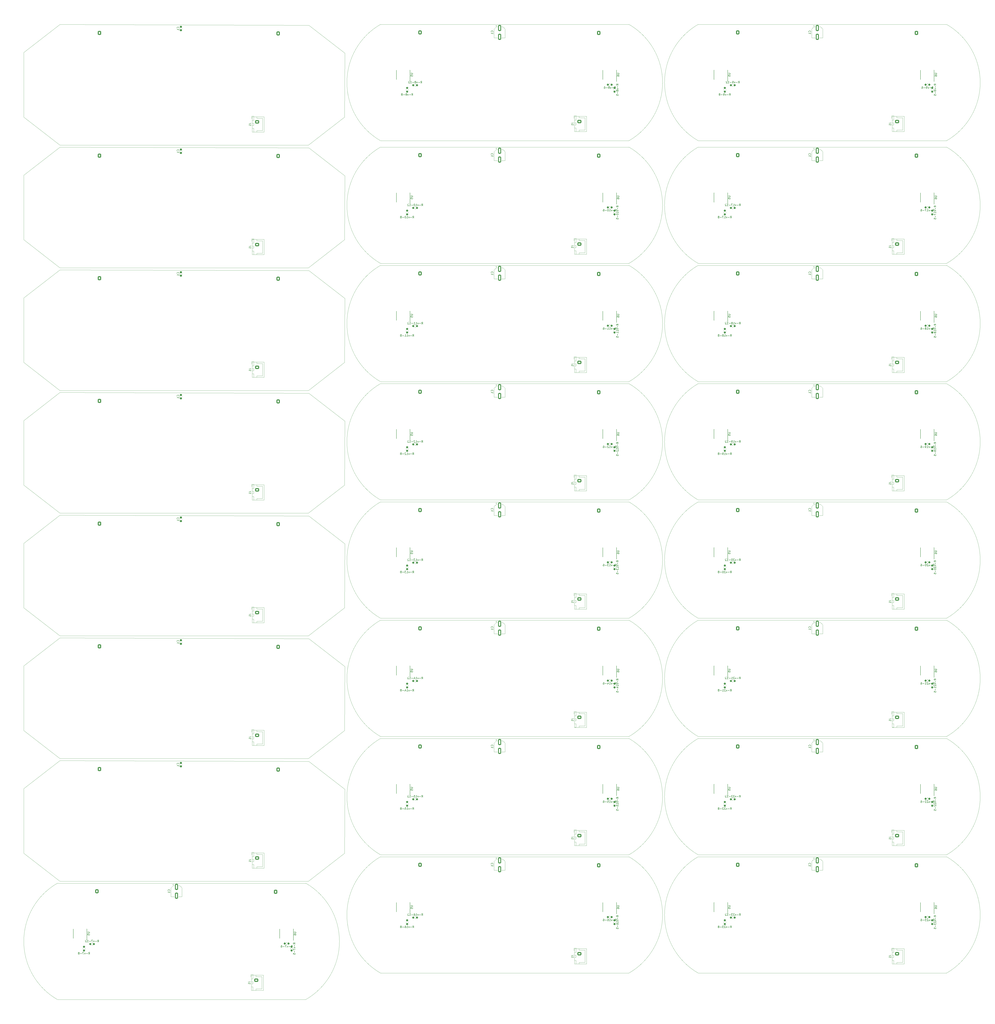
<source format=gbr>
%TF.GenerationSoftware,KiCad,Pcbnew,7.0.5-7.0.5~ubuntu20.04.1*%
%TF.CreationDate,2023-07-06T15:08:56+02:00*%
%TF.ProjectId,output_panel_QWYz9GD,6f757470-7574-45f7-9061-6e656c5f5157,rev?*%
%TF.SameCoordinates,Original*%
%TF.FileFunction,Legend,Bot*%
%TF.FilePolarity,Positive*%
%FSLAX45Y45*%
G04 Gerber Fmt 4.5, Leading zero omitted, Abs format (unit mm)*
G04 Created by KiCad (PCBNEW 7.0.5-7.0.5~ubuntu20.04.1) date 2023-07-06 15:08:56*
%MOMM*%
%LPD*%
G01*
G04 APERTURE LIST*
G04 Aperture macros list*
%AMRoundRect*
0 Rectangle with rounded corners*
0 $1 Rounding radius*
0 $2 $3 $4 $5 $6 $7 $8 $9 X,Y pos of 4 corners*
0 Add a 4 corners polygon primitive as box body*
4,1,4,$2,$3,$4,$5,$6,$7,$8,$9,$2,$3,0*
0 Add four circle primitives for the rounded corners*
1,1,$1+$1,$2,$3*
1,1,$1+$1,$4,$5*
1,1,$1+$1,$6,$7*
1,1,$1+$1,$8,$9*
0 Add four rect primitives between the rounded corners*
20,1,$1+$1,$2,$3,$4,$5,0*
20,1,$1+$1,$4,$5,$6,$7,0*
20,1,$1+$1,$6,$7,$8,$9,0*
20,1,$1+$1,$8,$9,$2,$3,0*%
G04 Aperture macros list end*
%TA.AperFunction,Profile*%
%ADD10C,0.050000*%
%TD*%
%TA.AperFunction,Profile*%
%ADD11C,0.100000*%
%TD*%
%ADD12C,0.150000*%
%ADD13C,0.120000*%
%ADD14R,1.700000X1.700000*%
%ADD15O,1.700000X1.700000*%
%ADD16RoundRect,0.250000X0.600000X0.725000X-0.600000X0.725000X-0.600000X-0.725000X0.600000X-0.725000X0*%
%ADD17O,1.700000X1.950000*%
%ADD18C,5.600000*%
%ADD19RoundRect,0.237500X0.237500X-0.250000X0.237500X0.250000X-0.237500X0.250000X-0.237500X-0.250000X0*%
%ADD20RoundRect,0.237500X-0.250000X-0.237500X0.250000X-0.237500X0.250000X0.237500X-0.250000X0.237500X0*%
%ADD21RoundRect,0.250000X-0.750000X0.600000X-0.750000X-0.600000X0.750000X-0.600000X0.750000X0.600000X0*%
%ADD22O,2.000000X1.700000*%
%ADD23RoundRect,0.237500X0.250000X0.237500X-0.250000X0.237500X-0.250000X-0.237500X0.250000X-0.237500X0*%
%ADD24R,0.400000X1.000000*%
%ADD25RoundRect,0.250000X-0.550000X1.250000X-0.550000X-1.250000X0.550000X-1.250000X0.550000X1.250000X0*%
%ADD26RoundRect,0.237500X-0.237500X0.300000X-0.237500X-0.300000X0.237500X-0.300000X0.237500X0.300000X0*%
G04 APERTURE END LIST*
D10*
X30243821Y-23770000D02*
G75*
G03*
X30243821Y-17970000I-1674316J2900000D01*
G01*
D11*
X50000Y-38169998D02*
X1850000Y-36769998D01*
D10*
X46091466Y-23770000D02*
G75*
G03*
X46091466Y-17970000I-1674316J2900000D01*
G01*
D11*
X1723822Y-42889998D02*
X14123822Y-42889998D01*
X17843821Y-11970000D02*
X30243821Y-11970000D01*
X17843821Y-29770000D02*
X30243821Y-29770000D01*
X14250000Y-6070000D02*
X1850000Y-6070000D01*
X1850000Y-12289999D02*
X14270000Y-12329999D01*
X50000Y-4670000D02*
X50000Y-1450000D01*
X33691466Y-23870000D02*
X46091466Y-23870000D01*
D10*
X17843822Y-41570000D02*
G75*
G03*
X17843821Y-47370000I1674316J-2900000D01*
G01*
D11*
X1850000Y-36769998D02*
X14270000Y-36809998D01*
X16050000Y-23029999D02*
X14250000Y-24429999D01*
X14250000Y-18309999D02*
X1850000Y-18309999D01*
X17843821Y-23870000D02*
X30243821Y-23870000D01*
X14250000Y-42789998D02*
X1850000Y-42789998D01*
X16070000Y-32079998D02*
X16050000Y-35269998D01*
X33691466Y-11970000D02*
X46091466Y-11970000D01*
X33691466Y-47370000D02*
X46091466Y-47370000D01*
D10*
X33691466Y-23870000D02*
G75*
G03*
X33691466Y-29670000I1674316J-2900000D01*
G01*
X33691466Y-6170000D02*
G75*
G03*
X33691466Y-11970000I1674316J-2900000D01*
G01*
D11*
X16050000Y-41389998D02*
X14250000Y-42789998D01*
X50000Y-29149998D02*
X50000Y-25929998D01*
X1850000Y-12189999D02*
X50000Y-10789999D01*
X1850000Y-18309999D02*
X50000Y-16909999D01*
X14270000Y-24569998D02*
X16070000Y-25959998D01*
X17843821Y-29670000D02*
X30243821Y-29670000D01*
X16070000Y-1480000D02*
X16050000Y-4670000D01*
X17843821Y-17870000D02*
X30243821Y-17870000D01*
X1850000Y-42789998D02*
X50000Y-41389998D01*
D10*
X46091466Y-11970000D02*
G75*
G03*
X46091466Y-6170000I-1674316J2900000D01*
G01*
D11*
X14250000Y-36669998D02*
X1850000Y-36669998D01*
D10*
X17843822Y-12070000D02*
G75*
G03*
X17843821Y-17870000I1674316J-2900000D01*
G01*
D11*
X50000Y-35269998D02*
X50000Y-32049998D01*
X33691466Y-12070000D02*
X46091466Y-12070000D01*
X50000Y-25929998D02*
X1850000Y-24529998D01*
X1850000Y-6169999D02*
X14270000Y-6209999D01*
D10*
X17843822Y-6170000D02*
G75*
G03*
X17843821Y-11970000I1674316J-2900000D01*
G01*
D11*
X33691466Y-29670000D02*
X46091466Y-29670000D01*
X17843821Y-35570000D02*
X30243821Y-35570000D01*
X17843821Y-41470000D02*
X30243821Y-41470000D01*
X16050000Y-10789999D02*
X14250000Y-12189999D01*
X14250000Y-24429999D02*
X1850000Y-24429999D01*
X17843821Y-12070000D02*
X30243821Y-12070000D01*
D10*
X33691466Y-41570000D02*
G75*
G03*
X33691466Y-47370000I1674316J-2900000D01*
G01*
X17843822Y-35670000D02*
G75*
G03*
X17843821Y-41470000I1674316J-2900000D01*
G01*
D11*
X33691466Y-41470000D02*
X46091466Y-41470000D01*
D10*
X1723822Y-42889998D02*
G75*
G03*
X1723822Y-48689998I1674316J-2900000D01*
G01*
D11*
X33691466Y-50000D02*
X46091466Y-50000D01*
D10*
X46091466Y-17870000D02*
G75*
G03*
X46091466Y-12070000I-1674316J2900000D01*
G01*
D11*
X14270000Y-30689998D02*
X16070000Y-32079998D01*
X17843821Y-35670000D02*
X30243821Y-35670000D01*
X1850000Y-24429999D02*
X50000Y-23029999D01*
X50000Y-32049998D02*
X1850000Y-30649998D01*
X16050000Y-4670000D02*
X14250000Y-6070000D01*
D10*
X46091466Y-35570000D02*
G75*
G03*
X46091466Y-29770000I-1674316J2900000D01*
G01*
D11*
X14270000Y-90000D02*
X16070000Y-1480000D01*
X16070000Y-13719999D02*
X16050000Y-16909999D01*
D10*
X30243821Y-29670000D02*
G75*
G03*
X30243821Y-23870000I-1674316J2900000D01*
G01*
D11*
X1850000Y-30649998D02*
X14270000Y-30689998D01*
X1850000Y-18409999D02*
X14270000Y-18449999D01*
X50000Y-13689999D02*
X1850000Y-12289999D01*
X14270000Y-6209999D02*
X16070000Y-7599999D01*
X50000Y-7569999D02*
X1850000Y-6169999D01*
D10*
X30243821Y-35570000D02*
G75*
G03*
X30243821Y-29770000I-1674316J2900000D01*
G01*
D11*
X16070000Y-25959998D02*
X16050000Y-29149998D01*
X50000Y-1450000D02*
X1850000Y-50000D01*
X33691466Y-23770000D02*
X46091466Y-23770000D01*
X17843821Y-23770000D02*
X30243821Y-23770000D01*
D10*
X17843821Y-50000D02*
G75*
G03*
X17843821Y-5850000I1674316J-2900000D01*
G01*
X46091466Y-47370000D02*
G75*
G03*
X46091466Y-41570000I-1674316J2900000D01*
G01*
D11*
X33691466Y-35670000D02*
X46091466Y-35670000D01*
X1723822Y-48689998D02*
X14123822Y-48689998D01*
X17843821Y-17970000D02*
X30243821Y-17970000D01*
D10*
X14123822Y-48689998D02*
G75*
G03*
X14123822Y-42889998I-1674316J2900000D01*
G01*
D11*
X50000Y-19809999D02*
X1850000Y-18409999D01*
D10*
X30243821Y-41470000D02*
G75*
G03*
X30243821Y-35670000I-1674316J2900000D01*
G01*
D11*
X16050000Y-29149998D02*
X14250000Y-30549998D01*
D10*
X33691466Y-12070000D02*
G75*
G03*
X33691466Y-17870000I1674316J-2900000D01*
G01*
D11*
X16070000Y-7599999D02*
X16050000Y-10789999D01*
X17843821Y-50000D02*
X30243821Y-50000D01*
D10*
X30243821Y-47370000D02*
G75*
G03*
X30243821Y-41570000I-1674316J2900000D01*
G01*
D11*
X17843821Y-47370000D02*
X30243821Y-47370000D01*
X14250000Y-12189999D02*
X1850000Y-12189999D01*
D10*
X30243821Y-11970000D02*
G75*
G03*
X30243821Y-6170000I-1674316J2900000D01*
G01*
D11*
X16050000Y-16909999D02*
X14250000Y-18309999D01*
X14270000Y-12329999D02*
X16070000Y-13719999D01*
X50000Y-16909999D02*
X50000Y-13689999D01*
X14270000Y-18449999D02*
X16070000Y-19839999D01*
X33691466Y-6170000D02*
X46091466Y-6170000D01*
X14270000Y-36809998D02*
X16070000Y-38199998D01*
X33691466Y-5850000D02*
X46091466Y-5850000D01*
D10*
X33691466Y-17970000D02*
G75*
G03*
X33691466Y-23770000I1674316J-2900000D01*
G01*
D11*
X33691466Y-41570000D02*
X46091466Y-41570000D01*
X16070000Y-38199998D02*
X16050000Y-41389998D01*
X1850000Y-50000D02*
X14270000Y-90000D01*
X14250000Y-30549998D02*
X1850000Y-30549998D01*
D10*
X33691466Y-35670000D02*
G75*
G03*
X33691466Y-41470000I1674316J-2900000D01*
G01*
X30243821Y-5850000D02*
G75*
G03*
X30243821Y-50000I-1674316J2900000D01*
G01*
X17843822Y-29770000D02*
G75*
G03*
X17843821Y-35570000I1674316J-2900000D01*
G01*
D11*
X1850000Y-6070000D02*
X50000Y-4670000D01*
X16050000Y-35269998D02*
X14250000Y-36669998D01*
D10*
X46091466Y-41470000D02*
G75*
G03*
X46091466Y-35670000I-1674316J2900000D01*
G01*
D11*
X1850000Y-36669998D02*
X50000Y-35269998D01*
D10*
X30243821Y-17870000D02*
G75*
G03*
X30243821Y-12070000I-1674316J2900000D01*
G01*
D11*
X50000Y-23029999D02*
X50000Y-19809999D01*
X1850000Y-24529998D02*
X14270000Y-24569998D01*
D10*
X17843822Y-17970000D02*
G75*
G03*
X17843821Y-23770000I1674316J-2900000D01*
G01*
X46091466Y-29670000D02*
G75*
G03*
X46091466Y-23870000I-1674316J2900000D01*
G01*
D11*
X50000Y-10789999D02*
X50000Y-7569999D01*
D10*
X33691466Y-29770000D02*
G75*
G03*
X33691466Y-35570000I1674316J-2900000D01*
G01*
D11*
X50000Y-41389998D02*
X50000Y-38169998D01*
D10*
X33691466Y-50000D02*
G75*
G03*
X33691466Y-5850000I1674316J-2900000D01*
G01*
X17843822Y-23870000D02*
G75*
G03*
X17843821Y-29670000I1674316J-2900000D01*
G01*
D11*
X17843821Y-41570000D02*
X30243821Y-41570000D01*
X17843821Y-6170000D02*
X30243821Y-6170000D01*
X17843821Y-5850000D02*
X30243821Y-5850000D01*
X16070000Y-19839999D02*
X16050000Y-23029999D01*
D10*
X46091466Y-5850000D02*
G75*
G03*
X46091466Y-50000I-1674316J2900000D01*
G01*
D11*
X33691466Y-17970000D02*
X46091466Y-17970000D01*
X33691466Y-35570000D02*
X46091466Y-35570000D01*
X33691466Y-17870000D02*
X46091466Y-17870000D01*
X33691466Y-29770000D02*
X46091466Y-29770000D01*
X1850000Y-30549998D02*
X50000Y-29149998D01*
D12*
X29713303Y-3083809D02*
X29665684Y-3050476D01*
X29713303Y-3026667D02*
X29613303Y-3026667D01*
X29613303Y-3026667D02*
X29613303Y-3064762D01*
X29613303Y-3064762D02*
X29618065Y-3074286D01*
X29618065Y-3074286D02*
X29622827Y-3079048D01*
X29622827Y-3079048D02*
X29632351Y-3083809D01*
X29632351Y-3083809D02*
X29646636Y-3083809D01*
X29646636Y-3083809D02*
X29656160Y-3079048D01*
X29656160Y-3079048D02*
X29660922Y-3074286D01*
X29660922Y-3074286D02*
X29665684Y-3064762D01*
X29665684Y-3064762D02*
X29665684Y-3026667D01*
X29675208Y-3126667D02*
X29675208Y-3202857D01*
X29646636Y-3240952D02*
X29713303Y-3264762D01*
X29713303Y-3264762D02*
X29646636Y-3288571D01*
X29656160Y-3340952D02*
X29651398Y-3331429D01*
X29651398Y-3331429D02*
X29646636Y-3326667D01*
X29646636Y-3326667D02*
X29637113Y-3321905D01*
X29637113Y-3321905D02*
X29632351Y-3321905D01*
X29632351Y-3321905D02*
X29622827Y-3326667D01*
X29622827Y-3326667D02*
X29618065Y-3331429D01*
X29618065Y-3331429D02*
X29613303Y-3340952D01*
X29613303Y-3340952D02*
X29613303Y-3360000D01*
X29613303Y-3360000D02*
X29618065Y-3369524D01*
X29618065Y-3369524D02*
X29622827Y-3374286D01*
X29622827Y-3374286D02*
X29632351Y-3379048D01*
X29632351Y-3379048D02*
X29637113Y-3379048D01*
X29637113Y-3379048D02*
X29646636Y-3374286D01*
X29646636Y-3374286D02*
X29651398Y-3369524D01*
X29651398Y-3369524D02*
X29656160Y-3360000D01*
X29656160Y-3360000D02*
X29656160Y-3340952D01*
X29656160Y-3340952D02*
X29660922Y-3331429D01*
X29660922Y-3331429D02*
X29665684Y-3326667D01*
X29665684Y-3326667D02*
X29675208Y-3321905D01*
X29675208Y-3321905D02*
X29694255Y-3321905D01*
X29694255Y-3321905D02*
X29703779Y-3326667D01*
X29703779Y-3326667D02*
X29708541Y-3331429D01*
X29708541Y-3331429D02*
X29713303Y-3340952D01*
X29713303Y-3340952D02*
X29713303Y-3360000D01*
X29713303Y-3360000D02*
X29708541Y-3369524D01*
X29708541Y-3369524D02*
X29703779Y-3374286D01*
X29703779Y-3374286D02*
X29694255Y-3379048D01*
X29694255Y-3379048D02*
X29675208Y-3379048D01*
X29675208Y-3379048D02*
X29665684Y-3374286D01*
X29665684Y-3374286D02*
X29660922Y-3369524D01*
X29660922Y-3369524D02*
X29656160Y-3360000D01*
X29675208Y-3421905D02*
X29675208Y-3498095D01*
X29613303Y-3593333D02*
X29613303Y-3545714D01*
X29613303Y-3545714D02*
X29660922Y-3540952D01*
X29660922Y-3540952D02*
X29656160Y-3545714D01*
X29656160Y-3545714D02*
X29651398Y-3555238D01*
X29651398Y-3555238D02*
X29651398Y-3579048D01*
X29651398Y-3579048D02*
X29656160Y-3588571D01*
X29656160Y-3588571D02*
X29660922Y-3593333D01*
X29660922Y-3593333D02*
X29670446Y-3598095D01*
X29670446Y-3598095D02*
X29694255Y-3598095D01*
X29694255Y-3598095D02*
X29703779Y-3593333D01*
X29703779Y-3593333D02*
X29708541Y-3588571D01*
X29708541Y-3588571D02*
X29713303Y-3579048D01*
X29713303Y-3579048D02*
X29713303Y-3555238D01*
X29713303Y-3555238D02*
X29708541Y-3545714D01*
X29708541Y-3545714D02*
X29703779Y-3540952D01*
X45406275Y-15268482D02*
X45439608Y-15220862D01*
X45463418Y-15268482D02*
X45463418Y-15168482D01*
X45463418Y-15168482D02*
X45425323Y-15168482D01*
X45425323Y-15168482D02*
X45415799Y-15173243D01*
X45415799Y-15173243D02*
X45411037Y-15178005D01*
X45411037Y-15178005D02*
X45406275Y-15187529D01*
X45406275Y-15187529D02*
X45406275Y-15201815D01*
X45406275Y-15201815D02*
X45411037Y-15211339D01*
X45411037Y-15211339D02*
X45415799Y-15216101D01*
X45415799Y-15216101D02*
X45425323Y-15220862D01*
X45425323Y-15220862D02*
X45463418Y-15220862D01*
X45363418Y-15230386D02*
X45287227Y-15230386D01*
X45249132Y-15201815D02*
X45225323Y-15268482D01*
X45225323Y-15268482D02*
X45201513Y-15201815D01*
X45111037Y-15268482D02*
X45168180Y-15268482D01*
X45139608Y-15268482D02*
X45139608Y-15168482D01*
X45139608Y-15168482D02*
X45149132Y-15182767D01*
X45149132Y-15182767D02*
X45158656Y-15192291D01*
X45158656Y-15192291D02*
X45168180Y-15197053D01*
X45053894Y-15211339D02*
X45063418Y-15206577D01*
X45063418Y-15206577D02*
X45068180Y-15201815D01*
X45068180Y-15201815D02*
X45072942Y-15192291D01*
X45072942Y-15192291D02*
X45072942Y-15187529D01*
X45072942Y-15187529D02*
X45068180Y-15178005D01*
X45068180Y-15178005D02*
X45063418Y-15173243D01*
X45063418Y-15173243D02*
X45053894Y-15168482D01*
X45053894Y-15168482D02*
X45034846Y-15168482D01*
X45034846Y-15168482D02*
X45025323Y-15173243D01*
X45025323Y-15173243D02*
X45020561Y-15178005D01*
X45020561Y-15178005D02*
X45015799Y-15187529D01*
X45015799Y-15187529D02*
X45015799Y-15192291D01*
X45015799Y-15192291D02*
X45020561Y-15201815D01*
X45020561Y-15201815D02*
X45025323Y-15206577D01*
X45025323Y-15206577D02*
X45034846Y-15211339D01*
X45034846Y-15211339D02*
X45053894Y-15211339D01*
X45053894Y-15211339D02*
X45063418Y-15216101D01*
X45063418Y-15216101D02*
X45068180Y-15220862D01*
X45068180Y-15220862D02*
X45072942Y-15230386D01*
X45072942Y-15230386D02*
X45072942Y-15249434D01*
X45072942Y-15249434D02*
X45068180Y-15258958D01*
X45068180Y-15258958D02*
X45063418Y-15263720D01*
X45063418Y-15263720D02*
X45053894Y-15268482D01*
X45053894Y-15268482D02*
X45034846Y-15268482D01*
X45034846Y-15268482D02*
X45025323Y-15263720D01*
X45025323Y-15263720D02*
X45020561Y-15258958D01*
X45020561Y-15258958D02*
X45015799Y-15249434D01*
X45015799Y-15249434D02*
X45015799Y-15230386D01*
X45015799Y-15230386D02*
X45020561Y-15220862D01*
X45020561Y-15220862D02*
X45025323Y-15216101D01*
X45025323Y-15216101D02*
X45034846Y-15211339D01*
X44972942Y-15230386D02*
X44896751Y-15230386D01*
X44806275Y-15168482D02*
X44825323Y-15168482D01*
X44825323Y-15168482D02*
X44834846Y-15173243D01*
X44834846Y-15173243D02*
X44839608Y-15178005D01*
X44839608Y-15178005D02*
X44849132Y-15192291D01*
X44849132Y-15192291D02*
X44853894Y-15211339D01*
X44853894Y-15211339D02*
X44853894Y-15249434D01*
X44853894Y-15249434D02*
X44849132Y-15258958D01*
X44849132Y-15258958D02*
X44844370Y-15263720D01*
X44844370Y-15263720D02*
X44834846Y-15268482D01*
X44834846Y-15268482D02*
X44815799Y-15268482D01*
X44815799Y-15268482D02*
X44806275Y-15263720D01*
X44806275Y-15263720D02*
X44801513Y-15258958D01*
X44801513Y-15258958D02*
X44796751Y-15249434D01*
X44796751Y-15249434D02*
X44796751Y-15225624D01*
X44796751Y-15225624D02*
X44801513Y-15216101D01*
X44801513Y-15216101D02*
X44806275Y-15211339D01*
X44806275Y-15211339D02*
X44815799Y-15206577D01*
X44815799Y-15206577D02*
X44834846Y-15206577D01*
X44834846Y-15206577D02*
X44844370Y-15211339D01*
X44844370Y-15211339D02*
X44849132Y-15216101D01*
X44849132Y-15216101D02*
X44853894Y-15225624D01*
X27361803Y-34701666D02*
X27433232Y-34701666D01*
X27433232Y-34701666D02*
X27447517Y-34696904D01*
X27447517Y-34696904D02*
X27457041Y-34687381D01*
X27457041Y-34687381D02*
X27461803Y-34673095D01*
X27461803Y-34673095D02*
X27461803Y-34663571D01*
X27461803Y-34801666D02*
X27461803Y-34744524D01*
X27461803Y-34773095D02*
X27361803Y-34773095D01*
X27361803Y-34773095D02*
X27376089Y-34763571D01*
X27376089Y-34763571D02*
X27385613Y-34754047D01*
X27385613Y-34754047D02*
X27390374Y-34744524D01*
X45560947Y-44556190D02*
X45513328Y-44522857D01*
X45560947Y-44499047D02*
X45460947Y-44499047D01*
X45460947Y-44499047D02*
X45460947Y-44537143D01*
X45460947Y-44537143D02*
X45465709Y-44546666D01*
X45465709Y-44546666D02*
X45470471Y-44551428D01*
X45470471Y-44551428D02*
X45479995Y-44556190D01*
X45479995Y-44556190D02*
X45494281Y-44556190D01*
X45494281Y-44556190D02*
X45503805Y-44551428D01*
X45503805Y-44551428D02*
X45508566Y-44546666D01*
X45508566Y-44546666D02*
X45513328Y-44537143D01*
X45513328Y-44537143D02*
X45513328Y-44499047D01*
X45522852Y-44599047D02*
X45522852Y-44675238D01*
X45494281Y-44713333D02*
X45560947Y-44737143D01*
X45560947Y-44737143D02*
X45494281Y-44760952D01*
X45470471Y-44794285D02*
X45465709Y-44799047D01*
X45465709Y-44799047D02*
X45460947Y-44808571D01*
X45460947Y-44808571D02*
X45460947Y-44832381D01*
X45460947Y-44832381D02*
X45465709Y-44841904D01*
X45465709Y-44841904D02*
X45470471Y-44846666D01*
X45470471Y-44846666D02*
X45479995Y-44851428D01*
X45479995Y-44851428D02*
X45489519Y-44851428D01*
X45489519Y-44851428D02*
X45503805Y-44846666D01*
X45503805Y-44846666D02*
X45560947Y-44789523D01*
X45560947Y-44789523D02*
X45560947Y-44851428D01*
X45460947Y-44884762D02*
X45460947Y-44946666D01*
X45460947Y-44946666D02*
X45499043Y-44913333D01*
X45499043Y-44913333D02*
X45499043Y-44927619D01*
X45499043Y-44927619D02*
X45503805Y-44937142D01*
X45503805Y-44937142D02*
X45508566Y-44941904D01*
X45508566Y-44941904D02*
X45518090Y-44946666D01*
X45518090Y-44946666D02*
X45541900Y-44946666D01*
X45541900Y-44946666D02*
X45551424Y-44941904D01*
X45551424Y-44941904D02*
X45556186Y-44937142D01*
X45556186Y-44937142D02*
X45560947Y-44927619D01*
X45560947Y-44927619D02*
X45560947Y-44899047D01*
X45560947Y-44899047D02*
X45556186Y-44889523D01*
X45556186Y-44889523D02*
X45551424Y-44884762D01*
X45522852Y-44989523D02*
X45522852Y-45065714D01*
X45460947Y-45160952D02*
X45460947Y-45113333D01*
X45460947Y-45113333D02*
X45508566Y-45108571D01*
X45508566Y-45108571D02*
X45503805Y-45113333D01*
X45503805Y-45113333D02*
X45499043Y-45122857D01*
X45499043Y-45122857D02*
X45499043Y-45146666D01*
X45499043Y-45146666D02*
X45503805Y-45156190D01*
X45503805Y-45156190D02*
X45508566Y-45160952D01*
X45508566Y-45160952D02*
X45518090Y-45165714D01*
X45518090Y-45165714D02*
X45541900Y-45165714D01*
X45541900Y-45165714D02*
X45551424Y-45160952D01*
X45551424Y-45160952D02*
X45556186Y-45156190D01*
X45556186Y-45156190D02*
X45560947Y-45146666D01*
X45560947Y-45146666D02*
X45560947Y-45122857D01*
X45560947Y-45122857D02*
X45556186Y-45113333D01*
X45556186Y-45113333D02*
X45551424Y-45108571D01*
X19896250Y-15002482D02*
X19929583Y-14954862D01*
X19953393Y-15002482D02*
X19953393Y-14902482D01*
X19953393Y-14902482D02*
X19915297Y-14902482D01*
X19915297Y-14902482D02*
X19905774Y-14907243D01*
X19905774Y-14907243D02*
X19901012Y-14912005D01*
X19901012Y-14912005D02*
X19896250Y-14921529D01*
X19896250Y-14921529D02*
X19896250Y-14935815D01*
X19896250Y-14935815D02*
X19901012Y-14945339D01*
X19901012Y-14945339D02*
X19905774Y-14950101D01*
X19905774Y-14950101D02*
X19915297Y-14954862D01*
X19915297Y-14954862D02*
X19953393Y-14954862D01*
X19853393Y-14964386D02*
X19777202Y-14964386D01*
X19739107Y-14935815D02*
X19715297Y-15002482D01*
X19715297Y-15002482D02*
X19691488Y-14935815D01*
X19601012Y-15002482D02*
X19658154Y-15002482D01*
X19629583Y-15002482D02*
X19629583Y-14902482D01*
X19629583Y-14902482D02*
X19639107Y-14916767D01*
X19639107Y-14916767D02*
X19648631Y-14926291D01*
X19648631Y-14926291D02*
X19658154Y-14931053D01*
X19505774Y-15002482D02*
X19562916Y-15002482D01*
X19534345Y-15002482D02*
X19534345Y-14902482D01*
X19534345Y-14902482D02*
X19543869Y-14916767D01*
X19543869Y-14916767D02*
X19553393Y-14926291D01*
X19553393Y-14926291D02*
X19562916Y-14931053D01*
X19462916Y-14964386D02*
X19386726Y-14964386D01*
X19286726Y-15002482D02*
X19343869Y-15002482D01*
X19315297Y-15002482D02*
X19315297Y-14902482D01*
X19315297Y-14902482D02*
X19324821Y-14916767D01*
X19324821Y-14916767D02*
X19334345Y-14926291D01*
X19334345Y-14926291D02*
X19343869Y-14931053D01*
X19248631Y-14912005D02*
X19243869Y-14907243D01*
X19243869Y-14907243D02*
X19234345Y-14902482D01*
X19234345Y-14902482D02*
X19210535Y-14902482D01*
X19210535Y-14902482D02*
X19201012Y-14907243D01*
X19201012Y-14907243D02*
X19196250Y-14912005D01*
X19196250Y-14912005D02*
X19191488Y-14921529D01*
X19191488Y-14921529D02*
X19191488Y-14931053D01*
X19191488Y-14931053D02*
X19196250Y-14945339D01*
X19196250Y-14945339D02*
X19253393Y-15002482D01*
X19253393Y-15002482D02*
X19191488Y-15002482D01*
X19350303Y-14503809D02*
X19431255Y-14503809D01*
X19431255Y-14503809D02*
X19440779Y-14508571D01*
X19440779Y-14508571D02*
X19445541Y-14513333D01*
X19445541Y-14513333D02*
X19450303Y-14522857D01*
X19450303Y-14522857D02*
X19450303Y-14541904D01*
X19450303Y-14541904D02*
X19445541Y-14551428D01*
X19445541Y-14551428D02*
X19440779Y-14556190D01*
X19440779Y-14556190D02*
X19431255Y-14560952D01*
X19431255Y-14560952D02*
X19350303Y-14560952D01*
X19350303Y-14656190D02*
X19350303Y-14608571D01*
X19350303Y-14608571D02*
X19397922Y-14603809D01*
X19397922Y-14603809D02*
X19393160Y-14608571D01*
X19393160Y-14608571D02*
X19388398Y-14618095D01*
X19388398Y-14618095D02*
X19388398Y-14641904D01*
X19388398Y-14641904D02*
X19393160Y-14651428D01*
X19393160Y-14651428D02*
X19397922Y-14656190D01*
X19397922Y-14656190D02*
X19407446Y-14660952D01*
X19407446Y-14660952D02*
X19431255Y-14660952D01*
X19431255Y-14660952D02*
X19440779Y-14656190D01*
X19440779Y-14656190D02*
X19445541Y-14651428D01*
X19445541Y-14651428D02*
X19450303Y-14641904D01*
X19450303Y-14641904D02*
X19450303Y-14618095D01*
X19450303Y-14618095D02*
X19445541Y-14608571D01*
X19445541Y-14608571D02*
X19440779Y-14603809D01*
X19447631Y-27413482D02*
X19480964Y-27365862D01*
X19504774Y-27413482D02*
X19504774Y-27313482D01*
X19504774Y-27313482D02*
X19466678Y-27313482D01*
X19466678Y-27313482D02*
X19457155Y-27318243D01*
X19457155Y-27318243D02*
X19452393Y-27323005D01*
X19452393Y-27323005D02*
X19447631Y-27332529D01*
X19447631Y-27332529D02*
X19447631Y-27346815D01*
X19447631Y-27346815D02*
X19452393Y-27356339D01*
X19452393Y-27356339D02*
X19457155Y-27361101D01*
X19457155Y-27361101D02*
X19466678Y-27365862D01*
X19466678Y-27365862D02*
X19504774Y-27365862D01*
X19404774Y-27375386D02*
X19328583Y-27375386D01*
X19290488Y-27346815D02*
X19266678Y-27413482D01*
X19266678Y-27413482D02*
X19242869Y-27346815D01*
X19152393Y-27413482D02*
X19209535Y-27413482D01*
X19180964Y-27413482D02*
X19180964Y-27313482D01*
X19180964Y-27313482D02*
X19190488Y-27327767D01*
X19190488Y-27327767D02*
X19200012Y-27337291D01*
X19200012Y-27337291D02*
X19209535Y-27342053D01*
X19119059Y-27313482D02*
X19057155Y-27313482D01*
X19057155Y-27313482D02*
X19090488Y-27351577D01*
X19090488Y-27351577D02*
X19076202Y-27351577D01*
X19076202Y-27351577D02*
X19066678Y-27356339D01*
X19066678Y-27356339D02*
X19061916Y-27361101D01*
X19061916Y-27361101D02*
X19057155Y-27370624D01*
X19057155Y-27370624D02*
X19057155Y-27394434D01*
X19057155Y-27394434D02*
X19061916Y-27403958D01*
X19061916Y-27403958D02*
X19066678Y-27408720D01*
X19066678Y-27408720D02*
X19076202Y-27413482D01*
X19076202Y-27413482D02*
X19104774Y-27413482D01*
X19104774Y-27413482D02*
X19114297Y-27408720D01*
X19114297Y-27408720D02*
X19119059Y-27403958D01*
X19014297Y-27375386D02*
X18938107Y-27375386D01*
X18876202Y-27356339D02*
X18885726Y-27351577D01*
X18885726Y-27351577D02*
X18890488Y-27346815D01*
X18890488Y-27346815D02*
X18895250Y-27337291D01*
X18895250Y-27337291D02*
X18895250Y-27332529D01*
X18895250Y-27332529D02*
X18890488Y-27323005D01*
X18890488Y-27323005D02*
X18885726Y-27318243D01*
X18885726Y-27318243D02*
X18876202Y-27313482D01*
X18876202Y-27313482D02*
X18857155Y-27313482D01*
X18857155Y-27313482D02*
X18847631Y-27318243D01*
X18847631Y-27318243D02*
X18842869Y-27323005D01*
X18842869Y-27323005D02*
X18838107Y-27332529D01*
X18838107Y-27332529D02*
X18838107Y-27337291D01*
X18838107Y-27337291D02*
X18842869Y-27346815D01*
X18842869Y-27346815D02*
X18847631Y-27351577D01*
X18847631Y-27351577D02*
X18857155Y-27356339D01*
X18857155Y-27356339D02*
X18876202Y-27356339D01*
X18876202Y-27356339D02*
X18885726Y-27361101D01*
X18885726Y-27361101D02*
X18890488Y-27365862D01*
X18890488Y-27365862D02*
X18895250Y-27375386D01*
X18895250Y-27375386D02*
X18895250Y-27394434D01*
X18895250Y-27394434D02*
X18890488Y-27403958D01*
X18890488Y-27403958D02*
X18885726Y-27408720D01*
X18885726Y-27408720D02*
X18876202Y-27413482D01*
X18876202Y-27413482D02*
X18857155Y-27413482D01*
X18857155Y-27413482D02*
X18847631Y-27408720D01*
X18847631Y-27408720D02*
X18842869Y-27403958D01*
X18842869Y-27403958D02*
X18838107Y-27394434D01*
X18838107Y-27394434D02*
X18838107Y-27375386D01*
X18838107Y-27375386D02*
X18842869Y-27365862D01*
X18842869Y-27365862D02*
X18847631Y-27361101D01*
X18847631Y-27361101D02*
X18857155Y-27356339D01*
X19350303Y-44003809D02*
X19431255Y-44003809D01*
X19431255Y-44003809D02*
X19440779Y-44008571D01*
X19440779Y-44008571D02*
X19445541Y-44013333D01*
X19445541Y-44013333D02*
X19450303Y-44022857D01*
X19450303Y-44022857D02*
X19450303Y-44041904D01*
X19450303Y-44041904D02*
X19445541Y-44051428D01*
X19445541Y-44051428D02*
X19440779Y-44056190D01*
X19440779Y-44056190D02*
X19431255Y-44060952D01*
X19431255Y-44060952D02*
X19350303Y-44060952D01*
X19350303Y-44156190D02*
X19350303Y-44108571D01*
X19350303Y-44108571D02*
X19397922Y-44103809D01*
X19397922Y-44103809D02*
X19393160Y-44108571D01*
X19393160Y-44108571D02*
X19388398Y-44118095D01*
X19388398Y-44118095D02*
X19388398Y-44141904D01*
X19388398Y-44141904D02*
X19393160Y-44151428D01*
X19393160Y-44151428D02*
X19397922Y-44156190D01*
X19397922Y-44156190D02*
X19407446Y-44160952D01*
X19407446Y-44160952D02*
X19431255Y-44160952D01*
X19431255Y-44160952D02*
X19440779Y-44156190D01*
X19440779Y-44156190D02*
X19445541Y-44151428D01*
X19445541Y-44151428D02*
X19450303Y-44141904D01*
X19450303Y-44141904D02*
X19450303Y-44118095D01*
X19450303Y-44118095D02*
X19445541Y-44108571D01*
X19445541Y-44108571D02*
X19440779Y-44103809D01*
X35295275Y-27413482D02*
X35328608Y-27365862D01*
X35352418Y-27413482D02*
X35352418Y-27313482D01*
X35352418Y-27313482D02*
X35314323Y-27313482D01*
X35314323Y-27313482D02*
X35304799Y-27318243D01*
X35304799Y-27318243D02*
X35300037Y-27323005D01*
X35300037Y-27323005D02*
X35295275Y-27332529D01*
X35295275Y-27332529D02*
X35295275Y-27346815D01*
X35295275Y-27346815D02*
X35300037Y-27356339D01*
X35300037Y-27356339D02*
X35304799Y-27361101D01*
X35304799Y-27361101D02*
X35314323Y-27365862D01*
X35314323Y-27365862D02*
X35352418Y-27365862D01*
X35252418Y-27375386D02*
X35176228Y-27375386D01*
X35138132Y-27346815D02*
X35114323Y-27413482D01*
X35114323Y-27413482D02*
X35090513Y-27346815D01*
X35057180Y-27323005D02*
X35052418Y-27318243D01*
X35052418Y-27318243D02*
X35042894Y-27313482D01*
X35042894Y-27313482D02*
X35019085Y-27313482D01*
X35019085Y-27313482D02*
X35009561Y-27318243D01*
X35009561Y-27318243D02*
X35004799Y-27323005D01*
X35004799Y-27323005D02*
X35000037Y-27332529D01*
X35000037Y-27332529D02*
X35000037Y-27342053D01*
X35000037Y-27342053D02*
X35004799Y-27356339D01*
X35004799Y-27356339D02*
X35061942Y-27413482D01*
X35061942Y-27413482D02*
X35000037Y-27413482D01*
X34938132Y-27313482D02*
X34928608Y-27313482D01*
X34928608Y-27313482D02*
X34919085Y-27318243D01*
X34919085Y-27318243D02*
X34914323Y-27323005D01*
X34914323Y-27323005D02*
X34909561Y-27332529D01*
X34909561Y-27332529D02*
X34904799Y-27351577D01*
X34904799Y-27351577D02*
X34904799Y-27375386D01*
X34904799Y-27375386D02*
X34909561Y-27394434D01*
X34909561Y-27394434D02*
X34914323Y-27403958D01*
X34914323Y-27403958D02*
X34919085Y-27408720D01*
X34919085Y-27408720D02*
X34928608Y-27413482D01*
X34928608Y-27413482D02*
X34938132Y-27413482D01*
X34938132Y-27413482D02*
X34947656Y-27408720D01*
X34947656Y-27408720D02*
X34952418Y-27403958D01*
X34952418Y-27403958D02*
X34957180Y-27394434D01*
X34957180Y-27394434D02*
X34961942Y-27375386D01*
X34961942Y-27375386D02*
X34961942Y-27351577D01*
X34961942Y-27351577D02*
X34957180Y-27332529D01*
X34957180Y-27332529D02*
X34952418Y-27323005D01*
X34952418Y-27323005D02*
X34947656Y-27318243D01*
X34947656Y-27318243D02*
X34938132Y-27313482D01*
X34861942Y-27375386D02*
X34785751Y-27375386D01*
X34723847Y-27356339D02*
X34733370Y-27351577D01*
X34733370Y-27351577D02*
X34738132Y-27346815D01*
X34738132Y-27346815D02*
X34742894Y-27337291D01*
X34742894Y-27337291D02*
X34742894Y-27332529D01*
X34742894Y-27332529D02*
X34738132Y-27323005D01*
X34738132Y-27323005D02*
X34733370Y-27318243D01*
X34733370Y-27318243D02*
X34723847Y-27313482D01*
X34723847Y-27313482D02*
X34704799Y-27313482D01*
X34704799Y-27313482D02*
X34695275Y-27318243D01*
X34695275Y-27318243D02*
X34690513Y-27323005D01*
X34690513Y-27323005D02*
X34685751Y-27332529D01*
X34685751Y-27332529D02*
X34685751Y-27337291D01*
X34685751Y-27337291D02*
X34690513Y-27346815D01*
X34690513Y-27346815D02*
X34695275Y-27351577D01*
X34695275Y-27351577D02*
X34704799Y-27356339D01*
X34704799Y-27356339D02*
X34723847Y-27356339D01*
X34723847Y-27356339D02*
X34733370Y-27361101D01*
X34733370Y-27361101D02*
X34738132Y-27365862D01*
X34738132Y-27365862D02*
X34742894Y-27375386D01*
X34742894Y-27375386D02*
X34742894Y-27394434D01*
X34742894Y-27394434D02*
X34738132Y-27403958D01*
X34738132Y-27403958D02*
X34733370Y-27408720D01*
X34733370Y-27408720D02*
X34723847Y-27413482D01*
X34723847Y-27413482D02*
X34704799Y-27413482D01*
X34704799Y-27413482D02*
X34695275Y-27408720D01*
X34695275Y-27408720D02*
X34690513Y-27403958D01*
X34690513Y-27403958D02*
X34685751Y-27394434D01*
X34685751Y-27394434D02*
X34685751Y-27375386D01*
X34685751Y-27375386D02*
X34690513Y-27365862D01*
X34690513Y-27365862D02*
X34695275Y-27361101D01*
X34695275Y-27361101D02*
X34704799Y-27356339D01*
X43209448Y-4981667D02*
X43280876Y-4981667D01*
X43280876Y-4981667D02*
X43295162Y-4976905D01*
X43295162Y-4976905D02*
X43304686Y-4967381D01*
X43304686Y-4967381D02*
X43309448Y-4953095D01*
X43309448Y-4953095D02*
X43309448Y-4943571D01*
X43309448Y-5081667D02*
X43309448Y-5024524D01*
X43309448Y-5053095D02*
X43209448Y-5053095D01*
X43209448Y-5053095D02*
X43223733Y-5043571D01*
X43223733Y-5043571D02*
X43233257Y-5034048D01*
X43233257Y-5034048D02*
X43238019Y-5024524D01*
X45560947Y-38656190D02*
X45513328Y-38622857D01*
X45560947Y-38599047D02*
X45460947Y-38599047D01*
X45460947Y-38599047D02*
X45460947Y-38637143D01*
X45460947Y-38637143D02*
X45465709Y-38646666D01*
X45465709Y-38646666D02*
X45470471Y-38651428D01*
X45470471Y-38651428D02*
X45479995Y-38656190D01*
X45479995Y-38656190D02*
X45494281Y-38656190D01*
X45494281Y-38656190D02*
X45503805Y-38651428D01*
X45503805Y-38651428D02*
X45508566Y-38646666D01*
X45508566Y-38646666D02*
X45513328Y-38637143D01*
X45513328Y-38637143D02*
X45513328Y-38599047D01*
X45522852Y-38699047D02*
X45522852Y-38775238D01*
X45494281Y-38813333D02*
X45560947Y-38837143D01*
X45560947Y-38837143D02*
X45494281Y-38860952D01*
X45470471Y-38894285D02*
X45465709Y-38899047D01*
X45465709Y-38899047D02*
X45460947Y-38908571D01*
X45460947Y-38908571D02*
X45460947Y-38932381D01*
X45460947Y-38932381D02*
X45465709Y-38941904D01*
X45465709Y-38941904D02*
X45470471Y-38946666D01*
X45470471Y-38946666D02*
X45479995Y-38951428D01*
X45479995Y-38951428D02*
X45489519Y-38951428D01*
X45489519Y-38951428D02*
X45503805Y-38946666D01*
X45503805Y-38946666D02*
X45560947Y-38889524D01*
X45560947Y-38889524D02*
X45560947Y-38951428D01*
X45470471Y-38989524D02*
X45465709Y-38994285D01*
X45465709Y-38994285D02*
X45460947Y-39003809D01*
X45460947Y-39003809D02*
X45460947Y-39027619D01*
X45460947Y-39027619D02*
X45465709Y-39037143D01*
X45465709Y-39037143D02*
X45470471Y-39041904D01*
X45470471Y-39041904D02*
X45479995Y-39046666D01*
X45479995Y-39046666D02*
X45489519Y-39046666D01*
X45489519Y-39046666D02*
X45503805Y-39041904D01*
X45503805Y-39041904D02*
X45560947Y-38984762D01*
X45560947Y-38984762D02*
X45560947Y-39046666D01*
X45522852Y-39089524D02*
X45522852Y-39165714D01*
X45460947Y-39260952D02*
X45460947Y-39213333D01*
X45460947Y-39213333D02*
X45508566Y-39208571D01*
X45508566Y-39208571D02*
X45503805Y-39213333D01*
X45503805Y-39213333D02*
X45499043Y-39222857D01*
X45499043Y-39222857D02*
X45499043Y-39246666D01*
X45499043Y-39246666D02*
X45503805Y-39256190D01*
X45503805Y-39256190D02*
X45508566Y-39260952D01*
X45508566Y-39260952D02*
X45518090Y-39265714D01*
X45518090Y-39265714D02*
X45541900Y-39265714D01*
X45541900Y-39265714D02*
X45551424Y-39260952D01*
X45551424Y-39260952D02*
X45556186Y-39256190D01*
X45556186Y-39256190D02*
X45560947Y-39246666D01*
X45560947Y-39246666D02*
X45560947Y-39222857D01*
X45560947Y-39222857D02*
X45556186Y-39213333D01*
X45556186Y-39213333D02*
X45551424Y-39208571D01*
X27361803Y-28801666D02*
X27433232Y-28801666D01*
X27433232Y-28801666D02*
X27447517Y-28796904D01*
X27447517Y-28796904D02*
X27457041Y-28787381D01*
X27457041Y-28787381D02*
X27461803Y-28773095D01*
X27461803Y-28773095D02*
X27461803Y-28763571D01*
X27461803Y-28901666D02*
X27461803Y-28844523D01*
X27461803Y-28873095D02*
X27361803Y-28873095D01*
X27361803Y-28873095D02*
X27376089Y-28863571D01*
X27376089Y-28863571D02*
X27385613Y-28854047D01*
X27385613Y-28854047D02*
X27390374Y-28844523D01*
X23452779Y-430333D02*
X23457541Y-425571D01*
X23457541Y-425571D02*
X23462303Y-411286D01*
X23462303Y-411286D02*
X23462303Y-401762D01*
X23462303Y-401762D02*
X23457541Y-387476D01*
X23457541Y-387476D02*
X23448017Y-377952D01*
X23448017Y-377952D02*
X23438493Y-373190D01*
X23438493Y-373190D02*
X23419446Y-368429D01*
X23419446Y-368429D02*
X23405160Y-368429D01*
X23405160Y-368429D02*
X23386113Y-373190D01*
X23386113Y-373190D02*
X23376589Y-377952D01*
X23376589Y-377952D02*
X23367065Y-387476D01*
X23367065Y-387476D02*
X23362303Y-401762D01*
X23362303Y-401762D02*
X23362303Y-411286D01*
X23362303Y-411286D02*
X23367065Y-425571D01*
X23367065Y-425571D02*
X23371827Y-430333D01*
X23462303Y-525571D02*
X23462303Y-468429D01*
X23462303Y-497000D02*
X23362303Y-497000D01*
X23362303Y-497000D02*
X23376589Y-487476D01*
X23376589Y-487476D02*
X23386113Y-477952D01*
X23386113Y-477952D02*
X23390874Y-468429D01*
X3230304Y-45323807D02*
X3311256Y-45323807D01*
X3311256Y-45323807D02*
X3320780Y-45328569D01*
X3320780Y-45328569D02*
X3325542Y-45333331D01*
X3325542Y-45333331D02*
X3330304Y-45342855D01*
X3330304Y-45342855D02*
X3330304Y-45361903D01*
X3330304Y-45361903D02*
X3325542Y-45371426D01*
X3325542Y-45371426D02*
X3320780Y-45376188D01*
X3320780Y-45376188D02*
X3311256Y-45380950D01*
X3311256Y-45380950D02*
X3230304Y-45380950D01*
X3230304Y-45476188D02*
X3230304Y-45428569D01*
X3230304Y-45428569D02*
X3277923Y-45423807D01*
X3277923Y-45423807D02*
X3273161Y-45428569D01*
X3273161Y-45428569D02*
X3268399Y-45438093D01*
X3268399Y-45438093D02*
X3268399Y-45461903D01*
X3268399Y-45461903D02*
X3273161Y-45471426D01*
X3273161Y-45471426D02*
X3277923Y-45476188D01*
X3277923Y-45476188D02*
X3287447Y-45480950D01*
X3287447Y-45480950D02*
X3311256Y-45480950D01*
X3311256Y-45480950D02*
X3320780Y-45476188D01*
X3320780Y-45476188D02*
X3325542Y-45471426D01*
X3325542Y-45471426D02*
X3330304Y-45461903D01*
X3330304Y-45461903D02*
X3330304Y-45438093D01*
X3330304Y-45438093D02*
X3325542Y-45428569D01*
X3325542Y-45428569D02*
X3320780Y-45423807D01*
X35295275Y-45113482D02*
X35328608Y-45065862D01*
X35352418Y-45113482D02*
X35352418Y-45013482D01*
X35352418Y-45013482D02*
X35314323Y-45013482D01*
X35314323Y-45013482D02*
X35304799Y-45018243D01*
X35304799Y-45018243D02*
X35300037Y-45023005D01*
X35300037Y-45023005D02*
X35295275Y-45032529D01*
X35295275Y-45032529D02*
X35295275Y-45046815D01*
X35295275Y-45046815D02*
X35300037Y-45056339D01*
X35300037Y-45056339D02*
X35304799Y-45061101D01*
X35304799Y-45061101D02*
X35314323Y-45065862D01*
X35314323Y-45065862D02*
X35352418Y-45065862D01*
X35252418Y-45075386D02*
X35176228Y-45075386D01*
X35138132Y-45046815D02*
X35114323Y-45113482D01*
X35114323Y-45113482D02*
X35090513Y-45046815D01*
X35057180Y-45023005D02*
X35052418Y-45018243D01*
X35052418Y-45018243D02*
X35042894Y-45013482D01*
X35042894Y-45013482D02*
X35019085Y-45013482D01*
X35019085Y-45013482D02*
X35009561Y-45018243D01*
X35009561Y-45018243D02*
X35004799Y-45023005D01*
X35004799Y-45023005D02*
X35000037Y-45032529D01*
X35000037Y-45032529D02*
X35000037Y-45042053D01*
X35000037Y-45042053D02*
X35004799Y-45056339D01*
X35004799Y-45056339D02*
X35061942Y-45113482D01*
X35061942Y-45113482D02*
X35000037Y-45113482D01*
X34966704Y-45013482D02*
X34904799Y-45013482D01*
X34904799Y-45013482D02*
X34938132Y-45051577D01*
X34938132Y-45051577D02*
X34923847Y-45051577D01*
X34923847Y-45051577D02*
X34914323Y-45056339D01*
X34914323Y-45056339D02*
X34909561Y-45061101D01*
X34909561Y-45061101D02*
X34904799Y-45070624D01*
X34904799Y-45070624D02*
X34904799Y-45094434D01*
X34904799Y-45094434D02*
X34909561Y-45103958D01*
X34909561Y-45103958D02*
X34914323Y-45108720D01*
X34914323Y-45108720D02*
X34923847Y-45113482D01*
X34923847Y-45113482D02*
X34952418Y-45113482D01*
X34952418Y-45113482D02*
X34961942Y-45108720D01*
X34961942Y-45108720D02*
X34966704Y-45103958D01*
X34861942Y-45075386D02*
X34785751Y-45075386D01*
X34723847Y-45056339D02*
X34733370Y-45051577D01*
X34733370Y-45051577D02*
X34738132Y-45046815D01*
X34738132Y-45046815D02*
X34742894Y-45037291D01*
X34742894Y-45037291D02*
X34742894Y-45032529D01*
X34742894Y-45032529D02*
X34738132Y-45023005D01*
X34738132Y-45023005D02*
X34733370Y-45018243D01*
X34733370Y-45018243D02*
X34723847Y-45013482D01*
X34723847Y-45013482D02*
X34704799Y-45013482D01*
X34704799Y-45013482D02*
X34695275Y-45018243D01*
X34695275Y-45018243D02*
X34690513Y-45023005D01*
X34690513Y-45023005D02*
X34685751Y-45032529D01*
X34685751Y-45032529D02*
X34685751Y-45037291D01*
X34685751Y-45037291D02*
X34690513Y-45046815D01*
X34690513Y-45046815D02*
X34695275Y-45051577D01*
X34695275Y-45051577D02*
X34704799Y-45056339D01*
X34704799Y-45056339D02*
X34723847Y-45056339D01*
X34723847Y-45056339D02*
X34733370Y-45061101D01*
X34733370Y-45061101D02*
X34738132Y-45065862D01*
X34738132Y-45065862D02*
X34742894Y-45075386D01*
X34742894Y-45075386D02*
X34742894Y-45094434D01*
X34742894Y-45094434D02*
X34738132Y-45103958D01*
X34738132Y-45103958D02*
X34733370Y-45108720D01*
X34733370Y-45108720D02*
X34723847Y-45113482D01*
X34723847Y-45113482D02*
X34704799Y-45113482D01*
X34704799Y-45113482D02*
X34695275Y-45108720D01*
X34695275Y-45108720D02*
X34690513Y-45103958D01*
X34690513Y-45103958D02*
X34685751Y-45094434D01*
X34685751Y-45094434D02*
X34685751Y-45075386D01*
X34685751Y-45075386D02*
X34690513Y-45065862D01*
X34690513Y-45065862D02*
X34695275Y-45061101D01*
X34695275Y-45061101D02*
X34704799Y-45056339D01*
X45406275Y-21168482D02*
X45439608Y-21120863D01*
X45463418Y-21168482D02*
X45463418Y-21068482D01*
X45463418Y-21068482D02*
X45425323Y-21068482D01*
X45425323Y-21068482D02*
X45415799Y-21073244D01*
X45415799Y-21073244D02*
X45411037Y-21078005D01*
X45411037Y-21078005D02*
X45406275Y-21087529D01*
X45406275Y-21087529D02*
X45406275Y-21101815D01*
X45406275Y-21101815D02*
X45411037Y-21111339D01*
X45411037Y-21111339D02*
X45415799Y-21116101D01*
X45415799Y-21116101D02*
X45425323Y-21120863D01*
X45425323Y-21120863D02*
X45463418Y-21120863D01*
X45363418Y-21130386D02*
X45287227Y-21130386D01*
X45249132Y-21101815D02*
X45225323Y-21168482D01*
X45225323Y-21168482D02*
X45201513Y-21101815D01*
X45111037Y-21168482D02*
X45168180Y-21168482D01*
X45139608Y-21168482D02*
X45139608Y-21068482D01*
X45139608Y-21068482D02*
X45149132Y-21082767D01*
X45149132Y-21082767D02*
X45158656Y-21092291D01*
X45158656Y-21092291D02*
X45168180Y-21097053D01*
X45063418Y-21168482D02*
X45044370Y-21168482D01*
X45044370Y-21168482D02*
X45034846Y-21163720D01*
X45034846Y-21163720D02*
X45030085Y-21158958D01*
X45030085Y-21158958D02*
X45020561Y-21144672D01*
X45020561Y-21144672D02*
X45015799Y-21125624D01*
X45015799Y-21125624D02*
X45015799Y-21087529D01*
X45015799Y-21087529D02*
X45020561Y-21078005D01*
X45020561Y-21078005D02*
X45025323Y-21073244D01*
X45025323Y-21073244D02*
X45034846Y-21068482D01*
X45034846Y-21068482D02*
X45053894Y-21068482D01*
X45053894Y-21068482D02*
X45063418Y-21073244D01*
X45063418Y-21073244D02*
X45068180Y-21078005D01*
X45068180Y-21078005D02*
X45072942Y-21087529D01*
X45072942Y-21087529D02*
X45072942Y-21111339D01*
X45072942Y-21111339D02*
X45068180Y-21120863D01*
X45068180Y-21120863D02*
X45063418Y-21125624D01*
X45063418Y-21125624D02*
X45053894Y-21130386D01*
X45053894Y-21130386D02*
X45034846Y-21130386D01*
X45034846Y-21130386D02*
X45025323Y-21125624D01*
X45025323Y-21125624D02*
X45020561Y-21120863D01*
X45020561Y-21120863D02*
X45015799Y-21111339D01*
X44972942Y-21130386D02*
X44896751Y-21130386D01*
X44806275Y-21068482D02*
X44825323Y-21068482D01*
X44825323Y-21068482D02*
X44834846Y-21073244D01*
X44834846Y-21073244D02*
X44839608Y-21078005D01*
X44839608Y-21078005D02*
X44849132Y-21092291D01*
X44849132Y-21092291D02*
X44853894Y-21111339D01*
X44853894Y-21111339D02*
X44853894Y-21149434D01*
X44853894Y-21149434D02*
X44849132Y-21158958D01*
X44849132Y-21158958D02*
X44844370Y-21163720D01*
X44844370Y-21163720D02*
X44834846Y-21168482D01*
X44834846Y-21168482D02*
X44815799Y-21168482D01*
X44815799Y-21168482D02*
X44806275Y-21163720D01*
X44806275Y-21163720D02*
X44801513Y-21158958D01*
X44801513Y-21158958D02*
X44796751Y-21149434D01*
X44796751Y-21149434D02*
X44796751Y-21125624D01*
X44796751Y-21125624D02*
X44801513Y-21116101D01*
X44801513Y-21116101D02*
X44806275Y-21111339D01*
X44806275Y-21111339D02*
X44815799Y-21106577D01*
X44815799Y-21106577D02*
X44834846Y-21106577D01*
X44834846Y-21106577D02*
X44844370Y-21111339D01*
X44844370Y-21111339D02*
X44849132Y-21116101D01*
X44849132Y-21116101D02*
X44853894Y-21125624D01*
X13593304Y-45923807D02*
X13545685Y-45890474D01*
X13593304Y-45866665D02*
X13493304Y-45866665D01*
X13493304Y-45866665D02*
X13493304Y-45904760D01*
X13493304Y-45904760D02*
X13498066Y-45914284D01*
X13498066Y-45914284D02*
X13502828Y-45919045D01*
X13502828Y-45919045D02*
X13512352Y-45923807D01*
X13512352Y-45923807D02*
X13526637Y-45923807D01*
X13526637Y-45923807D02*
X13536161Y-45919045D01*
X13536161Y-45919045D02*
X13540923Y-45914284D01*
X13540923Y-45914284D02*
X13545685Y-45904760D01*
X13545685Y-45904760D02*
X13545685Y-45866665D01*
X13555209Y-45966665D02*
X13555209Y-46042855D01*
X13526637Y-46080950D02*
X13593304Y-46104760D01*
X13593304Y-46104760D02*
X13526637Y-46128569D01*
X13493304Y-46157141D02*
X13493304Y-46223807D01*
X13493304Y-46223807D02*
X13593304Y-46180950D01*
X13555209Y-46261903D02*
X13555209Y-46338093D01*
X13493304Y-46433331D02*
X13493304Y-46385712D01*
X13493304Y-46385712D02*
X13540923Y-46380950D01*
X13540923Y-46380950D02*
X13536161Y-46385712D01*
X13536161Y-46385712D02*
X13531399Y-46395236D01*
X13531399Y-46395236D02*
X13531399Y-46419045D01*
X13531399Y-46419045D02*
X13536161Y-46428569D01*
X13536161Y-46428569D02*
X13540923Y-46433331D01*
X13540923Y-46433331D02*
X13550447Y-46438093D01*
X13550447Y-46438093D02*
X13574256Y-46438093D01*
X13574256Y-46438093D02*
X13583780Y-46433331D01*
X13583780Y-46433331D02*
X13588542Y-46428569D01*
X13588542Y-46428569D02*
X13593304Y-46419045D01*
X13593304Y-46419045D02*
X13593304Y-46395236D01*
X13593304Y-46395236D02*
X13588542Y-46385712D01*
X13588542Y-46385712D02*
X13583780Y-46380950D01*
X43209448Y-34701666D02*
X43280876Y-34701666D01*
X43280876Y-34701666D02*
X43295162Y-34696904D01*
X43295162Y-34696904D02*
X43304686Y-34687381D01*
X43304686Y-34687381D02*
X43309448Y-34673095D01*
X43309448Y-34673095D02*
X43309448Y-34663571D01*
X43309448Y-34801666D02*
X43309448Y-34744524D01*
X43309448Y-34773095D02*
X43209448Y-34773095D01*
X43209448Y-34773095D02*
X43223733Y-34763571D01*
X43223733Y-34763571D02*
X43233257Y-34754047D01*
X43233257Y-34754047D02*
X43238019Y-34744524D01*
X35197948Y-2483810D02*
X35278900Y-2483810D01*
X35278900Y-2483810D02*
X35288424Y-2488571D01*
X35288424Y-2488571D02*
X35293186Y-2493333D01*
X35293186Y-2493333D02*
X35297948Y-2502857D01*
X35297948Y-2502857D02*
X35297948Y-2521905D01*
X35297948Y-2521905D02*
X35293186Y-2531429D01*
X35293186Y-2531429D02*
X35288424Y-2536190D01*
X35288424Y-2536190D02*
X35278900Y-2540952D01*
X35278900Y-2540952D02*
X35197948Y-2540952D01*
X35197948Y-2636190D02*
X35197948Y-2588571D01*
X35197948Y-2588571D02*
X35245567Y-2583810D01*
X35245567Y-2583810D02*
X35240805Y-2588571D01*
X35240805Y-2588571D02*
X35236043Y-2598095D01*
X35236043Y-2598095D02*
X35236043Y-2621905D01*
X35236043Y-2621905D02*
X35240805Y-2631429D01*
X35240805Y-2631429D02*
X35245567Y-2636190D01*
X35245567Y-2636190D02*
X35255090Y-2640952D01*
X35255090Y-2640952D02*
X35278900Y-2640952D01*
X35278900Y-2640952D02*
X35288424Y-2636190D01*
X35288424Y-2636190D02*
X35293186Y-2631429D01*
X35293186Y-2631429D02*
X35297948Y-2621905D01*
X35297948Y-2621905D02*
X35297948Y-2598095D01*
X35297948Y-2598095D02*
X35293186Y-2588571D01*
X35293186Y-2588571D02*
X35288424Y-2583810D01*
X29713303Y-38656190D02*
X29665684Y-38622857D01*
X29713303Y-38599047D02*
X29613303Y-38599047D01*
X29613303Y-38599047D02*
X29613303Y-38637143D01*
X29613303Y-38637143D02*
X29618065Y-38646666D01*
X29618065Y-38646666D02*
X29622827Y-38651428D01*
X29622827Y-38651428D02*
X29632351Y-38656190D01*
X29632351Y-38656190D02*
X29646636Y-38656190D01*
X29646636Y-38656190D02*
X29656160Y-38651428D01*
X29656160Y-38651428D02*
X29660922Y-38646666D01*
X29660922Y-38646666D02*
X29665684Y-38637143D01*
X29665684Y-38637143D02*
X29665684Y-38599047D01*
X29675208Y-38699047D02*
X29675208Y-38775238D01*
X29646636Y-38813333D02*
X29713303Y-38837143D01*
X29713303Y-38837143D02*
X29646636Y-38860952D01*
X29713303Y-38951428D02*
X29713303Y-38894285D01*
X29713303Y-38922857D02*
X29613303Y-38922857D01*
X29613303Y-38922857D02*
X29627589Y-38913333D01*
X29627589Y-38913333D02*
X29637113Y-38903809D01*
X29637113Y-38903809D02*
X29641874Y-38894285D01*
X29613303Y-39041904D02*
X29613303Y-38994285D01*
X29613303Y-38994285D02*
X29660922Y-38989524D01*
X29660922Y-38989524D02*
X29656160Y-38994285D01*
X29656160Y-38994285D02*
X29651398Y-39003809D01*
X29651398Y-39003809D02*
X29651398Y-39027619D01*
X29651398Y-39027619D02*
X29656160Y-39037143D01*
X29656160Y-39037143D02*
X29660922Y-39041904D01*
X29660922Y-39041904D02*
X29670446Y-39046666D01*
X29670446Y-39046666D02*
X29694255Y-39046666D01*
X29694255Y-39046666D02*
X29703779Y-39041904D01*
X29703779Y-39041904D02*
X29708541Y-39037143D01*
X29708541Y-39037143D02*
X29713303Y-39027619D01*
X29713303Y-39027619D02*
X29713303Y-39003809D01*
X29713303Y-39003809D02*
X29708541Y-38994285D01*
X29708541Y-38994285D02*
X29703779Y-38989524D01*
X29675208Y-39089524D02*
X29675208Y-39165714D01*
X29613303Y-39260952D02*
X29613303Y-39213333D01*
X29613303Y-39213333D02*
X29660922Y-39208571D01*
X29660922Y-39208571D02*
X29656160Y-39213333D01*
X29656160Y-39213333D02*
X29651398Y-39222857D01*
X29651398Y-39222857D02*
X29651398Y-39246666D01*
X29651398Y-39246666D02*
X29656160Y-39256190D01*
X29656160Y-39256190D02*
X29660922Y-39260952D01*
X29660922Y-39260952D02*
X29670446Y-39265714D01*
X29670446Y-39265714D02*
X29694255Y-39265714D01*
X29694255Y-39265714D02*
X29703779Y-39260952D01*
X29703779Y-39260952D02*
X29708541Y-39256190D01*
X29708541Y-39256190D02*
X29713303Y-39246666D01*
X29713303Y-39246666D02*
X29713303Y-39222857D01*
X29713303Y-39222857D02*
X29708541Y-39213333D01*
X29708541Y-39213333D02*
X29703779Y-39208571D01*
X29558631Y-38868482D02*
X29591964Y-38820863D01*
X29615773Y-38868482D02*
X29615773Y-38768482D01*
X29615773Y-38768482D02*
X29577678Y-38768482D01*
X29577678Y-38768482D02*
X29568154Y-38773244D01*
X29568154Y-38773244D02*
X29563393Y-38778005D01*
X29563393Y-38778005D02*
X29558631Y-38787529D01*
X29558631Y-38787529D02*
X29558631Y-38801815D01*
X29558631Y-38801815D02*
X29563393Y-38811339D01*
X29563393Y-38811339D02*
X29568154Y-38816101D01*
X29568154Y-38816101D02*
X29577678Y-38820863D01*
X29577678Y-38820863D02*
X29615773Y-38820863D01*
X29515773Y-38830386D02*
X29439583Y-38830386D01*
X29401488Y-38801815D02*
X29377678Y-38868482D01*
X29377678Y-38868482D02*
X29353869Y-38801815D01*
X29263393Y-38868482D02*
X29320535Y-38868482D01*
X29291964Y-38868482D02*
X29291964Y-38768482D01*
X29291964Y-38768482D02*
X29301488Y-38782767D01*
X29301488Y-38782767D02*
X29311012Y-38792291D01*
X29311012Y-38792291D02*
X29320535Y-38797053D01*
X29172916Y-38768482D02*
X29220535Y-38768482D01*
X29220535Y-38768482D02*
X29225297Y-38816101D01*
X29225297Y-38816101D02*
X29220535Y-38811339D01*
X29220535Y-38811339D02*
X29211012Y-38806577D01*
X29211012Y-38806577D02*
X29187202Y-38806577D01*
X29187202Y-38806577D02*
X29177678Y-38811339D01*
X29177678Y-38811339D02*
X29172916Y-38816101D01*
X29172916Y-38816101D02*
X29168154Y-38825624D01*
X29168154Y-38825624D02*
X29168154Y-38849434D01*
X29168154Y-38849434D02*
X29172916Y-38858958D01*
X29172916Y-38858958D02*
X29177678Y-38863720D01*
X29177678Y-38863720D02*
X29187202Y-38868482D01*
X29187202Y-38868482D02*
X29211012Y-38868482D01*
X29211012Y-38868482D02*
X29220535Y-38863720D01*
X29220535Y-38863720D02*
X29225297Y-38858958D01*
X29125297Y-38830386D02*
X29049107Y-38830386D01*
X28958631Y-38768482D02*
X28977678Y-38768482D01*
X28977678Y-38768482D02*
X28987202Y-38773244D01*
X28987202Y-38773244D02*
X28991964Y-38778005D01*
X28991964Y-38778005D02*
X29001488Y-38792291D01*
X29001488Y-38792291D02*
X29006250Y-38811339D01*
X29006250Y-38811339D02*
X29006250Y-38849434D01*
X29006250Y-38849434D02*
X29001488Y-38858958D01*
X29001488Y-38858958D02*
X28996726Y-38863720D01*
X28996726Y-38863720D02*
X28987202Y-38868482D01*
X28987202Y-38868482D02*
X28968154Y-38868482D01*
X28968154Y-38868482D02*
X28958631Y-38863720D01*
X28958631Y-38863720D02*
X28953869Y-38858958D01*
X28953869Y-38858958D02*
X28949107Y-38849434D01*
X28949107Y-38849434D02*
X28949107Y-38825624D01*
X28949107Y-38825624D02*
X28953869Y-38816101D01*
X28953869Y-38816101D02*
X28958631Y-38811339D01*
X28958631Y-38811339D02*
X28968154Y-38806577D01*
X28968154Y-38806577D02*
X28987202Y-38806577D01*
X28987202Y-38806577D02*
X28996726Y-38811339D01*
X28996726Y-38811339D02*
X29001488Y-38816101D01*
X29001488Y-38816101D02*
X29006250Y-38825624D01*
X39300424Y-24250333D02*
X39305186Y-24245571D01*
X39305186Y-24245571D02*
X39309948Y-24231285D01*
X39309948Y-24231285D02*
X39309948Y-24221762D01*
X39309948Y-24221762D02*
X39305186Y-24207476D01*
X39305186Y-24207476D02*
X39295662Y-24197952D01*
X39295662Y-24197952D02*
X39286138Y-24193190D01*
X39286138Y-24193190D02*
X39267090Y-24188428D01*
X39267090Y-24188428D02*
X39252805Y-24188428D01*
X39252805Y-24188428D02*
X39233757Y-24193190D01*
X39233757Y-24193190D02*
X39224233Y-24197952D01*
X39224233Y-24197952D02*
X39214709Y-24207476D01*
X39214709Y-24207476D02*
X39209948Y-24221762D01*
X39209948Y-24221762D02*
X39209948Y-24231285D01*
X39209948Y-24231285D02*
X39214709Y-24245571D01*
X39214709Y-24245571D02*
X39219471Y-24250333D01*
X39309948Y-24345571D02*
X39309948Y-24288428D01*
X39309948Y-24317000D02*
X39209948Y-24317000D01*
X39209948Y-24317000D02*
X39224233Y-24307476D01*
X39224233Y-24307476D02*
X39233757Y-24297952D01*
X39233757Y-24297952D02*
X39238519Y-24288428D01*
X7782958Y-24719582D02*
X7787720Y-24714820D01*
X7787720Y-24714820D02*
X7792482Y-24700534D01*
X7792482Y-24700534D02*
X7792482Y-24691010D01*
X7792482Y-24691010D02*
X7787720Y-24676725D01*
X7787720Y-24676725D02*
X7778196Y-24667201D01*
X7778196Y-24667201D02*
X7768672Y-24662439D01*
X7768672Y-24662439D02*
X7749625Y-24657677D01*
X7749625Y-24657677D02*
X7735339Y-24657677D01*
X7735339Y-24657677D02*
X7716291Y-24662439D01*
X7716291Y-24662439D02*
X7706768Y-24667201D01*
X7706768Y-24667201D02*
X7697244Y-24676725D01*
X7697244Y-24676725D02*
X7692482Y-24691010D01*
X7692482Y-24691010D02*
X7692482Y-24700534D01*
X7692482Y-24700534D02*
X7697244Y-24714820D01*
X7697244Y-24714820D02*
X7702006Y-24719582D01*
X7792482Y-24814820D02*
X7792482Y-24757677D01*
X7792482Y-24786248D02*
X7692482Y-24786248D01*
X7692482Y-24786248D02*
X7706768Y-24776725D01*
X7706768Y-24776725D02*
X7716291Y-24767201D01*
X7716291Y-24767201D02*
X7721053Y-24757677D01*
X11280482Y-17241666D02*
X11351910Y-17241666D01*
X11351910Y-17241666D02*
X11366196Y-17236904D01*
X11366196Y-17236904D02*
X11375720Y-17227380D01*
X11375720Y-17227380D02*
X11380482Y-17213094D01*
X11380482Y-17213094D02*
X11380482Y-17203571D01*
X11380482Y-17341666D02*
X11380482Y-17284523D01*
X11380482Y-17313094D02*
X11280482Y-17313094D01*
X11280482Y-17313094D02*
X11294768Y-17303571D01*
X11294768Y-17303571D02*
X11304291Y-17294047D01*
X11304291Y-17294047D02*
X11309053Y-17284523D01*
X29650303Y-14503809D02*
X29731255Y-14503809D01*
X29731255Y-14503809D02*
X29740779Y-14508571D01*
X29740779Y-14508571D02*
X29745541Y-14513333D01*
X29745541Y-14513333D02*
X29750303Y-14522857D01*
X29750303Y-14522857D02*
X29750303Y-14541904D01*
X29750303Y-14541904D02*
X29745541Y-14551428D01*
X29745541Y-14551428D02*
X29740779Y-14556190D01*
X29740779Y-14556190D02*
X29731255Y-14560952D01*
X29731255Y-14560952D02*
X29650303Y-14560952D01*
X29650303Y-14651428D02*
X29650303Y-14632381D01*
X29650303Y-14632381D02*
X29655065Y-14622857D01*
X29655065Y-14622857D02*
X29659827Y-14618095D01*
X29659827Y-14618095D02*
X29674113Y-14608571D01*
X29674113Y-14608571D02*
X29693160Y-14603809D01*
X29693160Y-14603809D02*
X29731255Y-14603809D01*
X29731255Y-14603809D02*
X29740779Y-14608571D01*
X29740779Y-14608571D02*
X29745541Y-14613333D01*
X29745541Y-14613333D02*
X29750303Y-14622857D01*
X29750303Y-14622857D02*
X29750303Y-14641904D01*
X29750303Y-14641904D02*
X29745541Y-14651428D01*
X29745541Y-14651428D02*
X29740779Y-14656190D01*
X29740779Y-14656190D02*
X29731255Y-14660952D01*
X29731255Y-14660952D02*
X29707446Y-14660952D01*
X29707446Y-14660952D02*
X29697922Y-14656190D01*
X29697922Y-14656190D02*
X29693160Y-14651428D01*
X29693160Y-14651428D02*
X29688398Y-14641904D01*
X29688398Y-14641904D02*
X29688398Y-14622857D01*
X29688398Y-14622857D02*
X29693160Y-14613333D01*
X29693160Y-14613333D02*
X29697922Y-14608571D01*
X29697922Y-14608571D02*
X29707446Y-14603809D01*
X19896250Y-32702482D02*
X19929583Y-32654862D01*
X19953393Y-32702482D02*
X19953393Y-32602482D01*
X19953393Y-32602482D02*
X19915297Y-32602482D01*
X19915297Y-32602482D02*
X19905774Y-32607243D01*
X19905774Y-32607243D02*
X19901012Y-32612005D01*
X19901012Y-32612005D02*
X19896250Y-32621529D01*
X19896250Y-32621529D02*
X19896250Y-32635815D01*
X19896250Y-32635815D02*
X19901012Y-32645339D01*
X19901012Y-32645339D02*
X19905774Y-32650101D01*
X19905774Y-32650101D02*
X19915297Y-32654862D01*
X19915297Y-32654862D02*
X19953393Y-32654862D01*
X19853393Y-32664386D02*
X19777202Y-32664386D01*
X19739107Y-32635815D02*
X19715297Y-32702482D01*
X19715297Y-32702482D02*
X19691488Y-32635815D01*
X19601012Y-32702482D02*
X19658154Y-32702482D01*
X19629583Y-32702482D02*
X19629583Y-32602482D01*
X19629583Y-32602482D02*
X19639107Y-32616767D01*
X19639107Y-32616767D02*
X19648631Y-32626291D01*
X19648631Y-32626291D02*
X19658154Y-32631053D01*
X19515297Y-32635815D02*
X19515297Y-32702482D01*
X19539107Y-32597720D02*
X19562916Y-32669148D01*
X19562916Y-32669148D02*
X19501012Y-32669148D01*
X19462916Y-32664386D02*
X19386726Y-32664386D01*
X19286726Y-32702482D02*
X19343869Y-32702482D01*
X19315297Y-32702482D02*
X19315297Y-32602482D01*
X19315297Y-32602482D02*
X19324821Y-32616767D01*
X19324821Y-32616767D02*
X19334345Y-32626291D01*
X19334345Y-32626291D02*
X19343869Y-32631053D01*
X19248631Y-32612005D02*
X19243869Y-32607243D01*
X19243869Y-32607243D02*
X19234345Y-32602482D01*
X19234345Y-32602482D02*
X19210535Y-32602482D01*
X19210535Y-32602482D02*
X19201012Y-32607243D01*
X19201012Y-32607243D02*
X19196250Y-32612005D01*
X19196250Y-32612005D02*
X19191488Y-32621529D01*
X19191488Y-32621529D02*
X19191488Y-32631053D01*
X19191488Y-32631053D02*
X19196250Y-32645339D01*
X19196250Y-32645339D02*
X19253393Y-32702482D01*
X19253393Y-32702482D02*
X19191488Y-32702482D01*
X35197948Y-44003809D02*
X35278900Y-44003809D01*
X35278900Y-44003809D02*
X35288424Y-44008571D01*
X35288424Y-44008571D02*
X35293186Y-44013333D01*
X35293186Y-44013333D02*
X35297948Y-44022857D01*
X35297948Y-44022857D02*
X35297948Y-44041904D01*
X35297948Y-44041904D02*
X35293186Y-44051428D01*
X35293186Y-44051428D02*
X35288424Y-44056190D01*
X35288424Y-44056190D02*
X35278900Y-44060952D01*
X35278900Y-44060952D02*
X35197948Y-44060952D01*
X35197948Y-44156190D02*
X35197948Y-44108571D01*
X35197948Y-44108571D02*
X35245567Y-44103809D01*
X35245567Y-44103809D02*
X35240805Y-44108571D01*
X35240805Y-44108571D02*
X35236043Y-44118095D01*
X35236043Y-44118095D02*
X35236043Y-44141904D01*
X35236043Y-44141904D02*
X35240805Y-44151428D01*
X35240805Y-44151428D02*
X35245567Y-44156190D01*
X35245567Y-44156190D02*
X35255090Y-44160952D01*
X35255090Y-44160952D02*
X35278900Y-44160952D01*
X35278900Y-44160952D02*
X35288424Y-44156190D01*
X35288424Y-44156190D02*
X35293186Y-44151428D01*
X35293186Y-44151428D02*
X35297948Y-44141904D01*
X35297948Y-44141904D02*
X35297948Y-44118095D01*
X35297948Y-44118095D02*
X35293186Y-44108571D01*
X35293186Y-44108571D02*
X35288424Y-44103809D01*
X43209448Y-40601666D02*
X43280876Y-40601666D01*
X43280876Y-40601666D02*
X43295162Y-40596904D01*
X43295162Y-40596904D02*
X43304686Y-40587381D01*
X43304686Y-40587381D02*
X43309448Y-40573095D01*
X43309448Y-40573095D02*
X43309448Y-40563571D01*
X43309448Y-40701666D02*
X43309448Y-40644524D01*
X43309448Y-40673095D02*
X43209448Y-40673095D01*
X43209448Y-40673095D02*
X43223733Y-40663571D01*
X43223733Y-40663571D02*
X43233257Y-40654047D01*
X43233257Y-40654047D02*
X43238019Y-40644524D01*
X45406275Y-9368482D02*
X45439608Y-9320863D01*
X45463418Y-9368482D02*
X45463418Y-9268482D01*
X45463418Y-9268482D02*
X45425323Y-9268482D01*
X45425323Y-9268482D02*
X45415799Y-9273244D01*
X45415799Y-9273244D02*
X45411037Y-9278005D01*
X45411037Y-9278005D02*
X45406275Y-9287529D01*
X45406275Y-9287529D02*
X45406275Y-9301815D01*
X45406275Y-9301815D02*
X45411037Y-9311339D01*
X45411037Y-9311339D02*
X45415799Y-9316101D01*
X45415799Y-9316101D02*
X45425323Y-9320863D01*
X45425323Y-9320863D02*
X45463418Y-9320863D01*
X45363418Y-9330386D02*
X45287227Y-9330386D01*
X45249132Y-9301815D02*
X45225323Y-9368482D01*
X45225323Y-9368482D02*
X45201513Y-9301815D01*
X45111037Y-9368482D02*
X45168180Y-9368482D01*
X45139608Y-9368482D02*
X45139608Y-9268482D01*
X45139608Y-9268482D02*
X45149132Y-9282767D01*
X45149132Y-9282767D02*
X45158656Y-9292291D01*
X45158656Y-9292291D02*
X45168180Y-9297053D01*
X45077704Y-9268482D02*
X45011037Y-9268482D01*
X45011037Y-9268482D02*
X45053894Y-9368482D01*
X44972942Y-9330386D02*
X44896751Y-9330386D01*
X44806275Y-9268482D02*
X44825323Y-9268482D01*
X44825323Y-9268482D02*
X44834846Y-9273244D01*
X44834846Y-9273244D02*
X44839608Y-9278005D01*
X44839608Y-9278005D02*
X44849132Y-9292291D01*
X44849132Y-9292291D02*
X44853894Y-9311339D01*
X44853894Y-9311339D02*
X44853894Y-9349434D01*
X44853894Y-9349434D02*
X44849132Y-9358958D01*
X44849132Y-9358958D02*
X44844370Y-9363720D01*
X44844370Y-9363720D02*
X44834846Y-9368482D01*
X44834846Y-9368482D02*
X44815799Y-9368482D01*
X44815799Y-9368482D02*
X44806275Y-9363720D01*
X44806275Y-9363720D02*
X44801513Y-9358958D01*
X44801513Y-9358958D02*
X44796751Y-9349434D01*
X44796751Y-9349434D02*
X44796751Y-9325624D01*
X44796751Y-9325624D02*
X44801513Y-9316101D01*
X44801513Y-9316101D02*
X44806275Y-9311339D01*
X44806275Y-9311339D02*
X44815799Y-9306577D01*
X44815799Y-9306577D02*
X44834846Y-9306577D01*
X44834846Y-9306577D02*
X44844370Y-9311339D01*
X44844370Y-9311339D02*
X44849132Y-9316101D01*
X44849132Y-9316101D02*
X44853894Y-9325624D01*
X29650303Y-44003809D02*
X29731255Y-44003809D01*
X29731255Y-44003809D02*
X29740779Y-44008571D01*
X29740779Y-44008571D02*
X29745541Y-44013333D01*
X29745541Y-44013333D02*
X29750303Y-44022857D01*
X29750303Y-44022857D02*
X29750303Y-44041904D01*
X29750303Y-44041904D02*
X29745541Y-44051428D01*
X29745541Y-44051428D02*
X29740779Y-44056190D01*
X29740779Y-44056190D02*
X29731255Y-44060952D01*
X29731255Y-44060952D02*
X29650303Y-44060952D01*
X29650303Y-44151428D02*
X29650303Y-44132381D01*
X29650303Y-44132381D02*
X29655065Y-44122857D01*
X29655065Y-44122857D02*
X29659827Y-44118095D01*
X29659827Y-44118095D02*
X29674113Y-44108571D01*
X29674113Y-44108571D02*
X29693160Y-44103809D01*
X29693160Y-44103809D02*
X29731255Y-44103809D01*
X29731255Y-44103809D02*
X29740779Y-44108571D01*
X29740779Y-44108571D02*
X29745541Y-44113333D01*
X29745541Y-44113333D02*
X29750303Y-44122857D01*
X29750303Y-44122857D02*
X29750303Y-44141904D01*
X29750303Y-44141904D02*
X29745541Y-44151428D01*
X29745541Y-44151428D02*
X29740779Y-44156190D01*
X29740779Y-44156190D02*
X29731255Y-44160952D01*
X29731255Y-44160952D02*
X29707446Y-44160952D01*
X29707446Y-44160952D02*
X29697922Y-44156190D01*
X29697922Y-44156190D02*
X29693160Y-44151428D01*
X29693160Y-44151428D02*
X29688398Y-44141904D01*
X29688398Y-44141904D02*
X29688398Y-44122857D01*
X29688398Y-44122857D02*
X29693160Y-44113333D01*
X29693160Y-44113333D02*
X29697922Y-44108571D01*
X29697922Y-44108571D02*
X29707446Y-44103809D01*
X29713303Y-32756190D02*
X29665684Y-32722857D01*
X29713303Y-32699047D02*
X29613303Y-32699047D01*
X29613303Y-32699047D02*
X29613303Y-32737142D01*
X29613303Y-32737142D02*
X29618065Y-32746666D01*
X29618065Y-32746666D02*
X29622827Y-32751428D01*
X29622827Y-32751428D02*
X29632351Y-32756190D01*
X29632351Y-32756190D02*
X29646636Y-32756190D01*
X29646636Y-32756190D02*
X29656160Y-32751428D01*
X29656160Y-32751428D02*
X29660922Y-32746666D01*
X29660922Y-32746666D02*
X29665684Y-32737142D01*
X29665684Y-32737142D02*
X29665684Y-32699047D01*
X29675208Y-32799047D02*
X29675208Y-32875238D01*
X29646636Y-32913333D02*
X29713303Y-32937142D01*
X29713303Y-32937142D02*
X29646636Y-32960952D01*
X29713303Y-33051428D02*
X29713303Y-32994285D01*
X29713303Y-33022857D02*
X29613303Y-33022857D01*
X29613303Y-33022857D02*
X29627589Y-33013333D01*
X29627589Y-33013333D02*
X29637113Y-33003809D01*
X29637113Y-33003809D02*
X29641874Y-32994285D01*
X29646636Y-33137142D02*
X29713303Y-33137142D01*
X29608541Y-33113333D02*
X29679970Y-33089523D01*
X29679970Y-33089523D02*
X29679970Y-33151428D01*
X29675208Y-33189523D02*
X29675208Y-33265714D01*
X29613303Y-33360952D02*
X29613303Y-33313333D01*
X29613303Y-33313333D02*
X29660922Y-33308571D01*
X29660922Y-33308571D02*
X29656160Y-33313333D01*
X29656160Y-33313333D02*
X29651398Y-33322857D01*
X29651398Y-33322857D02*
X29651398Y-33346666D01*
X29651398Y-33346666D02*
X29656160Y-33356190D01*
X29656160Y-33356190D02*
X29660922Y-33360952D01*
X29660922Y-33360952D02*
X29670446Y-33365714D01*
X29670446Y-33365714D02*
X29694255Y-33365714D01*
X29694255Y-33365714D02*
X29703779Y-33360952D01*
X29703779Y-33360952D02*
X29708541Y-33356190D01*
X29708541Y-33356190D02*
X29713303Y-33346666D01*
X29713303Y-33346666D02*
X29713303Y-33322857D01*
X29713303Y-33322857D02*
X29708541Y-33313333D01*
X29708541Y-33313333D02*
X29703779Y-33308571D01*
X19350303Y-2483810D02*
X19431255Y-2483810D01*
X19431255Y-2483810D02*
X19440779Y-2488571D01*
X19440779Y-2488571D02*
X19445541Y-2493333D01*
X19445541Y-2493333D02*
X19450303Y-2502857D01*
X19450303Y-2502857D02*
X19450303Y-2521905D01*
X19450303Y-2521905D02*
X19445541Y-2531429D01*
X19445541Y-2531429D02*
X19440779Y-2536190D01*
X19440779Y-2536190D02*
X19431255Y-2540952D01*
X19431255Y-2540952D02*
X19350303Y-2540952D01*
X19350303Y-2636190D02*
X19350303Y-2588571D01*
X19350303Y-2588571D02*
X19397922Y-2583810D01*
X19397922Y-2583810D02*
X19393160Y-2588571D01*
X19393160Y-2588571D02*
X19388398Y-2598095D01*
X19388398Y-2598095D02*
X19388398Y-2621905D01*
X19388398Y-2621905D02*
X19393160Y-2631429D01*
X19393160Y-2631429D02*
X19397922Y-2636190D01*
X19397922Y-2636190D02*
X19407446Y-2640952D01*
X19407446Y-2640952D02*
X19431255Y-2640952D01*
X19431255Y-2640952D02*
X19440779Y-2636190D01*
X19440779Y-2636190D02*
X19445541Y-2631429D01*
X19445541Y-2631429D02*
X19450303Y-2621905D01*
X19450303Y-2621905D02*
X19450303Y-2598095D01*
X19450303Y-2598095D02*
X19445541Y-2588571D01*
X19445541Y-2588571D02*
X19440779Y-2583810D01*
X29713303Y-44556190D02*
X29665684Y-44522857D01*
X29713303Y-44499047D02*
X29613303Y-44499047D01*
X29613303Y-44499047D02*
X29613303Y-44537143D01*
X29613303Y-44537143D02*
X29618065Y-44546666D01*
X29618065Y-44546666D02*
X29622827Y-44551428D01*
X29622827Y-44551428D02*
X29632351Y-44556190D01*
X29632351Y-44556190D02*
X29646636Y-44556190D01*
X29646636Y-44556190D02*
X29656160Y-44551428D01*
X29656160Y-44551428D02*
X29660922Y-44546666D01*
X29660922Y-44546666D02*
X29665684Y-44537143D01*
X29665684Y-44537143D02*
X29665684Y-44499047D01*
X29675208Y-44599047D02*
X29675208Y-44675238D01*
X29646636Y-44713333D02*
X29713303Y-44737143D01*
X29713303Y-44737143D02*
X29646636Y-44760952D01*
X29713303Y-44851428D02*
X29713303Y-44794285D01*
X29713303Y-44822857D02*
X29613303Y-44822857D01*
X29613303Y-44822857D02*
X29627589Y-44813333D01*
X29627589Y-44813333D02*
X29637113Y-44803809D01*
X29637113Y-44803809D02*
X29641874Y-44794285D01*
X29613303Y-44937142D02*
X29613303Y-44918095D01*
X29613303Y-44918095D02*
X29618065Y-44908571D01*
X29618065Y-44908571D02*
X29622827Y-44903809D01*
X29622827Y-44903809D02*
X29637113Y-44894285D01*
X29637113Y-44894285D02*
X29656160Y-44889523D01*
X29656160Y-44889523D02*
X29694255Y-44889523D01*
X29694255Y-44889523D02*
X29703779Y-44894285D01*
X29703779Y-44894285D02*
X29708541Y-44899047D01*
X29708541Y-44899047D02*
X29713303Y-44908571D01*
X29713303Y-44908571D02*
X29713303Y-44927619D01*
X29713303Y-44927619D02*
X29708541Y-44937142D01*
X29708541Y-44937142D02*
X29703779Y-44941904D01*
X29703779Y-44941904D02*
X29694255Y-44946666D01*
X29694255Y-44946666D02*
X29670446Y-44946666D01*
X29670446Y-44946666D02*
X29660922Y-44941904D01*
X29660922Y-44941904D02*
X29656160Y-44937142D01*
X29656160Y-44937142D02*
X29651398Y-44927619D01*
X29651398Y-44927619D02*
X29651398Y-44908571D01*
X29651398Y-44908571D02*
X29656160Y-44899047D01*
X29656160Y-44899047D02*
X29660922Y-44894285D01*
X29660922Y-44894285D02*
X29670446Y-44889523D01*
X29675208Y-44989523D02*
X29675208Y-45065714D01*
X29613303Y-45160952D02*
X29613303Y-45113333D01*
X29613303Y-45113333D02*
X29660922Y-45108571D01*
X29660922Y-45108571D02*
X29656160Y-45113333D01*
X29656160Y-45113333D02*
X29651398Y-45122857D01*
X29651398Y-45122857D02*
X29651398Y-45146666D01*
X29651398Y-45146666D02*
X29656160Y-45156190D01*
X29656160Y-45156190D02*
X29660922Y-45160952D01*
X29660922Y-45160952D02*
X29670446Y-45165714D01*
X29670446Y-45165714D02*
X29694255Y-45165714D01*
X29694255Y-45165714D02*
X29703779Y-45160952D01*
X29703779Y-45160952D02*
X29708541Y-45156190D01*
X29708541Y-45156190D02*
X29713303Y-45146666D01*
X29713303Y-45146666D02*
X29713303Y-45122857D01*
X29713303Y-45122857D02*
X29708541Y-45113333D01*
X29708541Y-45113333D02*
X29703779Y-45108571D01*
X19350303Y-8603809D02*
X19431255Y-8603809D01*
X19431255Y-8603809D02*
X19440779Y-8608571D01*
X19440779Y-8608571D02*
X19445541Y-8613333D01*
X19445541Y-8613333D02*
X19450303Y-8622857D01*
X19450303Y-8622857D02*
X19450303Y-8641904D01*
X19450303Y-8641904D02*
X19445541Y-8651428D01*
X19445541Y-8651428D02*
X19440779Y-8656190D01*
X19440779Y-8656190D02*
X19431255Y-8660952D01*
X19431255Y-8660952D02*
X19350303Y-8660952D01*
X19350303Y-8756190D02*
X19350303Y-8708571D01*
X19350303Y-8708571D02*
X19397922Y-8703809D01*
X19397922Y-8703809D02*
X19393160Y-8708571D01*
X19393160Y-8708571D02*
X19388398Y-8718095D01*
X19388398Y-8718095D02*
X19388398Y-8741904D01*
X19388398Y-8741904D02*
X19393160Y-8751428D01*
X19393160Y-8751428D02*
X19397922Y-8756190D01*
X19397922Y-8756190D02*
X19407446Y-8760952D01*
X19407446Y-8760952D02*
X19431255Y-8760952D01*
X19431255Y-8760952D02*
X19440779Y-8756190D01*
X19440779Y-8756190D02*
X19445541Y-8751428D01*
X19445541Y-8751428D02*
X19450303Y-8741904D01*
X19450303Y-8741904D02*
X19450303Y-8718095D01*
X19450303Y-8718095D02*
X19445541Y-8708571D01*
X19445541Y-8708571D02*
X19440779Y-8703809D01*
X29713303Y-9156190D02*
X29665684Y-9122857D01*
X29713303Y-9099047D02*
X29613303Y-9099047D01*
X29613303Y-9099047D02*
X29613303Y-9137143D01*
X29613303Y-9137143D02*
X29618065Y-9146666D01*
X29618065Y-9146666D02*
X29622827Y-9151428D01*
X29622827Y-9151428D02*
X29632351Y-9156190D01*
X29632351Y-9156190D02*
X29646636Y-9156190D01*
X29646636Y-9156190D02*
X29656160Y-9151428D01*
X29656160Y-9151428D02*
X29660922Y-9146666D01*
X29660922Y-9146666D02*
X29665684Y-9137143D01*
X29665684Y-9137143D02*
X29665684Y-9099047D01*
X29675208Y-9199047D02*
X29675208Y-9275238D01*
X29646636Y-9313333D02*
X29713303Y-9337143D01*
X29713303Y-9337143D02*
X29646636Y-9360952D01*
X29713303Y-9451428D02*
X29713303Y-9394285D01*
X29713303Y-9422857D02*
X29613303Y-9422857D01*
X29613303Y-9422857D02*
X29627589Y-9413333D01*
X29627589Y-9413333D02*
X29637113Y-9403809D01*
X29637113Y-9403809D02*
X29641874Y-9394285D01*
X29613303Y-9513333D02*
X29613303Y-9522857D01*
X29613303Y-9522857D02*
X29618065Y-9532381D01*
X29618065Y-9532381D02*
X29622827Y-9537143D01*
X29622827Y-9537143D02*
X29632351Y-9541904D01*
X29632351Y-9541904D02*
X29651398Y-9546666D01*
X29651398Y-9546666D02*
X29675208Y-9546666D01*
X29675208Y-9546666D02*
X29694255Y-9541904D01*
X29694255Y-9541904D02*
X29703779Y-9537143D01*
X29703779Y-9537143D02*
X29708541Y-9532381D01*
X29708541Y-9532381D02*
X29713303Y-9522857D01*
X29713303Y-9522857D02*
X29713303Y-9513333D01*
X29713303Y-9513333D02*
X29708541Y-9503809D01*
X29708541Y-9503809D02*
X29703779Y-9499047D01*
X29703779Y-9499047D02*
X29694255Y-9494285D01*
X29694255Y-9494285D02*
X29675208Y-9489524D01*
X29675208Y-9489524D02*
X29651398Y-9489524D01*
X29651398Y-9489524D02*
X29632351Y-9494285D01*
X29632351Y-9494285D02*
X29622827Y-9499047D01*
X29622827Y-9499047D02*
X29618065Y-9503809D01*
X29618065Y-9503809D02*
X29613303Y-9513333D01*
X29675208Y-9589524D02*
X29675208Y-9665714D01*
X29613303Y-9760952D02*
X29613303Y-9713333D01*
X29613303Y-9713333D02*
X29660922Y-9708571D01*
X29660922Y-9708571D02*
X29656160Y-9713333D01*
X29656160Y-9713333D02*
X29651398Y-9722857D01*
X29651398Y-9722857D02*
X29651398Y-9746666D01*
X29651398Y-9746666D02*
X29656160Y-9756190D01*
X29656160Y-9756190D02*
X29660922Y-9760952D01*
X29660922Y-9760952D02*
X29670446Y-9765714D01*
X29670446Y-9765714D02*
X29694255Y-9765714D01*
X29694255Y-9765714D02*
X29703779Y-9760952D01*
X29703779Y-9760952D02*
X29708541Y-9756190D01*
X29708541Y-9756190D02*
X29713303Y-9746666D01*
X29713303Y-9746666D02*
X29713303Y-9722857D01*
X29713303Y-9722857D02*
X29708541Y-9713333D01*
X29708541Y-9713333D02*
X29703779Y-9708571D01*
X23452779Y-41950333D02*
X23457541Y-41945571D01*
X23457541Y-41945571D02*
X23462303Y-41931285D01*
X23462303Y-41931285D02*
X23462303Y-41921762D01*
X23462303Y-41921762D02*
X23457541Y-41907476D01*
X23457541Y-41907476D02*
X23448017Y-41897952D01*
X23448017Y-41897952D02*
X23438493Y-41893190D01*
X23438493Y-41893190D02*
X23419446Y-41888428D01*
X23419446Y-41888428D02*
X23405160Y-41888428D01*
X23405160Y-41888428D02*
X23386113Y-41893190D01*
X23386113Y-41893190D02*
X23376589Y-41897952D01*
X23376589Y-41897952D02*
X23367065Y-41907476D01*
X23367065Y-41907476D02*
X23362303Y-41921762D01*
X23362303Y-41921762D02*
X23362303Y-41931285D01*
X23362303Y-41931285D02*
X23367065Y-41945571D01*
X23367065Y-41945571D02*
X23371827Y-41950333D01*
X23462303Y-42045571D02*
X23462303Y-41988428D01*
X23462303Y-42017000D02*
X23362303Y-42017000D01*
X23362303Y-42017000D02*
X23376589Y-42007476D01*
X23376589Y-42007476D02*
X23386113Y-41997952D01*
X23386113Y-41997952D02*
X23390874Y-41988428D01*
X29713303Y-20956190D02*
X29665684Y-20922857D01*
X29713303Y-20899047D02*
X29613303Y-20899047D01*
X29613303Y-20899047D02*
X29613303Y-20937143D01*
X29613303Y-20937143D02*
X29618065Y-20946666D01*
X29618065Y-20946666D02*
X29622827Y-20951428D01*
X29622827Y-20951428D02*
X29632351Y-20956190D01*
X29632351Y-20956190D02*
X29646636Y-20956190D01*
X29646636Y-20956190D02*
X29656160Y-20951428D01*
X29656160Y-20951428D02*
X29660922Y-20946666D01*
X29660922Y-20946666D02*
X29665684Y-20937143D01*
X29665684Y-20937143D02*
X29665684Y-20899047D01*
X29675208Y-20999047D02*
X29675208Y-21075238D01*
X29646636Y-21113333D02*
X29713303Y-21137143D01*
X29713303Y-21137143D02*
X29646636Y-21160952D01*
X29713303Y-21251428D02*
X29713303Y-21194285D01*
X29713303Y-21222857D02*
X29613303Y-21222857D01*
X29613303Y-21222857D02*
X29627589Y-21213333D01*
X29627589Y-21213333D02*
X29637113Y-21203809D01*
X29637113Y-21203809D02*
X29641874Y-21194285D01*
X29622827Y-21289524D02*
X29618065Y-21294285D01*
X29618065Y-21294285D02*
X29613303Y-21303809D01*
X29613303Y-21303809D02*
X29613303Y-21327619D01*
X29613303Y-21327619D02*
X29618065Y-21337143D01*
X29618065Y-21337143D02*
X29622827Y-21341904D01*
X29622827Y-21341904D02*
X29632351Y-21346666D01*
X29632351Y-21346666D02*
X29641874Y-21346666D01*
X29641874Y-21346666D02*
X29656160Y-21341904D01*
X29656160Y-21341904D02*
X29713303Y-21284762D01*
X29713303Y-21284762D02*
X29713303Y-21346666D01*
X29675208Y-21389524D02*
X29675208Y-21465714D01*
X29613303Y-21560952D02*
X29613303Y-21513333D01*
X29613303Y-21513333D02*
X29660922Y-21508571D01*
X29660922Y-21508571D02*
X29656160Y-21513333D01*
X29656160Y-21513333D02*
X29651398Y-21522857D01*
X29651398Y-21522857D02*
X29651398Y-21546666D01*
X29651398Y-21546666D02*
X29656160Y-21556190D01*
X29656160Y-21556190D02*
X29660922Y-21560952D01*
X29660922Y-21560952D02*
X29670446Y-21565714D01*
X29670446Y-21565714D02*
X29694255Y-21565714D01*
X29694255Y-21565714D02*
X29703779Y-21560952D01*
X29703779Y-21560952D02*
X29708541Y-21556190D01*
X29708541Y-21556190D02*
X29713303Y-21546666D01*
X29713303Y-21546666D02*
X29713303Y-21522857D01*
X29713303Y-21522857D02*
X29708541Y-21513333D01*
X29708541Y-21513333D02*
X29703779Y-21508571D01*
X35197948Y-8603809D02*
X35278900Y-8603809D01*
X35278900Y-8603809D02*
X35288424Y-8608571D01*
X35288424Y-8608571D02*
X35293186Y-8613333D01*
X35293186Y-8613333D02*
X35297948Y-8622857D01*
X35297948Y-8622857D02*
X35297948Y-8641904D01*
X35297948Y-8641904D02*
X35293186Y-8651428D01*
X35293186Y-8651428D02*
X35288424Y-8656190D01*
X35288424Y-8656190D02*
X35278900Y-8660952D01*
X35278900Y-8660952D02*
X35197948Y-8660952D01*
X35197948Y-8756190D02*
X35197948Y-8708571D01*
X35197948Y-8708571D02*
X35245567Y-8703809D01*
X35245567Y-8703809D02*
X35240805Y-8708571D01*
X35240805Y-8708571D02*
X35236043Y-8718095D01*
X35236043Y-8718095D02*
X35236043Y-8741904D01*
X35236043Y-8741904D02*
X35240805Y-8751428D01*
X35240805Y-8751428D02*
X35245567Y-8756190D01*
X35245567Y-8756190D02*
X35255090Y-8760952D01*
X35255090Y-8760952D02*
X35278900Y-8760952D01*
X35278900Y-8760952D02*
X35288424Y-8756190D01*
X35288424Y-8756190D02*
X35293186Y-8751428D01*
X35293186Y-8751428D02*
X35297948Y-8741904D01*
X35297948Y-8741904D02*
X35297948Y-8718095D01*
X35297948Y-8718095D02*
X35293186Y-8708571D01*
X35293186Y-8708571D02*
X35288424Y-8703809D01*
X45406275Y-44768482D02*
X45439608Y-44720863D01*
X45463418Y-44768482D02*
X45463418Y-44668482D01*
X45463418Y-44668482D02*
X45425323Y-44668482D01*
X45425323Y-44668482D02*
X45415799Y-44673244D01*
X45415799Y-44673244D02*
X45411037Y-44678005D01*
X45411037Y-44678005D02*
X45406275Y-44687529D01*
X45406275Y-44687529D02*
X45406275Y-44701815D01*
X45406275Y-44701815D02*
X45411037Y-44711339D01*
X45411037Y-44711339D02*
X45415799Y-44716101D01*
X45415799Y-44716101D02*
X45425323Y-44720863D01*
X45425323Y-44720863D02*
X45463418Y-44720863D01*
X45363418Y-44730386D02*
X45287227Y-44730386D01*
X45249132Y-44701815D02*
X45225323Y-44768482D01*
X45225323Y-44768482D02*
X45201513Y-44701815D01*
X45168180Y-44678005D02*
X45163418Y-44673244D01*
X45163418Y-44673244D02*
X45153894Y-44668482D01*
X45153894Y-44668482D02*
X45130085Y-44668482D01*
X45130085Y-44668482D02*
X45120561Y-44673244D01*
X45120561Y-44673244D02*
X45115799Y-44678005D01*
X45115799Y-44678005D02*
X45111037Y-44687529D01*
X45111037Y-44687529D02*
X45111037Y-44697053D01*
X45111037Y-44697053D02*
X45115799Y-44711339D01*
X45115799Y-44711339D02*
X45172942Y-44768482D01*
X45172942Y-44768482D02*
X45111037Y-44768482D01*
X45077704Y-44668482D02*
X45015799Y-44668482D01*
X45015799Y-44668482D02*
X45049132Y-44706577D01*
X45049132Y-44706577D02*
X45034846Y-44706577D01*
X45034846Y-44706577D02*
X45025323Y-44711339D01*
X45025323Y-44711339D02*
X45020561Y-44716101D01*
X45020561Y-44716101D02*
X45015799Y-44725624D01*
X45015799Y-44725624D02*
X45015799Y-44749434D01*
X45015799Y-44749434D02*
X45020561Y-44758958D01*
X45020561Y-44758958D02*
X45025323Y-44763720D01*
X45025323Y-44763720D02*
X45034846Y-44768482D01*
X45034846Y-44768482D02*
X45063418Y-44768482D01*
X45063418Y-44768482D02*
X45072942Y-44763720D01*
X45072942Y-44763720D02*
X45077704Y-44758958D01*
X44972942Y-44730386D02*
X44896751Y-44730386D01*
X44806275Y-44668482D02*
X44825323Y-44668482D01*
X44825323Y-44668482D02*
X44834846Y-44673244D01*
X44834846Y-44673244D02*
X44839608Y-44678005D01*
X44839608Y-44678005D02*
X44849132Y-44692291D01*
X44849132Y-44692291D02*
X44853894Y-44711339D01*
X44853894Y-44711339D02*
X44853894Y-44749434D01*
X44853894Y-44749434D02*
X44849132Y-44758958D01*
X44849132Y-44758958D02*
X44844370Y-44763720D01*
X44844370Y-44763720D02*
X44834846Y-44768482D01*
X44834846Y-44768482D02*
X44815799Y-44768482D01*
X44815799Y-44768482D02*
X44806275Y-44763720D01*
X44806275Y-44763720D02*
X44801513Y-44758958D01*
X44801513Y-44758958D02*
X44796751Y-44749434D01*
X44796751Y-44749434D02*
X44796751Y-44725624D01*
X44796751Y-44725624D02*
X44801513Y-44716101D01*
X44801513Y-44716101D02*
X44806275Y-44711339D01*
X44806275Y-44711339D02*
X44815799Y-44706577D01*
X44815799Y-44706577D02*
X44834846Y-44706577D01*
X44834846Y-44706577D02*
X44844370Y-44711339D01*
X44844370Y-44711339D02*
X44849132Y-44716101D01*
X44849132Y-44716101D02*
X44853894Y-44725624D01*
X27361803Y-17001666D02*
X27433232Y-17001666D01*
X27433232Y-17001666D02*
X27447517Y-16996904D01*
X27447517Y-16996904D02*
X27457041Y-16987381D01*
X27457041Y-16987381D02*
X27461803Y-16973095D01*
X27461803Y-16973095D02*
X27461803Y-16963571D01*
X27461803Y-17101666D02*
X27461803Y-17044524D01*
X27461803Y-17073095D02*
X27361803Y-17073095D01*
X27361803Y-17073095D02*
X27376089Y-17063571D01*
X27376089Y-17063571D02*
X27385613Y-17054047D01*
X27385613Y-17054047D02*
X27390374Y-17044524D01*
X45497947Y-26303809D02*
X45578900Y-26303809D01*
X45578900Y-26303809D02*
X45588424Y-26308571D01*
X45588424Y-26308571D02*
X45593186Y-26313333D01*
X45593186Y-26313333D02*
X45597947Y-26322857D01*
X45597947Y-26322857D02*
X45597947Y-26341904D01*
X45597947Y-26341904D02*
X45593186Y-26351428D01*
X45593186Y-26351428D02*
X45588424Y-26356190D01*
X45588424Y-26356190D02*
X45578900Y-26360952D01*
X45578900Y-26360952D02*
X45497947Y-26360952D01*
X45497947Y-26451428D02*
X45497947Y-26432381D01*
X45497947Y-26432381D02*
X45502709Y-26422857D01*
X45502709Y-26422857D02*
X45507471Y-26418095D01*
X45507471Y-26418095D02*
X45521757Y-26408571D01*
X45521757Y-26408571D02*
X45540805Y-26403809D01*
X45540805Y-26403809D02*
X45578900Y-26403809D01*
X45578900Y-26403809D02*
X45588424Y-26408571D01*
X45588424Y-26408571D02*
X45593186Y-26413333D01*
X45593186Y-26413333D02*
X45597947Y-26422857D01*
X45597947Y-26422857D02*
X45597947Y-26441904D01*
X45597947Y-26441904D02*
X45593186Y-26451428D01*
X45593186Y-26451428D02*
X45588424Y-26456190D01*
X45588424Y-26456190D02*
X45578900Y-26460952D01*
X45578900Y-26460952D02*
X45555090Y-26460952D01*
X45555090Y-26460952D02*
X45545566Y-26456190D01*
X45545566Y-26456190D02*
X45540805Y-26451428D01*
X45540805Y-26451428D02*
X45536043Y-26441904D01*
X45536043Y-26441904D02*
X45536043Y-26422857D01*
X45536043Y-26422857D02*
X45540805Y-26413333D01*
X45540805Y-26413333D02*
X45545566Y-26408571D01*
X45545566Y-26408571D02*
X45555090Y-26403809D01*
X45497947Y-32203809D02*
X45578900Y-32203809D01*
X45578900Y-32203809D02*
X45588424Y-32208571D01*
X45588424Y-32208571D02*
X45593186Y-32213333D01*
X45593186Y-32213333D02*
X45597947Y-32222857D01*
X45597947Y-32222857D02*
X45597947Y-32241904D01*
X45597947Y-32241904D02*
X45593186Y-32251428D01*
X45593186Y-32251428D02*
X45588424Y-32256190D01*
X45588424Y-32256190D02*
X45578900Y-32260952D01*
X45578900Y-32260952D02*
X45497947Y-32260952D01*
X45497947Y-32351428D02*
X45497947Y-32332381D01*
X45497947Y-32332381D02*
X45502709Y-32322857D01*
X45502709Y-32322857D02*
X45507471Y-32318095D01*
X45507471Y-32318095D02*
X45521757Y-32308571D01*
X45521757Y-32308571D02*
X45540805Y-32303809D01*
X45540805Y-32303809D02*
X45578900Y-32303809D01*
X45578900Y-32303809D02*
X45588424Y-32308571D01*
X45588424Y-32308571D02*
X45593186Y-32313333D01*
X45593186Y-32313333D02*
X45597947Y-32322857D01*
X45597947Y-32322857D02*
X45597947Y-32341904D01*
X45597947Y-32341904D02*
X45593186Y-32351428D01*
X45593186Y-32351428D02*
X45588424Y-32356190D01*
X45588424Y-32356190D02*
X45578900Y-32360952D01*
X45578900Y-32360952D02*
X45555090Y-32360952D01*
X45555090Y-32360952D02*
X45545566Y-32356190D01*
X45545566Y-32356190D02*
X45540805Y-32351428D01*
X45540805Y-32351428D02*
X45536043Y-32341904D01*
X45536043Y-32341904D02*
X45536043Y-32322857D01*
X45536043Y-32322857D02*
X45540805Y-32313333D01*
X45540805Y-32313333D02*
X45545566Y-32308571D01*
X45545566Y-32308571D02*
X45555090Y-32303809D01*
X45497947Y-20403809D02*
X45578900Y-20403809D01*
X45578900Y-20403809D02*
X45588424Y-20408571D01*
X45588424Y-20408571D02*
X45593186Y-20413333D01*
X45593186Y-20413333D02*
X45597947Y-20422857D01*
X45597947Y-20422857D02*
X45597947Y-20441904D01*
X45597947Y-20441904D02*
X45593186Y-20451428D01*
X45593186Y-20451428D02*
X45588424Y-20456190D01*
X45588424Y-20456190D02*
X45578900Y-20460952D01*
X45578900Y-20460952D02*
X45497947Y-20460952D01*
X45497947Y-20551428D02*
X45497947Y-20532381D01*
X45497947Y-20532381D02*
X45502709Y-20522857D01*
X45502709Y-20522857D02*
X45507471Y-20518095D01*
X45507471Y-20518095D02*
X45521757Y-20508571D01*
X45521757Y-20508571D02*
X45540805Y-20503809D01*
X45540805Y-20503809D02*
X45578900Y-20503809D01*
X45578900Y-20503809D02*
X45588424Y-20508571D01*
X45588424Y-20508571D02*
X45593186Y-20513333D01*
X45593186Y-20513333D02*
X45597947Y-20522857D01*
X45597947Y-20522857D02*
X45597947Y-20541904D01*
X45597947Y-20541904D02*
X45593186Y-20551428D01*
X45593186Y-20551428D02*
X45588424Y-20556190D01*
X45588424Y-20556190D02*
X45578900Y-20560952D01*
X45578900Y-20560952D02*
X45555090Y-20560952D01*
X45555090Y-20560952D02*
X45545566Y-20556190D01*
X45545566Y-20556190D02*
X45540805Y-20551428D01*
X45540805Y-20551428D02*
X45536043Y-20541904D01*
X45536043Y-20541904D02*
X45536043Y-20522857D01*
X45536043Y-20522857D02*
X45540805Y-20513333D01*
X45540805Y-20513333D02*
X45545566Y-20508571D01*
X45545566Y-20508571D02*
X45555090Y-20503809D01*
X45560947Y-20956190D02*
X45513328Y-20922857D01*
X45560947Y-20899047D02*
X45460947Y-20899047D01*
X45460947Y-20899047D02*
X45460947Y-20937143D01*
X45460947Y-20937143D02*
X45465709Y-20946666D01*
X45465709Y-20946666D02*
X45470471Y-20951428D01*
X45470471Y-20951428D02*
X45479995Y-20956190D01*
X45479995Y-20956190D02*
X45494281Y-20956190D01*
X45494281Y-20956190D02*
X45503805Y-20951428D01*
X45503805Y-20951428D02*
X45508566Y-20946666D01*
X45508566Y-20946666D02*
X45513328Y-20937143D01*
X45513328Y-20937143D02*
X45513328Y-20899047D01*
X45522852Y-20999047D02*
X45522852Y-21075238D01*
X45494281Y-21113333D02*
X45560947Y-21137143D01*
X45560947Y-21137143D02*
X45494281Y-21160952D01*
X45560947Y-21251428D02*
X45560947Y-21194285D01*
X45560947Y-21222857D02*
X45460947Y-21222857D01*
X45460947Y-21222857D02*
X45475233Y-21213333D01*
X45475233Y-21213333D02*
X45484757Y-21203809D01*
X45484757Y-21203809D02*
X45489519Y-21194285D01*
X45560947Y-21299047D02*
X45560947Y-21318095D01*
X45560947Y-21318095D02*
X45556186Y-21327619D01*
X45556186Y-21327619D02*
X45551424Y-21332381D01*
X45551424Y-21332381D02*
X45537138Y-21341904D01*
X45537138Y-21341904D02*
X45518090Y-21346666D01*
X45518090Y-21346666D02*
X45479995Y-21346666D01*
X45479995Y-21346666D02*
X45470471Y-21341904D01*
X45470471Y-21341904D02*
X45465709Y-21337143D01*
X45465709Y-21337143D02*
X45460947Y-21327619D01*
X45460947Y-21327619D02*
X45460947Y-21308571D01*
X45460947Y-21308571D02*
X45465709Y-21299047D01*
X45465709Y-21299047D02*
X45470471Y-21294285D01*
X45470471Y-21294285D02*
X45479995Y-21289524D01*
X45479995Y-21289524D02*
X45503805Y-21289524D01*
X45503805Y-21289524D02*
X45513328Y-21294285D01*
X45513328Y-21294285D02*
X45518090Y-21299047D01*
X45518090Y-21299047D02*
X45522852Y-21308571D01*
X45522852Y-21308571D02*
X45522852Y-21327619D01*
X45522852Y-21327619D02*
X45518090Y-21337143D01*
X45518090Y-21337143D02*
X45513328Y-21341904D01*
X45513328Y-21341904D02*
X45503805Y-21346666D01*
X45522852Y-21389524D02*
X45522852Y-21465714D01*
X45460947Y-21560952D02*
X45460947Y-21513333D01*
X45460947Y-21513333D02*
X45508566Y-21508571D01*
X45508566Y-21508571D02*
X45503805Y-21513333D01*
X45503805Y-21513333D02*
X45499043Y-21522857D01*
X45499043Y-21522857D02*
X45499043Y-21546666D01*
X45499043Y-21546666D02*
X45503805Y-21556190D01*
X45503805Y-21556190D02*
X45508566Y-21560952D01*
X45508566Y-21560952D02*
X45518090Y-21565714D01*
X45518090Y-21565714D02*
X45541900Y-21565714D01*
X45541900Y-21565714D02*
X45551424Y-21560952D01*
X45551424Y-21560952D02*
X45556186Y-21556190D01*
X45556186Y-21556190D02*
X45560947Y-21546666D01*
X45560947Y-21546666D02*
X45560947Y-21522857D01*
X45560947Y-21522857D02*
X45556186Y-21513333D01*
X45556186Y-21513333D02*
X45551424Y-21508571D01*
X11280482Y-23361665D02*
X11351910Y-23361665D01*
X11351910Y-23361665D02*
X11366196Y-23356903D01*
X11366196Y-23356903D02*
X11375720Y-23347380D01*
X11375720Y-23347380D02*
X11380482Y-23333094D01*
X11380482Y-23333094D02*
X11380482Y-23323570D01*
X11380482Y-23461665D02*
X11380482Y-23404523D01*
X11380482Y-23433094D02*
X11280482Y-23433094D01*
X11280482Y-23433094D02*
X11294768Y-23423570D01*
X11294768Y-23423570D02*
X11304291Y-23414046D01*
X11304291Y-23414046D02*
X11309053Y-23404523D01*
X35743894Y-44502482D02*
X35777227Y-44454863D01*
X35801037Y-44502482D02*
X35801037Y-44402482D01*
X35801037Y-44402482D02*
X35762942Y-44402482D01*
X35762942Y-44402482D02*
X35753418Y-44407244D01*
X35753418Y-44407244D02*
X35748656Y-44412005D01*
X35748656Y-44412005D02*
X35743894Y-44421529D01*
X35743894Y-44421529D02*
X35743894Y-44435815D01*
X35743894Y-44435815D02*
X35748656Y-44445339D01*
X35748656Y-44445339D02*
X35753418Y-44450101D01*
X35753418Y-44450101D02*
X35762942Y-44454863D01*
X35762942Y-44454863D02*
X35801037Y-44454863D01*
X35701037Y-44464386D02*
X35624847Y-44464386D01*
X35586751Y-44435815D02*
X35562942Y-44502482D01*
X35562942Y-44502482D02*
X35539132Y-44435815D01*
X35505799Y-44412005D02*
X35501037Y-44407244D01*
X35501037Y-44407244D02*
X35491513Y-44402482D01*
X35491513Y-44402482D02*
X35467704Y-44402482D01*
X35467704Y-44402482D02*
X35458180Y-44407244D01*
X35458180Y-44407244D02*
X35453418Y-44412005D01*
X35453418Y-44412005D02*
X35448656Y-44421529D01*
X35448656Y-44421529D02*
X35448656Y-44431053D01*
X35448656Y-44431053D02*
X35453418Y-44445339D01*
X35453418Y-44445339D02*
X35510561Y-44502482D01*
X35510561Y-44502482D02*
X35448656Y-44502482D01*
X35415323Y-44402482D02*
X35353418Y-44402482D01*
X35353418Y-44402482D02*
X35386751Y-44440577D01*
X35386751Y-44440577D02*
X35372466Y-44440577D01*
X35372466Y-44440577D02*
X35362942Y-44445339D01*
X35362942Y-44445339D02*
X35358180Y-44450101D01*
X35358180Y-44450101D02*
X35353418Y-44459624D01*
X35353418Y-44459624D02*
X35353418Y-44483434D01*
X35353418Y-44483434D02*
X35358180Y-44492958D01*
X35358180Y-44492958D02*
X35362942Y-44497720D01*
X35362942Y-44497720D02*
X35372466Y-44502482D01*
X35372466Y-44502482D02*
X35401037Y-44502482D01*
X35401037Y-44502482D02*
X35410561Y-44497720D01*
X35410561Y-44497720D02*
X35415323Y-44492958D01*
X35310561Y-44464386D02*
X35234370Y-44464386D01*
X35134370Y-44502482D02*
X35191513Y-44502482D01*
X35162942Y-44502482D02*
X35162942Y-44402482D01*
X35162942Y-44402482D02*
X35172466Y-44416767D01*
X35172466Y-44416767D02*
X35181989Y-44426291D01*
X35181989Y-44426291D02*
X35191513Y-44431053D01*
X35096275Y-44412005D02*
X35091513Y-44407244D01*
X35091513Y-44407244D02*
X35081989Y-44402482D01*
X35081989Y-44402482D02*
X35058180Y-44402482D01*
X35058180Y-44402482D02*
X35048656Y-44407244D01*
X35048656Y-44407244D02*
X35043894Y-44412005D01*
X35043894Y-44412005D02*
X35039132Y-44421529D01*
X35039132Y-44421529D02*
X35039132Y-44431053D01*
X35039132Y-44431053D02*
X35043894Y-44445339D01*
X35043894Y-44445339D02*
X35101037Y-44502482D01*
X35101037Y-44502482D02*
X35039132Y-44502482D01*
X19447631Y-15613482D02*
X19480964Y-15565862D01*
X19504774Y-15613482D02*
X19504774Y-15513482D01*
X19504774Y-15513482D02*
X19466678Y-15513482D01*
X19466678Y-15513482D02*
X19457155Y-15518243D01*
X19457155Y-15518243D02*
X19452393Y-15523005D01*
X19452393Y-15523005D02*
X19447631Y-15532529D01*
X19447631Y-15532529D02*
X19447631Y-15546815D01*
X19447631Y-15546815D02*
X19452393Y-15556339D01*
X19452393Y-15556339D02*
X19457155Y-15561101D01*
X19457155Y-15561101D02*
X19466678Y-15565862D01*
X19466678Y-15565862D02*
X19504774Y-15565862D01*
X19404774Y-15575386D02*
X19328583Y-15575386D01*
X19290488Y-15546815D02*
X19266678Y-15613482D01*
X19266678Y-15613482D02*
X19242869Y-15546815D01*
X19152393Y-15613482D02*
X19209535Y-15613482D01*
X19180964Y-15613482D02*
X19180964Y-15513482D01*
X19180964Y-15513482D02*
X19190488Y-15527767D01*
X19190488Y-15527767D02*
X19200012Y-15537291D01*
X19200012Y-15537291D02*
X19209535Y-15542053D01*
X19057155Y-15613482D02*
X19114297Y-15613482D01*
X19085726Y-15613482D02*
X19085726Y-15513482D01*
X19085726Y-15513482D02*
X19095250Y-15527767D01*
X19095250Y-15527767D02*
X19104774Y-15537291D01*
X19104774Y-15537291D02*
X19114297Y-15542053D01*
X19014297Y-15575386D02*
X18938107Y-15575386D01*
X18876202Y-15556339D02*
X18885726Y-15551577D01*
X18885726Y-15551577D02*
X18890488Y-15546815D01*
X18890488Y-15546815D02*
X18895250Y-15537291D01*
X18895250Y-15537291D02*
X18895250Y-15532529D01*
X18895250Y-15532529D02*
X18890488Y-15523005D01*
X18890488Y-15523005D02*
X18885726Y-15518243D01*
X18885726Y-15518243D02*
X18876202Y-15513482D01*
X18876202Y-15513482D02*
X18857155Y-15513482D01*
X18857155Y-15513482D02*
X18847631Y-15518243D01*
X18847631Y-15518243D02*
X18842869Y-15523005D01*
X18842869Y-15523005D02*
X18838107Y-15532529D01*
X18838107Y-15532529D02*
X18838107Y-15537291D01*
X18838107Y-15537291D02*
X18842869Y-15546815D01*
X18842869Y-15546815D02*
X18847631Y-15551577D01*
X18847631Y-15551577D02*
X18857155Y-15556339D01*
X18857155Y-15556339D02*
X18876202Y-15556339D01*
X18876202Y-15556339D02*
X18885726Y-15561101D01*
X18885726Y-15561101D02*
X18890488Y-15565862D01*
X18890488Y-15565862D02*
X18895250Y-15575386D01*
X18895250Y-15575386D02*
X18895250Y-15594434D01*
X18895250Y-15594434D02*
X18890488Y-15603958D01*
X18890488Y-15603958D02*
X18885726Y-15608720D01*
X18885726Y-15608720D02*
X18876202Y-15613482D01*
X18876202Y-15613482D02*
X18857155Y-15613482D01*
X18857155Y-15613482D02*
X18847631Y-15608720D01*
X18847631Y-15608720D02*
X18842869Y-15603958D01*
X18842869Y-15603958D02*
X18838107Y-15594434D01*
X18838107Y-15594434D02*
X18838107Y-15575386D01*
X18838107Y-15575386D02*
X18842869Y-15565862D01*
X18842869Y-15565862D02*
X18847631Y-15561101D01*
X18847631Y-15561101D02*
X18857155Y-15556339D01*
X45497947Y-14503809D02*
X45578900Y-14503809D01*
X45578900Y-14503809D02*
X45588424Y-14508571D01*
X45588424Y-14508571D02*
X45593186Y-14513333D01*
X45593186Y-14513333D02*
X45597947Y-14522857D01*
X45597947Y-14522857D02*
X45597947Y-14541904D01*
X45597947Y-14541904D02*
X45593186Y-14551428D01*
X45593186Y-14551428D02*
X45588424Y-14556190D01*
X45588424Y-14556190D02*
X45578900Y-14560952D01*
X45578900Y-14560952D02*
X45497947Y-14560952D01*
X45497947Y-14651428D02*
X45497947Y-14632381D01*
X45497947Y-14632381D02*
X45502709Y-14622857D01*
X45502709Y-14622857D02*
X45507471Y-14618095D01*
X45507471Y-14618095D02*
X45521757Y-14608571D01*
X45521757Y-14608571D02*
X45540805Y-14603809D01*
X45540805Y-14603809D02*
X45578900Y-14603809D01*
X45578900Y-14603809D02*
X45588424Y-14608571D01*
X45588424Y-14608571D02*
X45593186Y-14613333D01*
X45593186Y-14613333D02*
X45597947Y-14622857D01*
X45597947Y-14622857D02*
X45597947Y-14641904D01*
X45597947Y-14641904D02*
X45593186Y-14651428D01*
X45593186Y-14651428D02*
X45588424Y-14656190D01*
X45588424Y-14656190D02*
X45578900Y-14660952D01*
X45578900Y-14660952D02*
X45555090Y-14660952D01*
X45555090Y-14660952D02*
X45545566Y-14656190D01*
X45545566Y-14656190D02*
X45540805Y-14651428D01*
X45540805Y-14651428D02*
X45536043Y-14641904D01*
X45536043Y-14641904D02*
X45536043Y-14622857D01*
X45536043Y-14622857D02*
X45540805Y-14613333D01*
X45540805Y-14613333D02*
X45545566Y-14608571D01*
X45545566Y-14608571D02*
X45555090Y-14603809D01*
X29713303Y-26856190D02*
X29665684Y-26822857D01*
X29713303Y-26799047D02*
X29613303Y-26799047D01*
X29613303Y-26799047D02*
X29613303Y-26837142D01*
X29613303Y-26837142D02*
X29618065Y-26846666D01*
X29618065Y-26846666D02*
X29622827Y-26851428D01*
X29622827Y-26851428D02*
X29632351Y-26856190D01*
X29632351Y-26856190D02*
X29646636Y-26856190D01*
X29646636Y-26856190D02*
X29656160Y-26851428D01*
X29656160Y-26851428D02*
X29660922Y-26846666D01*
X29660922Y-26846666D02*
X29665684Y-26837142D01*
X29665684Y-26837142D02*
X29665684Y-26799047D01*
X29675208Y-26899047D02*
X29675208Y-26975238D01*
X29646636Y-27013333D02*
X29713303Y-27037142D01*
X29713303Y-27037142D02*
X29646636Y-27060952D01*
X29713303Y-27151428D02*
X29713303Y-27094285D01*
X29713303Y-27122857D02*
X29613303Y-27122857D01*
X29613303Y-27122857D02*
X29627589Y-27113333D01*
X29627589Y-27113333D02*
X29637113Y-27103809D01*
X29637113Y-27103809D02*
X29641874Y-27094285D01*
X29613303Y-27184762D02*
X29613303Y-27246666D01*
X29613303Y-27246666D02*
X29651398Y-27213333D01*
X29651398Y-27213333D02*
X29651398Y-27227619D01*
X29651398Y-27227619D02*
X29656160Y-27237142D01*
X29656160Y-27237142D02*
X29660922Y-27241904D01*
X29660922Y-27241904D02*
X29670446Y-27246666D01*
X29670446Y-27246666D02*
X29694255Y-27246666D01*
X29694255Y-27246666D02*
X29703779Y-27241904D01*
X29703779Y-27241904D02*
X29708541Y-27237142D01*
X29708541Y-27237142D02*
X29713303Y-27227619D01*
X29713303Y-27227619D02*
X29713303Y-27199047D01*
X29713303Y-27199047D02*
X29708541Y-27189523D01*
X29708541Y-27189523D02*
X29703779Y-27184762D01*
X29675208Y-27289523D02*
X29675208Y-27365714D01*
X29613303Y-27460952D02*
X29613303Y-27413333D01*
X29613303Y-27413333D02*
X29660922Y-27408571D01*
X29660922Y-27408571D02*
X29656160Y-27413333D01*
X29656160Y-27413333D02*
X29651398Y-27422857D01*
X29651398Y-27422857D02*
X29651398Y-27446666D01*
X29651398Y-27446666D02*
X29656160Y-27456190D01*
X29656160Y-27456190D02*
X29660922Y-27460952D01*
X29660922Y-27460952D02*
X29670446Y-27465714D01*
X29670446Y-27465714D02*
X29694255Y-27465714D01*
X29694255Y-27465714D02*
X29703779Y-27460952D01*
X29703779Y-27460952D02*
X29708541Y-27456190D01*
X29708541Y-27456190D02*
X29713303Y-27446666D01*
X29713303Y-27446666D02*
X29713303Y-27422857D01*
X29713303Y-27422857D02*
X29708541Y-27413333D01*
X29708541Y-27413333D02*
X29703779Y-27408571D01*
X27361803Y-40601666D02*
X27433232Y-40601666D01*
X27433232Y-40601666D02*
X27447517Y-40596904D01*
X27447517Y-40596904D02*
X27457041Y-40587381D01*
X27457041Y-40587381D02*
X27461803Y-40573095D01*
X27461803Y-40573095D02*
X27461803Y-40563571D01*
X27461803Y-40701666D02*
X27461803Y-40644524D01*
X27461803Y-40673095D02*
X27361803Y-40673095D01*
X27361803Y-40673095D02*
X27376089Y-40663571D01*
X27376089Y-40663571D02*
X27385613Y-40654047D01*
X27385613Y-40654047D02*
X27390374Y-40644524D01*
X7782958Y-6359583D02*
X7787720Y-6354821D01*
X7787720Y-6354821D02*
X7792482Y-6340535D01*
X7792482Y-6340535D02*
X7792482Y-6331011D01*
X7792482Y-6331011D02*
X7787720Y-6316726D01*
X7787720Y-6316726D02*
X7778196Y-6307202D01*
X7778196Y-6307202D02*
X7768672Y-6302440D01*
X7768672Y-6302440D02*
X7749625Y-6297678D01*
X7749625Y-6297678D02*
X7735339Y-6297678D01*
X7735339Y-6297678D02*
X7716291Y-6302440D01*
X7716291Y-6302440D02*
X7706768Y-6307202D01*
X7706768Y-6307202D02*
X7697244Y-6316726D01*
X7697244Y-6316726D02*
X7692482Y-6331011D01*
X7692482Y-6331011D02*
X7692482Y-6340535D01*
X7692482Y-6340535D02*
X7697244Y-6354821D01*
X7697244Y-6354821D02*
X7702006Y-6359583D01*
X7792482Y-6454821D02*
X7792482Y-6397678D01*
X7792482Y-6426249D02*
X7692482Y-6426249D01*
X7692482Y-6426249D02*
X7706768Y-6416726D01*
X7706768Y-6416726D02*
X7716291Y-6407202D01*
X7716291Y-6407202D02*
X7721053Y-6397678D01*
X35197948Y-14503809D02*
X35278900Y-14503809D01*
X35278900Y-14503809D02*
X35288424Y-14508571D01*
X35288424Y-14508571D02*
X35293186Y-14513333D01*
X35293186Y-14513333D02*
X35297948Y-14522857D01*
X35297948Y-14522857D02*
X35297948Y-14541904D01*
X35297948Y-14541904D02*
X35293186Y-14551428D01*
X35293186Y-14551428D02*
X35288424Y-14556190D01*
X35288424Y-14556190D02*
X35278900Y-14560952D01*
X35278900Y-14560952D02*
X35197948Y-14560952D01*
X35197948Y-14656190D02*
X35197948Y-14608571D01*
X35197948Y-14608571D02*
X35245567Y-14603809D01*
X35245567Y-14603809D02*
X35240805Y-14608571D01*
X35240805Y-14608571D02*
X35236043Y-14618095D01*
X35236043Y-14618095D02*
X35236043Y-14641904D01*
X35236043Y-14641904D02*
X35240805Y-14651428D01*
X35240805Y-14651428D02*
X35245567Y-14656190D01*
X35245567Y-14656190D02*
X35255090Y-14660952D01*
X35255090Y-14660952D02*
X35278900Y-14660952D01*
X35278900Y-14660952D02*
X35288424Y-14656190D01*
X35288424Y-14656190D02*
X35293186Y-14651428D01*
X35293186Y-14651428D02*
X35297948Y-14641904D01*
X35297948Y-14641904D02*
X35297948Y-14618095D01*
X35297948Y-14618095D02*
X35293186Y-14608571D01*
X35293186Y-14608571D02*
X35288424Y-14603809D01*
X29558631Y-9368482D02*
X29591964Y-9320863D01*
X29615773Y-9368482D02*
X29615773Y-9268482D01*
X29615773Y-9268482D02*
X29577678Y-9268482D01*
X29577678Y-9268482D02*
X29568154Y-9273244D01*
X29568154Y-9273244D02*
X29563393Y-9278005D01*
X29563393Y-9278005D02*
X29558631Y-9287529D01*
X29558631Y-9287529D02*
X29558631Y-9301815D01*
X29558631Y-9301815D02*
X29563393Y-9311339D01*
X29563393Y-9311339D02*
X29568154Y-9316101D01*
X29568154Y-9316101D02*
X29577678Y-9320863D01*
X29577678Y-9320863D02*
X29615773Y-9320863D01*
X29515773Y-9330386D02*
X29439583Y-9330386D01*
X29401488Y-9301815D02*
X29377678Y-9368482D01*
X29377678Y-9368482D02*
X29353869Y-9301815D01*
X29263393Y-9368482D02*
X29320535Y-9368482D01*
X29291964Y-9368482D02*
X29291964Y-9268482D01*
X29291964Y-9268482D02*
X29301488Y-9282767D01*
X29301488Y-9282767D02*
X29311012Y-9292291D01*
X29311012Y-9292291D02*
X29320535Y-9297053D01*
X29201488Y-9268482D02*
X29191964Y-9268482D01*
X29191964Y-9268482D02*
X29182440Y-9273244D01*
X29182440Y-9273244D02*
X29177678Y-9278005D01*
X29177678Y-9278005D02*
X29172916Y-9287529D01*
X29172916Y-9287529D02*
X29168154Y-9306577D01*
X29168154Y-9306577D02*
X29168154Y-9330386D01*
X29168154Y-9330386D02*
X29172916Y-9349434D01*
X29172916Y-9349434D02*
X29177678Y-9358958D01*
X29177678Y-9358958D02*
X29182440Y-9363720D01*
X29182440Y-9363720D02*
X29191964Y-9368482D01*
X29191964Y-9368482D02*
X29201488Y-9368482D01*
X29201488Y-9368482D02*
X29211012Y-9363720D01*
X29211012Y-9363720D02*
X29215773Y-9358958D01*
X29215773Y-9358958D02*
X29220535Y-9349434D01*
X29220535Y-9349434D02*
X29225297Y-9330386D01*
X29225297Y-9330386D02*
X29225297Y-9306577D01*
X29225297Y-9306577D02*
X29220535Y-9287529D01*
X29220535Y-9287529D02*
X29215773Y-9278005D01*
X29215773Y-9278005D02*
X29211012Y-9273244D01*
X29211012Y-9273244D02*
X29201488Y-9268482D01*
X29125297Y-9330386D02*
X29049107Y-9330386D01*
X28958631Y-9268482D02*
X28977678Y-9268482D01*
X28977678Y-9268482D02*
X28987202Y-9273244D01*
X28987202Y-9273244D02*
X28991964Y-9278005D01*
X28991964Y-9278005D02*
X29001488Y-9292291D01*
X29001488Y-9292291D02*
X29006250Y-9311339D01*
X29006250Y-9311339D02*
X29006250Y-9349434D01*
X29006250Y-9349434D02*
X29001488Y-9358958D01*
X29001488Y-9358958D02*
X28996726Y-9363720D01*
X28996726Y-9363720D02*
X28987202Y-9368482D01*
X28987202Y-9368482D02*
X28968154Y-9368482D01*
X28968154Y-9368482D02*
X28958631Y-9363720D01*
X28958631Y-9363720D02*
X28953869Y-9358958D01*
X28953869Y-9358958D02*
X28949107Y-9349434D01*
X28949107Y-9349434D02*
X28949107Y-9325624D01*
X28949107Y-9325624D02*
X28953869Y-9316101D01*
X28953869Y-9316101D02*
X28958631Y-9311339D01*
X28958631Y-9311339D02*
X28968154Y-9306577D01*
X28968154Y-9306577D02*
X28987202Y-9306577D01*
X28987202Y-9306577D02*
X28996726Y-9311339D01*
X28996726Y-9311339D02*
X29001488Y-9316101D01*
X29001488Y-9316101D02*
X29006250Y-9325624D01*
X11280482Y-5001666D02*
X11351910Y-5001666D01*
X11351910Y-5001666D02*
X11366196Y-4996904D01*
X11366196Y-4996904D02*
X11375720Y-4987381D01*
X11375720Y-4987381D02*
X11380482Y-4973095D01*
X11380482Y-4973095D02*
X11380482Y-4963571D01*
X11380482Y-5101666D02*
X11380482Y-5044524D01*
X11380482Y-5073095D02*
X11280482Y-5073095D01*
X11280482Y-5073095D02*
X11294768Y-5063571D01*
X11294768Y-5063571D02*
X11304291Y-5054047D01*
X11304291Y-5054047D02*
X11309053Y-5044524D01*
X35295275Y-39213482D02*
X35328608Y-39165863D01*
X35352418Y-39213482D02*
X35352418Y-39113482D01*
X35352418Y-39113482D02*
X35314323Y-39113482D01*
X35314323Y-39113482D02*
X35304799Y-39118244D01*
X35304799Y-39118244D02*
X35300037Y-39123005D01*
X35300037Y-39123005D02*
X35295275Y-39132529D01*
X35295275Y-39132529D02*
X35295275Y-39146815D01*
X35295275Y-39146815D02*
X35300037Y-39156339D01*
X35300037Y-39156339D02*
X35304799Y-39161101D01*
X35304799Y-39161101D02*
X35314323Y-39165863D01*
X35314323Y-39165863D02*
X35352418Y-39165863D01*
X35252418Y-39175386D02*
X35176228Y-39175386D01*
X35138132Y-39146815D02*
X35114323Y-39213482D01*
X35114323Y-39213482D02*
X35090513Y-39146815D01*
X35057180Y-39123005D02*
X35052418Y-39118244D01*
X35052418Y-39118244D02*
X35042894Y-39113482D01*
X35042894Y-39113482D02*
X35019085Y-39113482D01*
X35019085Y-39113482D02*
X35009561Y-39118244D01*
X35009561Y-39118244D02*
X35004799Y-39123005D01*
X35004799Y-39123005D02*
X35000037Y-39132529D01*
X35000037Y-39132529D02*
X35000037Y-39142053D01*
X35000037Y-39142053D02*
X35004799Y-39156339D01*
X35004799Y-39156339D02*
X35061942Y-39213482D01*
X35061942Y-39213482D02*
X35000037Y-39213482D01*
X34961942Y-39123005D02*
X34957180Y-39118244D01*
X34957180Y-39118244D02*
X34947656Y-39113482D01*
X34947656Y-39113482D02*
X34923847Y-39113482D01*
X34923847Y-39113482D02*
X34914323Y-39118244D01*
X34914323Y-39118244D02*
X34909561Y-39123005D01*
X34909561Y-39123005D02*
X34904799Y-39132529D01*
X34904799Y-39132529D02*
X34904799Y-39142053D01*
X34904799Y-39142053D02*
X34909561Y-39156339D01*
X34909561Y-39156339D02*
X34966704Y-39213482D01*
X34966704Y-39213482D02*
X34904799Y-39213482D01*
X34861942Y-39175386D02*
X34785751Y-39175386D01*
X34723847Y-39156339D02*
X34733370Y-39151577D01*
X34733370Y-39151577D02*
X34738132Y-39146815D01*
X34738132Y-39146815D02*
X34742894Y-39137291D01*
X34742894Y-39137291D02*
X34742894Y-39132529D01*
X34742894Y-39132529D02*
X34738132Y-39123005D01*
X34738132Y-39123005D02*
X34733370Y-39118244D01*
X34733370Y-39118244D02*
X34723847Y-39113482D01*
X34723847Y-39113482D02*
X34704799Y-39113482D01*
X34704799Y-39113482D02*
X34695275Y-39118244D01*
X34695275Y-39118244D02*
X34690513Y-39123005D01*
X34690513Y-39123005D02*
X34685751Y-39132529D01*
X34685751Y-39132529D02*
X34685751Y-39137291D01*
X34685751Y-39137291D02*
X34690513Y-39146815D01*
X34690513Y-39146815D02*
X34695275Y-39151577D01*
X34695275Y-39151577D02*
X34704799Y-39156339D01*
X34704799Y-39156339D02*
X34723847Y-39156339D01*
X34723847Y-39156339D02*
X34733370Y-39161101D01*
X34733370Y-39161101D02*
X34738132Y-39165863D01*
X34738132Y-39165863D02*
X34742894Y-39175386D01*
X34742894Y-39175386D02*
X34742894Y-39194434D01*
X34742894Y-39194434D02*
X34738132Y-39203958D01*
X34738132Y-39203958D02*
X34733370Y-39208720D01*
X34733370Y-39208720D02*
X34723847Y-39213482D01*
X34723847Y-39213482D02*
X34704799Y-39213482D01*
X34704799Y-39213482D02*
X34695275Y-39208720D01*
X34695275Y-39208720D02*
X34690513Y-39203958D01*
X34690513Y-39203958D02*
X34685751Y-39194434D01*
X34685751Y-39194434D02*
X34685751Y-39175386D01*
X34685751Y-39175386D02*
X34690513Y-39165863D01*
X34690513Y-39165863D02*
X34695275Y-39161101D01*
X34695275Y-39161101D02*
X34704799Y-39156339D01*
X19400012Y-3593482D02*
X19433345Y-3545863D01*
X19457154Y-3593482D02*
X19457154Y-3493482D01*
X19457154Y-3493482D02*
X19419059Y-3493482D01*
X19419059Y-3493482D02*
X19409535Y-3498244D01*
X19409535Y-3498244D02*
X19404774Y-3503006D01*
X19404774Y-3503006D02*
X19400012Y-3512529D01*
X19400012Y-3512529D02*
X19400012Y-3526815D01*
X19400012Y-3526815D02*
X19404774Y-3536339D01*
X19404774Y-3536339D02*
X19409535Y-3541101D01*
X19409535Y-3541101D02*
X19419059Y-3545863D01*
X19419059Y-3545863D02*
X19457154Y-3545863D01*
X19357154Y-3555387D02*
X19280964Y-3555387D01*
X19242869Y-3526815D02*
X19219059Y-3593482D01*
X19219059Y-3593482D02*
X19195250Y-3526815D01*
X19142869Y-3536339D02*
X19152393Y-3531577D01*
X19152393Y-3531577D02*
X19157154Y-3526815D01*
X19157154Y-3526815D02*
X19161916Y-3517291D01*
X19161916Y-3517291D02*
X19161916Y-3512529D01*
X19161916Y-3512529D02*
X19157154Y-3503006D01*
X19157154Y-3503006D02*
X19152393Y-3498244D01*
X19152393Y-3498244D02*
X19142869Y-3493482D01*
X19142869Y-3493482D02*
X19123821Y-3493482D01*
X19123821Y-3493482D02*
X19114297Y-3498244D01*
X19114297Y-3498244D02*
X19109535Y-3503006D01*
X19109535Y-3503006D02*
X19104774Y-3512529D01*
X19104774Y-3512529D02*
X19104774Y-3517291D01*
X19104774Y-3517291D02*
X19109535Y-3526815D01*
X19109535Y-3526815D02*
X19114297Y-3531577D01*
X19114297Y-3531577D02*
X19123821Y-3536339D01*
X19123821Y-3536339D02*
X19142869Y-3536339D01*
X19142869Y-3536339D02*
X19152393Y-3541101D01*
X19152393Y-3541101D02*
X19157154Y-3545863D01*
X19157154Y-3545863D02*
X19161916Y-3555387D01*
X19161916Y-3555387D02*
X19161916Y-3574434D01*
X19161916Y-3574434D02*
X19157154Y-3583958D01*
X19157154Y-3583958D02*
X19152393Y-3588720D01*
X19152393Y-3588720D02*
X19142869Y-3593482D01*
X19142869Y-3593482D02*
X19123821Y-3593482D01*
X19123821Y-3593482D02*
X19114297Y-3588720D01*
X19114297Y-3588720D02*
X19109535Y-3583958D01*
X19109535Y-3583958D02*
X19104774Y-3574434D01*
X19104774Y-3574434D02*
X19104774Y-3555387D01*
X19104774Y-3555387D02*
X19109535Y-3545863D01*
X19109535Y-3545863D02*
X19114297Y-3541101D01*
X19114297Y-3541101D02*
X19123821Y-3536339D01*
X19061916Y-3555387D02*
X18985726Y-3555387D01*
X18923821Y-3536339D02*
X18933345Y-3531577D01*
X18933345Y-3531577D02*
X18938107Y-3526815D01*
X18938107Y-3526815D02*
X18942869Y-3517291D01*
X18942869Y-3517291D02*
X18942869Y-3512529D01*
X18942869Y-3512529D02*
X18938107Y-3503006D01*
X18938107Y-3503006D02*
X18933345Y-3498244D01*
X18933345Y-3498244D02*
X18923821Y-3493482D01*
X18923821Y-3493482D02*
X18904774Y-3493482D01*
X18904774Y-3493482D02*
X18895250Y-3498244D01*
X18895250Y-3498244D02*
X18890488Y-3503006D01*
X18890488Y-3503006D02*
X18885726Y-3512529D01*
X18885726Y-3512529D02*
X18885726Y-3517291D01*
X18885726Y-3517291D02*
X18890488Y-3526815D01*
X18890488Y-3526815D02*
X18895250Y-3531577D01*
X18895250Y-3531577D02*
X18904774Y-3536339D01*
X18904774Y-3536339D02*
X18923821Y-3536339D01*
X18923821Y-3536339D02*
X18933345Y-3541101D01*
X18933345Y-3541101D02*
X18938107Y-3545863D01*
X18938107Y-3545863D02*
X18942869Y-3555387D01*
X18942869Y-3555387D02*
X18942869Y-3574434D01*
X18942869Y-3574434D02*
X18938107Y-3583958D01*
X18938107Y-3583958D02*
X18933345Y-3588720D01*
X18933345Y-3588720D02*
X18923821Y-3593482D01*
X18923821Y-3593482D02*
X18904774Y-3593482D01*
X18904774Y-3593482D02*
X18895250Y-3588720D01*
X18895250Y-3588720D02*
X18890488Y-3583958D01*
X18890488Y-3583958D02*
X18885726Y-3574434D01*
X18885726Y-3574434D02*
X18885726Y-3555387D01*
X18885726Y-3555387D02*
X18890488Y-3545863D01*
X18890488Y-3545863D02*
X18895250Y-3541101D01*
X18895250Y-3541101D02*
X18904774Y-3536339D01*
X35743894Y-20902482D02*
X35777227Y-20854863D01*
X35801037Y-20902482D02*
X35801037Y-20802482D01*
X35801037Y-20802482D02*
X35762942Y-20802482D01*
X35762942Y-20802482D02*
X35753418Y-20807244D01*
X35753418Y-20807244D02*
X35748656Y-20812005D01*
X35748656Y-20812005D02*
X35743894Y-20821529D01*
X35743894Y-20821529D02*
X35743894Y-20835815D01*
X35743894Y-20835815D02*
X35748656Y-20845339D01*
X35748656Y-20845339D02*
X35753418Y-20850101D01*
X35753418Y-20850101D02*
X35762942Y-20854863D01*
X35762942Y-20854863D02*
X35801037Y-20854863D01*
X35701037Y-20864386D02*
X35624847Y-20864386D01*
X35586751Y-20835815D02*
X35562942Y-20902482D01*
X35562942Y-20902482D02*
X35539132Y-20835815D01*
X35448656Y-20902482D02*
X35505799Y-20902482D01*
X35477227Y-20902482D02*
X35477227Y-20802482D01*
X35477227Y-20802482D02*
X35486751Y-20816767D01*
X35486751Y-20816767D02*
X35496275Y-20826291D01*
X35496275Y-20826291D02*
X35505799Y-20831053D01*
X35401037Y-20902482D02*
X35381989Y-20902482D01*
X35381989Y-20902482D02*
X35372466Y-20897720D01*
X35372466Y-20897720D02*
X35367704Y-20892958D01*
X35367704Y-20892958D02*
X35358180Y-20878672D01*
X35358180Y-20878672D02*
X35353418Y-20859624D01*
X35353418Y-20859624D02*
X35353418Y-20821529D01*
X35353418Y-20821529D02*
X35358180Y-20812005D01*
X35358180Y-20812005D02*
X35362942Y-20807244D01*
X35362942Y-20807244D02*
X35372466Y-20802482D01*
X35372466Y-20802482D02*
X35391513Y-20802482D01*
X35391513Y-20802482D02*
X35401037Y-20807244D01*
X35401037Y-20807244D02*
X35405799Y-20812005D01*
X35405799Y-20812005D02*
X35410561Y-20821529D01*
X35410561Y-20821529D02*
X35410561Y-20845339D01*
X35410561Y-20845339D02*
X35405799Y-20854863D01*
X35405799Y-20854863D02*
X35401037Y-20859624D01*
X35401037Y-20859624D02*
X35391513Y-20864386D01*
X35391513Y-20864386D02*
X35372466Y-20864386D01*
X35372466Y-20864386D02*
X35362942Y-20859624D01*
X35362942Y-20859624D02*
X35358180Y-20854863D01*
X35358180Y-20854863D02*
X35353418Y-20845339D01*
X35310561Y-20864386D02*
X35234370Y-20864386D01*
X35134370Y-20902482D02*
X35191513Y-20902482D01*
X35162942Y-20902482D02*
X35162942Y-20802482D01*
X35162942Y-20802482D02*
X35172466Y-20816767D01*
X35172466Y-20816767D02*
X35181989Y-20826291D01*
X35181989Y-20826291D02*
X35191513Y-20831053D01*
X35096275Y-20812005D02*
X35091513Y-20807244D01*
X35091513Y-20807244D02*
X35081989Y-20802482D01*
X35081989Y-20802482D02*
X35058180Y-20802482D01*
X35058180Y-20802482D02*
X35048656Y-20807244D01*
X35048656Y-20807244D02*
X35043894Y-20812005D01*
X35043894Y-20812005D02*
X35039132Y-20821529D01*
X35039132Y-20821529D02*
X35039132Y-20831053D01*
X35039132Y-20831053D02*
X35043894Y-20845339D01*
X35043894Y-20845339D02*
X35101037Y-20902482D01*
X35101037Y-20902482D02*
X35039132Y-20902482D01*
X45497947Y-8603809D02*
X45578900Y-8603809D01*
X45578900Y-8603809D02*
X45588424Y-8608571D01*
X45588424Y-8608571D02*
X45593186Y-8613333D01*
X45593186Y-8613333D02*
X45597947Y-8622857D01*
X45597947Y-8622857D02*
X45597947Y-8641904D01*
X45597947Y-8641904D02*
X45593186Y-8651428D01*
X45593186Y-8651428D02*
X45588424Y-8656190D01*
X45588424Y-8656190D02*
X45578900Y-8660952D01*
X45578900Y-8660952D02*
X45497947Y-8660952D01*
X45497947Y-8751428D02*
X45497947Y-8732381D01*
X45497947Y-8732381D02*
X45502709Y-8722857D01*
X45502709Y-8722857D02*
X45507471Y-8718095D01*
X45507471Y-8718095D02*
X45521757Y-8708571D01*
X45521757Y-8708571D02*
X45540805Y-8703809D01*
X45540805Y-8703809D02*
X45578900Y-8703809D01*
X45578900Y-8703809D02*
X45588424Y-8708571D01*
X45588424Y-8708571D02*
X45593186Y-8713333D01*
X45593186Y-8713333D02*
X45597947Y-8722857D01*
X45597947Y-8722857D02*
X45597947Y-8741904D01*
X45597947Y-8741904D02*
X45593186Y-8751428D01*
X45593186Y-8751428D02*
X45588424Y-8756190D01*
X45588424Y-8756190D02*
X45578900Y-8760952D01*
X45578900Y-8760952D02*
X45555090Y-8760952D01*
X45555090Y-8760952D02*
X45545566Y-8756190D01*
X45545566Y-8756190D02*
X45540805Y-8751428D01*
X45540805Y-8751428D02*
X45536043Y-8741904D01*
X45536043Y-8741904D02*
X45536043Y-8722857D01*
X45536043Y-8722857D02*
X45540805Y-8713333D01*
X45540805Y-8713333D02*
X45545566Y-8708571D01*
X45545566Y-8708571D02*
X45555090Y-8703809D01*
X39300424Y-430333D02*
X39305186Y-425571D01*
X39305186Y-425571D02*
X39309948Y-411286D01*
X39309948Y-411286D02*
X39309948Y-401762D01*
X39309948Y-401762D02*
X39305186Y-387476D01*
X39305186Y-387476D02*
X39295662Y-377952D01*
X39295662Y-377952D02*
X39286138Y-373190D01*
X39286138Y-373190D02*
X39267090Y-368429D01*
X39267090Y-368429D02*
X39252805Y-368429D01*
X39252805Y-368429D02*
X39233757Y-373190D01*
X39233757Y-373190D02*
X39224233Y-377952D01*
X39224233Y-377952D02*
X39214709Y-387476D01*
X39214709Y-387476D02*
X39209948Y-401762D01*
X39209948Y-401762D02*
X39209948Y-411286D01*
X39209948Y-411286D02*
X39214709Y-425571D01*
X39214709Y-425571D02*
X39219471Y-430333D01*
X39309948Y-525571D02*
X39309948Y-468429D01*
X39309948Y-497000D02*
X39209948Y-497000D01*
X39209948Y-497000D02*
X39224233Y-487476D01*
X39224233Y-487476D02*
X39233757Y-477952D01*
X39233757Y-477952D02*
X39238519Y-468429D01*
X27361803Y-11101666D02*
X27433232Y-11101666D01*
X27433232Y-11101666D02*
X27447517Y-11096904D01*
X27447517Y-11096904D02*
X27457041Y-11087381D01*
X27457041Y-11087381D02*
X27461803Y-11073095D01*
X27461803Y-11073095D02*
X27461803Y-11063571D01*
X27461803Y-11201666D02*
X27461803Y-11144524D01*
X27461803Y-11173095D02*
X27361803Y-11173095D01*
X27361803Y-11173095D02*
X27376089Y-11163571D01*
X27376089Y-11163571D02*
X27385613Y-11154047D01*
X27385613Y-11154047D02*
X27390374Y-11144524D01*
X35197948Y-26303809D02*
X35278900Y-26303809D01*
X35278900Y-26303809D02*
X35288424Y-26308571D01*
X35288424Y-26308571D02*
X35293186Y-26313333D01*
X35293186Y-26313333D02*
X35297948Y-26322857D01*
X35297948Y-26322857D02*
X35297948Y-26341904D01*
X35297948Y-26341904D02*
X35293186Y-26351428D01*
X35293186Y-26351428D02*
X35288424Y-26356190D01*
X35288424Y-26356190D02*
X35278900Y-26360952D01*
X35278900Y-26360952D02*
X35197948Y-26360952D01*
X35197948Y-26456190D02*
X35197948Y-26408571D01*
X35197948Y-26408571D02*
X35245567Y-26403809D01*
X35245567Y-26403809D02*
X35240805Y-26408571D01*
X35240805Y-26408571D02*
X35236043Y-26418095D01*
X35236043Y-26418095D02*
X35236043Y-26441904D01*
X35236043Y-26441904D02*
X35240805Y-26451428D01*
X35240805Y-26451428D02*
X35245567Y-26456190D01*
X35245567Y-26456190D02*
X35255090Y-26460952D01*
X35255090Y-26460952D02*
X35278900Y-26460952D01*
X35278900Y-26460952D02*
X35288424Y-26456190D01*
X35288424Y-26456190D02*
X35293186Y-26451428D01*
X35293186Y-26451428D02*
X35297948Y-26441904D01*
X35297948Y-26441904D02*
X35297948Y-26418095D01*
X35297948Y-26418095D02*
X35293186Y-26408571D01*
X35293186Y-26408571D02*
X35288424Y-26403809D01*
X29558631Y-15268482D02*
X29591964Y-15220862D01*
X29615773Y-15268482D02*
X29615773Y-15168482D01*
X29615773Y-15168482D02*
X29577678Y-15168482D01*
X29577678Y-15168482D02*
X29568154Y-15173243D01*
X29568154Y-15173243D02*
X29563393Y-15178005D01*
X29563393Y-15178005D02*
X29558631Y-15187529D01*
X29558631Y-15187529D02*
X29558631Y-15201815D01*
X29558631Y-15201815D02*
X29563393Y-15211339D01*
X29563393Y-15211339D02*
X29568154Y-15216101D01*
X29568154Y-15216101D02*
X29577678Y-15220862D01*
X29577678Y-15220862D02*
X29615773Y-15220862D01*
X29515773Y-15230386D02*
X29439583Y-15230386D01*
X29401488Y-15201815D02*
X29377678Y-15268482D01*
X29377678Y-15268482D02*
X29353869Y-15201815D01*
X29263393Y-15268482D02*
X29320535Y-15268482D01*
X29291964Y-15268482D02*
X29291964Y-15168482D01*
X29291964Y-15168482D02*
X29301488Y-15182767D01*
X29301488Y-15182767D02*
X29311012Y-15192291D01*
X29311012Y-15192291D02*
X29320535Y-15197053D01*
X29168154Y-15268482D02*
X29225297Y-15268482D01*
X29196726Y-15268482D02*
X29196726Y-15168482D01*
X29196726Y-15168482D02*
X29206250Y-15182767D01*
X29206250Y-15182767D02*
X29215773Y-15192291D01*
X29215773Y-15192291D02*
X29225297Y-15197053D01*
X29125297Y-15230386D02*
X29049107Y-15230386D01*
X28958631Y-15168482D02*
X28977678Y-15168482D01*
X28977678Y-15168482D02*
X28987202Y-15173243D01*
X28987202Y-15173243D02*
X28991964Y-15178005D01*
X28991964Y-15178005D02*
X29001488Y-15192291D01*
X29001488Y-15192291D02*
X29006250Y-15211339D01*
X29006250Y-15211339D02*
X29006250Y-15249434D01*
X29006250Y-15249434D02*
X29001488Y-15258958D01*
X29001488Y-15258958D02*
X28996726Y-15263720D01*
X28996726Y-15263720D02*
X28987202Y-15268482D01*
X28987202Y-15268482D02*
X28968154Y-15268482D01*
X28968154Y-15268482D02*
X28958631Y-15263720D01*
X28958631Y-15263720D02*
X28953869Y-15258958D01*
X28953869Y-15258958D02*
X28949107Y-15249434D01*
X28949107Y-15249434D02*
X28949107Y-15225624D01*
X28949107Y-15225624D02*
X28953869Y-15216101D01*
X28953869Y-15216101D02*
X28958631Y-15211339D01*
X28958631Y-15211339D02*
X28968154Y-15206577D01*
X28968154Y-15206577D02*
X28987202Y-15206577D01*
X28987202Y-15206577D02*
X28996726Y-15211339D01*
X28996726Y-15211339D02*
X29001488Y-15216101D01*
X29001488Y-15216101D02*
X29006250Y-15225624D01*
X3728632Y-45822480D02*
X3761965Y-45774861D01*
X3785774Y-45822480D02*
X3785774Y-45722480D01*
X3785774Y-45722480D02*
X3747679Y-45722480D01*
X3747679Y-45722480D02*
X3738155Y-45727242D01*
X3738155Y-45727242D02*
X3733394Y-45732004D01*
X3733394Y-45732004D02*
X3728632Y-45741527D01*
X3728632Y-45741527D02*
X3728632Y-45755813D01*
X3728632Y-45755813D02*
X3733394Y-45765337D01*
X3733394Y-45765337D02*
X3738155Y-45770099D01*
X3738155Y-45770099D02*
X3747679Y-45774861D01*
X3747679Y-45774861D02*
X3785774Y-45774861D01*
X3685774Y-45784384D02*
X3609584Y-45784384D01*
X3571489Y-45755813D02*
X3547679Y-45822480D01*
X3547679Y-45822480D02*
X3523870Y-45755813D01*
X3495298Y-45722480D02*
X3428632Y-45722480D01*
X3428632Y-45722480D02*
X3471489Y-45822480D01*
X3390536Y-45784384D02*
X3314346Y-45784384D01*
X3214346Y-45822480D02*
X3271489Y-45822480D01*
X3242917Y-45822480D02*
X3242917Y-45722480D01*
X3242917Y-45722480D02*
X3252441Y-45736765D01*
X3252441Y-45736765D02*
X3261965Y-45746289D01*
X3261965Y-45746289D02*
X3271489Y-45751051D01*
X3176251Y-45732004D02*
X3171489Y-45727242D01*
X3171489Y-45727242D02*
X3161965Y-45722480D01*
X3161965Y-45722480D02*
X3138155Y-45722480D01*
X3138155Y-45722480D02*
X3128632Y-45727242D01*
X3128632Y-45727242D02*
X3123870Y-45732004D01*
X3123870Y-45732004D02*
X3119108Y-45741527D01*
X3119108Y-45741527D02*
X3119108Y-45751051D01*
X3119108Y-45751051D02*
X3123870Y-45765337D01*
X3123870Y-45765337D02*
X3181013Y-45822480D01*
X3181013Y-45822480D02*
X3119108Y-45822480D01*
X45560947Y-15056190D02*
X45513328Y-15022857D01*
X45560947Y-14999047D02*
X45460947Y-14999047D01*
X45460947Y-14999047D02*
X45460947Y-15037142D01*
X45460947Y-15037142D02*
X45465709Y-15046666D01*
X45465709Y-15046666D02*
X45470471Y-15051428D01*
X45470471Y-15051428D02*
X45479995Y-15056190D01*
X45479995Y-15056190D02*
X45494281Y-15056190D01*
X45494281Y-15056190D02*
X45503805Y-15051428D01*
X45503805Y-15051428D02*
X45508566Y-15046666D01*
X45508566Y-15046666D02*
X45513328Y-15037142D01*
X45513328Y-15037142D02*
X45513328Y-14999047D01*
X45522852Y-15099047D02*
X45522852Y-15175238D01*
X45494281Y-15213333D02*
X45560947Y-15237142D01*
X45560947Y-15237142D02*
X45494281Y-15260952D01*
X45560947Y-15351428D02*
X45560947Y-15294285D01*
X45560947Y-15322857D02*
X45460947Y-15322857D01*
X45460947Y-15322857D02*
X45475233Y-15313333D01*
X45475233Y-15313333D02*
X45484757Y-15303809D01*
X45484757Y-15303809D02*
X45489519Y-15294285D01*
X45503805Y-15408571D02*
X45499043Y-15399047D01*
X45499043Y-15399047D02*
X45494281Y-15394285D01*
X45494281Y-15394285D02*
X45484757Y-15389523D01*
X45484757Y-15389523D02*
X45479995Y-15389523D01*
X45479995Y-15389523D02*
X45470471Y-15394285D01*
X45470471Y-15394285D02*
X45465709Y-15399047D01*
X45465709Y-15399047D02*
X45460947Y-15408571D01*
X45460947Y-15408571D02*
X45460947Y-15427619D01*
X45460947Y-15427619D02*
X45465709Y-15437142D01*
X45465709Y-15437142D02*
X45470471Y-15441904D01*
X45470471Y-15441904D02*
X45479995Y-15446666D01*
X45479995Y-15446666D02*
X45484757Y-15446666D01*
X45484757Y-15446666D02*
X45494281Y-15441904D01*
X45494281Y-15441904D02*
X45499043Y-15437142D01*
X45499043Y-15437142D02*
X45503805Y-15427619D01*
X45503805Y-15427619D02*
X45503805Y-15408571D01*
X45503805Y-15408571D02*
X45508566Y-15399047D01*
X45508566Y-15399047D02*
X45513328Y-15394285D01*
X45513328Y-15394285D02*
X45522852Y-15389523D01*
X45522852Y-15389523D02*
X45541900Y-15389523D01*
X45541900Y-15389523D02*
X45551424Y-15394285D01*
X45551424Y-15394285D02*
X45556186Y-15399047D01*
X45556186Y-15399047D02*
X45560947Y-15408571D01*
X45560947Y-15408571D02*
X45560947Y-15427619D01*
X45560947Y-15427619D02*
X45556186Y-15437142D01*
X45556186Y-15437142D02*
X45551424Y-15441904D01*
X45551424Y-15441904D02*
X45541900Y-15446666D01*
X45541900Y-15446666D02*
X45522852Y-15446666D01*
X45522852Y-15446666D02*
X45513328Y-15441904D01*
X45513328Y-15441904D02*
X45508566Y-15437142D01*
X45508566Y-15437142D02*
X45503805Y-15427619D01*
X45522852Y-15489523D02*
X45522852Y-15565714D01*
X45460947Y-15660952D02*
X45460947Y-15613333D01*
X45460947Y-15613333D02*
X45508566Y-15608571D01*
X45508566Y-15608571D02*
X45503805Y-15613333D01*
X45503805Y-15613333D02*
X45499043Y-15622857D01*
X45499043Y-15622857D02*
X45499043Y-15646666D01*
X45499043Y-15646666D02*
X45503805Y-15656190D01*
X45503805Y-15656190D02*
X45508566Y-15660952D01*
X45508566Y-15660952D02*
X45518090Y-15665714D01*
X45518090Y-15665714D02*
X45541900Y-15665714D01*
X45541900Y-15665714D02*
X45551424Y-15660952D01*
X45551424Y-15660952D02*
X45556186Y-15656190D01*
X45556186Y-15656190D02*
X45560947Y-15646666D01*
X45560947Y-15646666D02*
X45560947Y-15622857D01*
X45560947Y-15622857D02*
X45556186Y-15613333D01*
X45556186Y-15613333D02*
X45551424Y-15608571D01*
X35197948Y-38103809D02*
X35278900Y-38103809D01*
X35278900Y-38103809D02*
X35288424Y-38108571D01*
X35288424Y-38108571D02*
X35293186Y-38113333D01*
X35293186Y-38113333D02*
X35297948Y-38122857D01*
X35297948Y-38122857D02*
X35297948Y-38141904D01*
X35297948Y-38141904D02*
X35293186Y-38151428D01*
X35293186Y-38151428D02*
X35288424Y-38156190D01*
X35288424Y-38156190D02*
X35278900Y-38160952D01*
X35278900Y-38160952D02*
X35197948Y-38160952D01*
X35197948Y-38256190D02*
X35197948Y-38208571D01*
X35197948Y-38208571D02*
X35245567Y-38203809D01*
X35245567Y-38203809D02*
X35240805Y-38208571D01*
X35240805Y-38208571D02*
X35236043Y-38218095D01*
X35236043Y-38218095D02*
X35236043Y-38241904D01*
X35236043Y-38241904D02*
X35240805Y-38251428D01*
X35240805Y-38251428D02*
X35245567Y-38256190D01*
X35245567Y-38256190D02*
X35255090Y-38260952D01*
X35255090Y-38260952D02*
X35278900Y-38260952D01*
X35278900Y-38260952D02*
X35288424Y-38256190D01*
X35288424Y-38256190D02*
X35293186Y-38251428D01*
X35293186Y-38251428D02*
X35297948Y-38241904D01*
X35297948Y-38241904D02*
X35297948Y-38218095D01*
X35297948Y-38218095D02*
X35293186Y-38208571D01*
X35293186Y-38208571D02*
X35288424Y-38203809D01*
X29650303Y-2483810D02*
X29731255Y-2483810D01*
X29731255Y-2483810D02*
X29740779Y-2488571D01*
X29740779Y-2488571D02*
X29745541Y-2493333D01*
X29745541Y-2493333D02*
X29750303Y-2502857D01*
X29750303Y-2502857D02*
X29750303Y-2521905D01*
X29750303Y-2521905D02*
X29745541Y-2531429D01*
X29745541Y-2531429D02*
X29740779Y-2536190D01*
X29740779Y-2536190D02*
X29731255Y-2540952D01*
X29731255Y-2540952D02*
X29650303Y-2540952D01*
X29650303Y-2631429D02*
X29650303Y-2612381D01*
X29650303Y-2612381D02*
X29655065Y-2602857D01*
X29655065Y-2602857D02*
X29659827Y-2598095D01*
X29659827Y-2598095D02*
X29674113Y-2588571D01*
X29674113Y-2588571D02*
X29693160Y-2583810D01*
X29693160Y-2583810D02*
X29731255Y-2583810D01*
X29731255Y-2583810D02*
X29740779Y-2588571D01*
X29740779Y-2588571D02*
X29745541Y-2593333D01*
X29745541Y-2593333D02*
X29750303Y-2602857D01*
X29750303Y-2602857D02*
X29750303Y-2621905D01*
X29750303Y-2621905D02*
X29745541Y-2631429D01*
X29745541Y-2631429D02*
X29740779Y-2636190D01*
X29740779Y-2636190D02*
X29731255Y-2640952D01*
X29731255Y-2640952D02*
X29707446Y-2640952D01*
X29707446Y-2640952D02*
X29697922Y-2636190D01*
X29697922Y-2636190D02*
X29693160Y-2631429D01*
X29693160Y-2631429D02*
X29688398Y-2621905D01*
X29688398Y-2621905D02*
X29688398Y-2602857D01*
X29688398Y-2602857D02*
X29693160Y-2593333D01*
X29693160Y-2593333D02*
X29697922Y-2588571D01*
X29697922Y-2588571D02*
X29707446Y-2583810D01*
X7782958Y-18599582D02*
X7787720Y-18594820D01*
X7787720Y-18594820D02*
X7792482Y-18580535D01*
X7792482Y-18580535D02*
X7792482Y-18571011D01*
X7792482Y-18571011D02*
X7787720Y-18556725D01*
X7787720Y-18556725D02*
X7778196Y-18547201D01*
X7778196Y-18547201D02*
X7768672Y-18542439D01*
X7768672Y-18542439D02*
X7749625Y-18537677D01*
X7749625Y-18537677D02*
X7735339Y-18537677D01*
X7735339Y-18537677D02*
X7716291Y-18542439D01*
X7716291Y-18542439D02*
X7706768Y-18547201D01*
X7706768Y-18547201D02*
X7697244Y-18556725D01*
X7697244Y-18556725D02*
X7692482Y-18571011D01*
X7692482Y-18571011D02*
X7692482Y-18580535D01*
X7692482Y-18580535D02*
X7697244Y-18594820D01*
X7697244Y-18594820D02*
X7702006Y-18599582D01*
X7792482Y-18694820D02*
X7792482Y-18637677D01*
X7792482Y-18666249D02*
X7692482Y-18666249D01*
X7692482Y-18666249D02*
X7706768Y-18656725D01*
X7706768Y-18656725D02*
X7716291Y-18647201D01*
X7716291Y-18647201D02*
X7721053Y-18637677D01*
X23452779Y-6550333D02*
X23457541Y-6545571D01*
X23457541Y-6545571D02*
X23462303Y-6531285D01*
X23462303Y-6531285D02*
X23462303Y-6521762D01*
X23462303Y-6521762D02*
X23457541Y-6507476D01*
X23457541Y-6507476D02*
X23448017Y-6497952D01*
X23448017Y-6497952D02*
X23438493Y-6493190D01*
X23438493Y-6493190D02*
X23419446Y-6488428D01*
X23419446Y-6488428D02*
X23405160Y-6488428D01*
X23405160Y-6488428D02*
X23386113Y-6493190D01*
X23386113Y-6493190D02*
X23376589Y-6497952D01*
X23376589Y-6497952D02*
X23367065Y-6507476D01*
X23367065Y-6507476D02*
X23362303Y-6521762D01*
X23362303Y-6521762D02*
X23362303Y-6531285D01*
X23362303Y-6531285D02*
X23367065Y-6545571D01*
X23367065Y-6545571D02*
X23371827Y-6550333D01*
X23462303Y-6645571D02*
X23462303Y-6588428D01*
X23462303Y-6617000D02*
X23362303Y-6617000D01*
X23362303Y-6617000D02*
X23376589Y-6607476D01*
X23376589Y-6607476D02*
X23386113Y-6597952D01*
X23386113Y-6597952D02*
X23390874Y-6588428D01*
X11280482Y-11121666D02*
X11351910Y-11121666D01*
X11351910Y-11121666D02*
X11366196Y-11116904D01*
X11366196Y-11116904D02*
X11375720Y-11107380D01*
X11375720Y-11107380D02*
X11380482Y-11093095D01*
X11380482Y-11093095D02*
X11380482Y-11083571D01*
X11380482Y-11221666D02*
X11380482Y-11164523D01*
X11380482Y-11193095D02*
X11280482Y-11193095D01*
X11280482Y-11193095D02*
X11294768Y-11183571D01*
X11294768Y-11183571D02*
X11304291Y-11174047D01*
X11304291Y-11174047D02*
X11309053Y-11164523D01*
X23452779Y-36050333D02*
X23457541Y-36045571D01*
X23457541Y-36045571D02*
X23462303Y-36031285D01*
X23462303Y-36031285D02*
X23462303Y-36021762D01*
X23462303Y-36021762D02*
X23457541Y-36007476D01*
X23457541Y-36007476D02*
X23448017Y-35997952D01*
X23448017Y-35997952D02*
X23438493Y-35993190D01*
X23438493Y-35993190D02*
X23419446Y-35988428D01*
X23419446Y-35988428D02*
X23405160Y-35988428D01*
X23405160Y-35988428D02*
X23386113Y-35993190D01*
X23386113Y-35993190D02*
X23376589Y-35997952D01*
X23376589Y-35997952D02*
X23367065Y-36007476D01*
X23367065Y-36007476D02*
X23362303Y-36021762D01*
X23362303Y-36021762D02*
X23362303Y-36031285D01*
X23362303Y-36031285D02*
X23367065Y-36045571D01*
X23367065Y-36045571D02*
X23371827Y-36050333D01*
X23462303Y-36145571D02*
X23462303Y-36088428D01*
X23462303Y-36117000D02*
X23362303Y-36117000D01*
X23362303Y-36117000D02*
X23376589Y-36107476D01*
X23376589Y-36107476D02*
X23386113Y-36097952D01*
X23386113Y-36097952D02*
X23390874Y-36088428D01*
X19350303Y-32203809D02*
X19431255Y-32203809D01*
X19431255Y-32203809D02*
X19440779Y-32208571D01*
X19440779Y-32208571D02*
X19445541Y-32213333D01*
X19445541Y-32213333D02*
X19450303Y-32222857D01*
X19450303Y-32222857D02*
X19450303Y-32241904D01*
X19450303Y-32241904D02*
X19445541Y-32251428D01*
X19445541Y-32251428D02*
X19440779Y-32256190D01*
X19440779Y-32256190D02*
X19431255Y-32260952D01*
X19431255Y-32260952D02*
X19350303Y-32260952D01*
X19350303Y-32356190D02*
X19350303Y-32308571D01*
X19350303Y-32308571D02*
X19397922Y-32303809D01*
X19397922Y-32303809D02*
X19393160Y-32308571D01*
X19393160Y-32308571D02*
X19388398Y-32318095D01*
X19388398Y-32318095D02*
X19388398Y-32341904D01*
X19388398Y-32341904D02*
X19393160Y-32351428D01*
X19393160Y-32351428D02*
X19397922Y-32356190D01*
X19397922Y-32356190D02*
X19407446Y-32360952D01*
X19407446Y-32360952D02*
X19431255Y-32360952D01*
X19431255Y-32360952D02*
X19440779Y-32356190D01*
X19440779Y-32356190D02*
X19445541Y-32351428D01*
X19445541Y-32351428D02*
X19450303Y-32341904D01*
X19450303Y-32341904D02*
X19450303Y-32318095D01*
X19450303Y-32318095D02*
X19445541Y-32308571D01*
X19445541Y-32308571D02*
X19440779Y-32303809D01*
X19447631Y-9713482D02*
X19480964Y-9665863D01*
X19504774Y-9713482D02*
X19504774Y-9613482D01*
X19504774Y-9613482D02*
X19466678Y-9613482D01*
X19466678Y-9613482D02*
X19457155Y-9618244D01*
X19457155Y-9618244D02*
X19452393Y-9623005D01*
X19452393Y-9623005D02*
X19447631Y-9632529D01*
X19447631Y-9632529D02*
X19447631Y-9646815D01*
X19447631Y-9646815D02*
X19452393Y-9656339D01*
X19452393Y-9656339D02*
X19457155Y-9661101D01*
X19457155Y-9661101D02*
X19466678Y-9665863D01*
X19466678Y-9665863D02*
X19504774Y-9665863D01*
X19404774Y-9675386D02*
X19328583Y-9675386D01*
X19290488Y-9646815D02*
X19266678Y-9713482D01*
X19266678Y-9713482D02*
X19242869Y-9646815D01*
X19152393Y-9713482D02*
X19209535Y-9713482D01*
X19180964Y-9713482D02*
X19180964Y-9613482D01*
X19180964Y-9613482D02*
X19190488Y-9627767D01*
X19190488Y-9627767D02*
X19200012Y-9637291D01*
X19200012Y-9637291D02*
X19209535Y-9642053D01*
X19090488Y-9613482D02*
X19080964Y-9613482D01*
X19080964Y-9613482D02*
X19071440Y-9618244D01*
X19071440Y-9618244D02*
X19066678Y-9623005D01*
X19066678Y-9623005D02*
X19061916Y-9632529D01*
X19061916Y-9632529D02*
X19057155Y-9651577D01*
X19057155Y-9651577D02*
X19057155Y-9675386D01*
X19057155Y-9675386D02*
X19061916Y-9694434D01*
X19061916Y-9694434D02*
X19066678Y-9703958D01*
X19066678Y-9703958D02*
X19071440Y-9708720D01*
X19071440Y-9708720D02*
X19080964Y-9713482D01*
X19080964Y-9713482D02*
X19090488Y-9713482D01*
X19090488Y-9713482D02*
X19100012Y-9708720D01*
X19100012Y-9708720D02*
X19104774Y-9703958D01*
X19104774Y-9703958D02*
X19109535Y-9694434D01*
X19109535Y-9694434D02*
X19114297Y-9675386D01*
X19114297Y-9675386D02*
X19114297Y-9651577D01*
X19114297Y-9651577D02*
X19109535Y-9632529D01*
X19109535Y-9632529D02*
X19104774Y-9623005D01*
X19104774Y-9623005D02*
X19100012Y-9618244D01*
X19100012Y-9618244D02*
X19090488Y-9613482D01*
X19014297Y-9675386D02*
X18938107Y-9675386D01*
X18876202Y-9656339D02*
X18885726Y-9651577D01*
X18885726Y-9651577D02*
X18890488Y-9646815D01*
X18890488Y-9646815D02*
X18895250Y-9637291D01*
X18895250Y-9637291D02*
X18895250Y-9632529D01*
X18895250Y-9632529D02*
X18890488Y-9623005D01*
X18890488Y-9623005D02*
X18885726Y-9618244D01*
X18885726Y-9618244D02*
X18876202Y-9613482D01*
X18876202Y-9613482D02*
X18857155Y-9613482D01*
X18857155Y-9613482D02*
X18847631Y-9618244D01*
X18847631Y-9618244D02*
X18842869Y-9623005D01*
X18842869Y-9623005D02*
X18838107Y-9632529D01*
X18838107Y-9632529D02*
X18838107Y-9637291D01*
X18838107Y-9637291D02*
X18842869Y-9646815D01*
X18842869Y-9646815D02*
X18847631Y-9651577D01*
X18847631Y-9651577D02*
X18857155Y-9656339D01*
X18857155Y-9656339D02*
X18876202Y-9656339D01*
X18876202Y-9656339D02*
X18885726Y-9661101D01*
X18885726Y-9661101D02*
X18890488Y-9665863D01*
X18890488Y-9665863D02*
X18895250Y-9675386D01*
X18895250Y-9675386D02*
X18895250Y-9694434D01*
X18895250Y-9694434D02*
X18890488Y-9703958D01*
X18890488Y-9703958D02*
X18885726Y-9708720D01*
X18885726Y-9708720D02*
X18876202Y-9713482D01*
X18876202Y-9713482D02*
X18857155Y-9713482D01*
X18857155Y-9713482D02*
X18847631Y-9708720D01*
X18847631Y-9708720D02*
X18842869Y-9703958D01*
X18842869Y-9703958D02*
X18838107Y-9694434D01*
X18838107Y-9694434D02*
X18838107Y-9675386D01*
X18838107Y-9675386D02*
X18842869Y-9665863D01*
X18842869Y-9665863D02*
X18847631Y-9661101D01*
X18847631Y-9661101D02*
X18857155Y-9656339D01*
X23452779Y-24250333D02*
X23457541Y-24245571D01*
X23457541Y-24245571D02*
X23462303Y-24231285D01*
X23462303Y-24231285D02*
X23462303Y-24221762D01*
X23462303Y-24221762D02*
X23457541Y-24207476D01*
X23457541Y-24207476D02*
X23448017Y-24197952D01*
X23448017Y-24197952D02*
X23438493Y-24193190D01*
X23438493Y-24193190D02*
X23419446Y-24188428D01*
X23419446Y-24188428D02*
X23405160Y-24188428D01*
X23405160Y-24188428D02*
X23386113Y-24193190D01*
X23386113Y-24193190D02*
X23376589Y-24197952D01*
X23376589Y-24197952D02*
X23367065Y-24207476D01*
X23367065Y-24207476D02*
X23362303Y-24221762D01*
X23362303Y-24221762D02*
X23362303Y-24231285D01*
X23362303Y-24231285D02*
X23367065Y-24245571D01*
X23367065Y-24245571D02*
X23371827Y-24250333D01*
X23462303Y-24345571D02*
X23462303Y-24288428D01*
X23462303Y-24317000D02*
X23362303Y-24317000D01*
X23362303Y-24317000D02*
X23376589Y-24307476D01*
X23376589Y-24307476D02*
X23386113Y-24297952D01*
X23386113Y-24297952D02*
X23390874Y-24288428D01*
X19896250Y-26802482D02*
X19929583Y-26754862D01*
X19953393Y-26802482D02*
X19953393Y-26702482D01*
X19953393Y-26702482D02*
X19915297Y-26702482D01*
X19915297Y-26702482D02*
X19905774Y-26707243D01*
X19905774Y-26707243D02*
X19901012Y-26712005D01*
X19901012Y-26712005D02*
X19896250Y-26721529D01*
X19896250Y-26721529D02*
X19896250Y-26735815D01*
X19896250Y-26735815D02*
X19901012Y-26745339D01*
X19901012Y-26745339D02*
X19905774Y-26750101D01*
X19905774Y-26750101D02*
X19915297Y-26754862D01*
X19915297Y-26754862D02*
X19953393Y-26754862D01*
X19853393Y-26764386D02*
X19777202Y-26764386D01*
X19739107Y-26735815D02*
X19715297Y-26802482D01*
X19715297Y-26802482D02*
X19691488Y-26735815D01*
X19601012Y-26802482D02*
X19658154Y-26802482D01*
X19629583Y-26802482D02*
X19629583Y-26702482D01*
X19629583Y-26702482D02*
X19639107Y-26716767D01*
X19639107Y-26716767D02*
X19648631Y-26726291D01*
X19648631Y-26726291D02*
X19658154Y-26731053D01*
X19567678Y-26702482D02*
X19505774Y-26702482D01*
X19505774Y-26702482D02*
X19539107Y-26740577D01*
X19539107Y-26740577D02*
X19524821Y-26740577D01*
X19524821Y-26740577D02*
X19515297Y-26745339D01*
X19515297Y-26745339D02*
X19510535Y-26750101D01*
X19510535Y-26750101D02*
X19505774Y-26759624D01*
X19505774Y-26759624D02*
X19505774Y-26783434D01*
X19505774Y-26783434D02*
X19510535Y-26792958D01*
X19510535Y-26792958D02*
X19515297Y-26797720D01*
X19515297Y-26797720D02*
X19524821Y-26802482D01*
X19524821Y-26802482D02*
X19553393Y-26802482D01*
X19553393Y-26802482D02*
X19562916Y-26797720D01*
X19562916Y-26797720D02*
X19567678Y-26792958D01*
X19462916Y-26764386D02*
X19386726Y-26764386D01*
X19286726Y-26802482D02*
X19343869Y-26802482D01*
X19315297Y-26802482D02*
X19315297Y-26702482D01*
X19315297Y-26702482D02*
X19324821Y-26716767D01*
X19324821Y-26716767D02*
X19334345Y-26726291D01*
X19334345Y-26726291D02*
X19343869Y-26731053D01*
X19248631Y-26712005D02*
X19243869Y-26707243D01*
X19243869Y-26707243D02*
X19234345Y-26702482D01*
X19234345Y-26702482D02*
X19210535Y-26702482D01*
X19210535Y-26702482D02*
X19201012Y-26707243D01*
X19201012Y-26707243D02*
X19196250Y-26712005D01*
X19196250Y-26712005D02*
X19191488Y-26721529D01*
X19191488Y-26721529D02*
X19191488Y-26731053D01*
X19191488Y-26731053D02*
X19196250Y-26745339D01*
X19196250Y-26745339D02*
X19253393Y-26802482D01*
X19253393Y-26802482D02*
X19191488Y-26802482D01*
X29713303Y-15056190D02*
X29665684Y-15022857D01*
X29713303Y-14999047D02*
X29613303Y-14999047D01*
X29613303Y-14999047D02*
X29613303Y-15037142D01*
X29613303Y-15037142D02*
X29618065Y-15046666D01*
X29618065Y-15046666D02*
X29622827Y-15051428D01*
X29622827Y-15051428D02*
X29632351Y-15056190D01*
X29632351Y-15056190D02*
X29646636Y-15056190D01*
X29646636Y-15056190D02*
X29656160Y-15051428D01*
X29656160Y-15051428D02*
X29660922Y-15046666D01*
X29660922Y-15046666D02*
X29665684Y-15037142D01*
X29665684Y-15037142D02*
X29665684Y-14999047D01*
X29675208Y-15099047D02*
X29675208Y-15175238D01*
X29646636Y-15213333D02*
X29713303Y-15237142D01*
X29713303Y-15237142D02*
X29646636Y-15260952D01*
X29713303Y-15351428D02*
X29713303Y-15294285D01*
X29713303Y-15322857D02*
X29613303Y-15322857D01*
X29613303Y-15322857D02*
X29627589Y-15313333D01*
X29627589Y-15313333D02*
X29637113Y-15303809D01*
X29637113Y-15303809D02*
X29641874Y-15294285D01*
X29713303Y-15446666D02*
X29713303Y-15389523D01*
X29713303Y-15418095D02*
X29613303Y-15418095D01*
X29613303Y-15418095D02*
X29627589Y-15408571D01*
X29627589Y-15408571D02*
X29637113Y-15399047D01*
X29637113Y-15399047D02*
X29641874Y-15389523D01*
X29675208Y-15489523D02*
X29675208Y-15565714D01*
X29613303Y-15660952D02*
X29613303Y-15613333D01*
X29613303Y-15613333D02*
X29660922Y-15608571D01*
X29660922Y-15608571D02*
X29656160Y-15613333D01*
X29656160Y-15613333D02*
X29651398Y-15622857D01*
X29651398Y-15622857D02*
X29651398Y-15646666D01*
X29651398Y-15646666D02*
X29656160Y-15656190D01*
X29656160Y-15656190D02*
X29660922Y-15660952D01*
X29660922Y-15660952D02*
X29670446Y-15665714D01*
X29670446Y-15665714D02*
X29694255Y-15665714D01*
X29694255Y-15665714D02*
X29703779Y-15660952D01*
X29703779Y-15660952D02*
X29708541Y-15656190D01*
X29708541Y-15656190D02*
X29713303Y-15646666D01*
X29713303Y-15646666D02*
X29713303Y-15622857D01*
X29713303Y-15622857D02*
X29708541Y-15613333D01*
X29708541Y-15613333D02*
X29703779Y-15608571D01*
X19848631Y-2982482D02*
X19881964Y-2934863D01*
X19905774Y-2982482D02*
X19905774Y-2882482D01*
X19905774Y-2882482D02*
X19867678Y-2882482D01*
X19867678Y-2882482D02*
X19858155Y-2887244D01*
X19858155Y-2887244D02*
X19853393Y-2892006D01*
X19853393Y-2892006D02*
X19848631Y-2901529D01*
X19848631Y-2901529D02*
X19848631Y-2915815D01*
X19848631Y-2915815D02*
X19853393Y-2925339D01*
X19853393Y-2925339D02*
X19858155Y-2930101D01*
X19858155Y-2930101D02*
X19867678Y-2934863D01*
X19867678Y-2934863D02*
X19905774Y-2934863D01*
X19805774Y-2944387D02*
X19729583Y-2944387D01*
X19691488Y-2915815D02*
X19667678Y-2982482D01*
X19667678Y-2982482D02*
X19643869Y-2915815D01*
X19591488Y-2925339D02*
X19601012Y-2920577D01*
X19601012Y-2920577D02*
X19605774Y-2915815D01*
X19605774Y-2915815D02*
X19610535Y-2906291D01*
X19610535Y-2906291D02*
X19610535Y-2901529D01*
X19610535Y-2901529D02*
X19605774Y-2892006D01*
X19605774Y-2892006D02*
X19601012Y-2887244D01*
X19601012Y-2887244D02*
X19591488Y-2882482D01*
X19591488Y-2882482D02*
X19572440Y-2882482D01*
X19572440Y-2882482D02*
X19562916Y-2887244D01*
X19562916Y-2887244D02*
X19558155Y-2892006D01*
X19558155Y-2892006D02*
X19553393Y-2901529D01*
X19553393Y-2901529D02*
X19553393Y-2906291D01*
X19553393Y-2906291D02*
X19558155Y-2915815D01*
X19558155Y-2915815D02*
X19562916Y-2920577D01*
X19562916Y-2920577D02*
X19572440Y-2925339D01*
X19572440Y-2925339D02*
X19591488Y-2925339D01*
X19591488Y-2925339D02*
X19601012Y-2930101D01*
X19601012Y-2930101D02*
X19605774Y-2934863D01*
X19605774Y-2934863D02*
X19610535Y-2944387D01*
X19610535Y-2944387D02*
X19610535Y-2963434D01*
X19610535Y-2963434D02*
X19605774Y-2972958D01*
X19605774Y-2972958D02*
X19601012Y-2977720D01*
X19601012Y-2977720D02*
X19591488Y-2982482D01*
X19591488Y-2982482D02*
X19572440Y-2982482D01*
X19572440Y-2982482D02*
X19562916Y-2977720D01*
X19562916Y-2977720D02*
X19558155Y-2972958D01*
X19558155Y-2972958D02*
X19553393Y-2963434D01*
X19553393Y-2963434D02*
X19553393Y-2944387D01*
X19553393Y-2944387D02*
X19558155Y-2934863D01*
X19558155Y-2934863D02*
X19562916Y-2930101D01*
X19562916Y-2930101D02*
X19572440Y-2925339D01*
X19510535Y-2944387D02*
X19434345Y-2944387D01*
X19334345Y-2982482D02*
X19391488Y-2982482D01*
X19362916Y-2982482D02*
X19362916Y-2882482D01*
X19362916Y-2882482D02*
X19372440Y-2896768D01*
X19372440Y-2896768D02*
X19381964Y-2906291D01*
X19381964Y-2906291D02*
X19391488Y-2911053D01*
X19296250Y-2892006D02*
X19291488Y-2887244D01*
X19291488Y-2887244D02*
X19281964Y-2882482D01*
X19281964Y-2882482D02*
X19258155Y-2882482D01*
X19258155Y-2882482D02*
X19248631Y-2887244D01*
X19248631Y-2887244D02*
X19243869Y-2892006D01*
X19243869Y-2892006D02*
X19239107Y-2901529D01*
X19239107Y-2901529D02*
X19239107Y-2911053D01*
X19239107Y-2911053D02*
X19243869Y-2925339D01*
X19243869Y-2925339D02*
X19301012Y-2982482D01*
X19301012Y-2982482D02*
X19239107Y-2982482D01*
X39300424Y-18350333D02*
X39305186Y-18345571D01*
X39305186Y-18345571D02*
X39309948Y-18331285D01*
X39309948Y-18331285D02*
X39309948Y-18321762D01*
X39309948Y-18321762D02*
X39305186Y-18307476D01*
X39305186Y-18307476D02*
X39295662Y-18297952D01*
X39295662Y-18297952D02*
X39286138Y-18293190D01*
X39286138Y-18293190D02*
X39267090Y-18288428D01*
X39267090Y-18288428D02*
X39252805Y-18288428D01*
X39252805Y-18288428D02*
X39233757Y-18293190D01*
X39233757Y-18293190D02*
X39224233Y-18297952D01*
X39224233Y-18297952D02*
X39214709Y-18307476D01*
X39214709Y-18307476D02*
X39209948Y-18321762D01*
X39209948Y-18321762D02*
X39209948Y-18331285D01*
X39209948Y-18331285D02*
X39214709Y-18345571D01*
X39214709Y-18345571D02*
X39219471Y-18350333D01*
X39309948Y-18445571D02*
X39309948Y-18388428D01*
X39309948Y-18417000D02*
X39209948Y-18417000D01*
X39209948Y-18417000D02*
X39224233Y-18407476D01*
X39224233Y-18407476D02*
X39233757Y-18397952D01*
X39233757Y-18397952D02*
X39238519Y-18388428D01*
X35197948Y-32203809D02*
X35278900Y-32203809D01*
X35278900Y-32203809D02*
X35288424Y-32208571D01*
X35288424Y-32208571D02*
X35293186Y-32213333D01*
X35293186Y-32213333D02*
X35297948Y-32222857D01*
X35297948Y-32222857D02*
X35297948Y-32241904D01*
X35297948Y-32241904D02*
X35293186Y-32251428D01*
X35293186Y-32251428D02*
X35288424Y-32256190D01*
X35288424Y-32256190D02*
X35278900Y-32260952D01*
X35278900Y-32260952D02*
X35197948Y-32260952D01*
X35197948Y-32356190D02*
X35197948Y-32308571D01*
X35197948Y-32308571D02*
X35245567Y-32303809D01*
X35245567Y-32303809D02*
X35240805Y-32308571D01*
X35240805Y-32308571D02*
X35236043Y-32318095D01*
X35236043Y-32318095D02*
X35236043Y-32341904D01*
X35236043Y-32341904D02*
X35240805Y-32351428D01*
X35240805Y-32351428D02*
X35245567Y-32356190D01*
X35245567Y-32356190D02*
X35255090Y-32360952D01*
X35255090Y-32360952D02*
X35278900Y-32360952D01*
X35278900Y-32360952D02*
X35288424Y-32356190D01*
X35288424Y-32356190D02*
X35293186Y-32351428D01*
X35293186Y-32351428D02*
X35297948Y-32341904D01*
X35297948Y-32341904D02*
X35297948Y-32318095D01*
X35297948Y-32318095D02*
X35293186Y-32308571D01*
X35293186Y-32308571D02*
X35288424Y-32303809D01*
X29558631Y-32968482D02*
X29591964Y-32920862D01*
X29615773Y-32968482D02*
X29615773Y-32868482D01*
X29615773Y-32868482D02*
X29577678Y-32868482D01*
X29577678Y-32868482D02*
X29568154Y-32873243D01*
X29568154Y-32873243D02*
X29563393Y-32878005D01*
X29563393Y-32878005D02*
X29558631Y-32887529D01*
X29558631Y-32887529D02*
X29558631Y-32901815D01*
X29558631Y-32901815D02*
X29563393Y-32911339D01*
X29563393Y-32911339D02*
X29568154Y-32916101D01*
X29568154Y-32916101D02*
X29577678Y-32920862D01*
X29577678Y-32920862D02*
X29615773Y-32920862D01*
X29515773Y-32930386D02*
X29439583Y-32930386D01*
X29401488Y-32901815D02*
X29377678Y-32968482D01*
X29377678Y-32968482D02*
X29353869Y-32901815D01*
X29263393Y-32968482D02*
X29320535Y-32968482D01*
X29291964Y-32968482D02*
X29291964Y-32868482D01*
X29291964Y-32868482D02*
X29301488Y-32882767D01*
X29301488Y-32882767D02*
X29311012Y-32892291D01*
X29311012Y-32892291D02*
X29320535Y-32897053D01*
X29177678Y-32901815D02*
X29177678Y-32968482D01*
X29201488Y-32863720D02*
X29225297Y-32935148D01*
X29225297Y-32935148D02*
X29163393Y-32935148D01*
X29125297Y-32930386D02*
X29049107Y-32930386D01*
X28958631Y-32868482D02*
X28977678Y-32868482D01*
X28977678Y-32868482D02*
X28987202Y-32873243D01*
X28987202Y-32873243D02*
X28991964Y-32878005D01*
X28991964Y-32878005D02*
X29001488Y-32892291D01*
X29001488Y-32892291D02*
X29006250Y-32911339D01*
X29006250Y-32911339D02*
X29006250Y-32949434D01*
X29006250Y-32949434D02*
X29001488Y-32958958D01*
X29001488Y-32958958D02*
X28996726Y-32963720D01*
X28996726Y-32963720D02*
X28987202Y-32968482D01*
X28987202Y-32968482D02*
X28968154Y-32968482D01*
X28968154Y-32968482D02*
X28958631Y-32963720D01*
X28958631Y-32963720D02*
X28953869Y-32958958D01*
X28953869Y-32958958D02*
X28949107Y-32949434D01*
X28949107Y-32949434D02*
X28949107Y-32925624D01*
X28949107Y-32925624D02*
X28953869Y-32916101D01*
X28953869Y-32916101D02*
X28958631Y-32911339D01*
X28958631Y-32911339D02*
X28968154Y-32906577D01*
X28968154Y-32906577D02*
X28987202Y-32906577D01*
X28987202Y-32906577D02*
X28996726Y-32911339D01*
X28996726Y-32911339D02*
X29001488Y-32916101D01*
X29001488Y-32916101D02*
X29006250Y-32925624D01*
X3280013Y-46433480D02*
X3313346Y-46385861D01*
X3337155Y-46433480D02*
X3337155Y-46333480D01*
X3337155Y-46333480D02*
X3299060Y-46333480D01*
X3299060Y-46333480D02*
X3289536Y-46338242D01*
X3289536Y-46338242D02*
X3284774Y-46343004D01*
X3284774Y-46343004D02*
X3280013Y-46352527D01*
X3280013Y-46352527D02*
X3280013Y-46366813D01*
X3280013Y-46366813D02*
X3284774Y-46376337D01*
X3284774Y-46376337D02*
X3289536Y-46381099D01*
X3289536Y-46381099D02*
X3299060Y-46385861D01*
X3299060Y-46385861D02*
X3337155Y-46385861D01*
X3237155Y-46395384D02*
X3160965Y-46395384D01*
X3122870Y-46366813D02*
X3099060Y-46433480D01*
X3099060Y-46433480D02*
X3075251Y-46366813D01*
X3046679Y-46333480D02*
X2980013Y-46333480D01*
X2980013Y-46333480D02*
X3022870Y-46433480D01*
X2941917Y-46395384D02*
X2865727Y-46395384D01*
X2803822Y-46376337D02*
X2813346Y-46371575D01*
X2813346Y-46371575D02*
X2818108Y-46366813D01*
X2818108Y-46366813D02*
X2822870Y-46357289D01*
X2822870Y-46357289D02*
X2822870Y-46352527D01*
X2822870Y-46352527D02*
X2818108Y-46343004D01*
X2818108Y-46343004D02*
X2813346Y-46338242D01*
X2813346Y-46338242D02*
X2803822Y-46333480D01*
X2803822Y-46333480D02*
X2784775Y-46333480D01*
X2784775Y-46333480D02*
X2775251Y-46338242D01*
X2775251Y-46338242D02*
X2770489Y-46343004D01*
X2770489Y-46343004D02*
X2765727Y-46352527D01*
X2765727Y-46352527D02*
X2765727Y-46357289D01*
X2765727Y-46357289D02*
X2770489Y-46366813D01*
X2770489Y-46366813D02*
X2775251Y-46371575D01*
X2775251Y-46371575D02*
X2784775Y-46376337D01*
X2784775Y-46376337D02*
X2803822Y-46376337D01*
X2803822Y-46376337D02*
X2813346Y-46381099D01*
X2813346Y-46381099D02*
X2818108Y-46385861D01*
X2818108Y-46385861D02*
X2822870Y-46395384D01*
X2822870Y-46395384D02*
X2822870Y-46414432D01*
X2822870Y-46414432D02*
X2818108Y-46423956D01*
X2818108Y-46423956D02*
X2813346Y-46428718D01*
X2813346Y-46428718D02*
X2803822Y-46433480D01*
X2803822Y-46433480D02*
X2784775Y-46433480D01*
X2784775Y-46433480D02*
X2775251Y-46428718D01*
X2775251Y-46428718D02*
X2770489Y-46423956D01*
X2770489Y-46423956D02*
X2765727Y-46414432D01*
X2765727Y-46414432D02*
X2765727Y-46395384D01*
X2765727Y-46395384D02*
X2770489Y-46385861D01*
X2770489Y-46385861D02*
X2775251Y-46381099D01*
X2775251Y-46381099D02*
X2784775Y-46376337D01*
X19896250Y-20902482D02*
X19929583Y-20854863D01*
X19953393Y-20902482D02*
X19953393Y-20802482D01*
X19953393Y-20802482D02*
X19915297Y-20802482D01*
X19915297Y-20802482D02*
X19905774Y-20807244D01*
X19905774Y-20807244D02*
X19901012Y-20812005D01*
X19901012Y-20812005D02*
X19896250Y-20821529D01*
X19896250Y-20821529D02*
X19896250Y-20835815D01*
X19896250Y-20835815D02*
X19901012Y-20845339D01*
X19901012Y-20845339D02*
X19905774Y-20850101D01*
X19905774Y-20850101D02*
X19915297Y-20854863D01*
X19915297Y-20854863D02*
X19953393Y-20854863D01*
X19853393Y-20864386D02*
X19777202Y-20864386D01*
X19739107Y-20835815D02*
X19715297Y-20902482D01*
X19715297Y-20902482D02*
X19691488Y-20835815D01*
X19601012Y-20902482D02*
X19658154Y-20902482D01*
X19629583Y-20902482D02*
X19629583Y-20802482D01*
X19629583Y-20802482D02*
X19639107Y-20816767D01*
X19639107Y-20816767D02*
X19648631Y-20826291D01*
X19648631Y-20826291D02*
X19658154Y-20831053D01*
X19562916Y-20812005D02*
X19558154Y-20807244D01*
X19558154Y-20807244D02*
X19548631Y-20802482D01*
X19548631Y-20802482D02*
X19524821Y-20802482D01*
X19524821Y-20802482D02*
X19515297Y-20807244D01*
X19515297Y-20807244D02*
X19510535Y-20812005D01*
X19510535Y-20812005D02*
X19505774Y-20821529D01*
X19505774Y-20821529D02*
X19505774Y-20831053D01*
X19505774Y-20831053D02*
X19510535Y-20845339D01*
X19510535Y-20845339D02*
X19567678Y-20902482D01*
X19567678Y-20902482D02*
X19505774Y-20902482D01*
X19462916Y-20864386D02*
X19386726Y-20864386D01*
X19286726Y-20902482D02*
X19343869Y-20902482D01*
X19315297Y-20902482D02*
X19315297Y-20802482D01*
X19315297Y-20802482D02*
X19324821Y-20816767D01*
X19324821Y-20816767D02*
X19334345Y-20826291D01*
X19334345Y-20826291D02*
X19343869Y-20831053D01*
X19248631Y-20812005D02*
X19243869Y-20807244D01*
X19243869Y-20807244D02*
X19234345Y-20802482D01*
X19234345Y-20802482D02*
X19210535Y-20802482D01*
X19210535Y-20802482D02*
X19201012Y-20807244D01*
X19201012Y-20807244D02*
X19196250Y-20812005D01*
X19196250Y-20812005D02*
X19191488Y-20821529D01*
X19191488Y-20821529D02*
X19191488Y-20831053D01*
X19191488Y-20831053D02*
X19196250Y-20845339D01*
X19196250Y-20845339D02*
X19253393Y-20902482D01*
X19253393Y-20902482D02*
X19191488Y-20902482D01*
X11241804Y-47821664D02*
X11313233Y-47821664D01*
X11313233Y-47821664D02*
X11327518Y-47816903D01*
X11327518Y-47816903D02*
X11337042Y-47807379D01*
X11337042Y-47807379D02*
X11341804Y-47793093D01*
X11341804Y-47793093D02*
X11341804Y-47783569D01*
X11341804Y-47921664D02*
X11341804Y-47864522D01*
X11341804Y-47893093D02*
X11241804Y-47893093D01*
X11241804Y-47893093D02*
X11256090Y-47883569D01*
X11256090Y-47883569D02*
X11265614Y-47874045D01*
X11265614Y-47874045D02*
X11270375Y-47864522D01*
X29650303Y-26303809D02*
X29731255Y-26303809D01*
X29731255Y-26303809D02*
X29740779Y-26308571D01*
X29740779Y-26308571D02*
X29745541Y-26313333D01*
X29745541Y-26313333D02*
X29750303Y-26322857D01*
X29750303Y-26322857D02*
X29750303Y-26341904D01*
X29750303Y-26341904D02*
X29745541Y-26351428D01*
X29745541Y-26351428D02*
X29740779Y-26356190D01*
X29740779Y-26356190D02*
X29731255Y-26360952D01*
X29731255Y-26360952D02*
X29650303Y-26360952D01*
X29650303Y-26451428D02*
X29650303Y-26432381D01*
X29650303Y-26432381D02*
X29655065Y-26422857D01*
X29655065Y-26422857D02*
X29659827Y-26418095D01*
X29659827Y-26418095D02*
X29674113Y-26408571D01*
X29674113Y-26408571D02*
X29693160Y-26403809D01*
X29693160Y-26403809D02*
X29731255Y-26403809D01*
X29731255Y-26403809D02*
X29740779Y-26408571D01*
X29740779Y-26408571D02*
X29745541Y-26413333D01*
X29745541Y-26413333D02*
X29750303Y-26422857D01*
X29750303Y-26422857D02*
X29750303Y-26441904D01*
X29750303Y-26441904D02*
X29745541Y-26451428D01*
X29745541Y-26451428D02*
X29740779Y-26456190D01*
X29740779Y-26456190D02*
X29731255Y-26460952D01*
X29731255Y-26460952D02*
X29707446Y-26460952D01*
X29707446Y-26460952D02*
X29697922Y-26456190D01*
X29697922Y-26456190D02*
X29693160Y-26451428D01*
X29693160Y-26451428D02*
X29688398Y-26441904D01*
X29688398Y-26441904D02*
X29688398Y-26422857D01*
X29688398Y-26422857D02*
X29693160Y-26413333D01*
X29693160Y-26413333D02*
X29697922Y-26408571D01*
X29697922Y-26408571D02*
X29707446Y-26403809D01*
X39300424Y-41950333D02*
X39305186Y-41945571D01*
X39305186Y-41945571D02*
X39309948Y-41931285D01*
X39309948Y-41931285D02*
X39309948Y-41921762D01*
X39309948Y-41921762D02*
X39305186Y-41907476D01*
X39305186Y-41907476D02*
X39295662Y-41897952D01*
X39295662Y-41897952D02*
X39286138Y-41893190D01*
X39286138Y-41893190D02*
X39267090Y-41888428D01*
X39267090Y-41888428D02*
X39252805Y-41888428D01*
X39252805Y-41888428D02*
X39233757Y-41893190D01*
X39233757Y-41893190D02*
X39224233Y-41897952D01*
X39224233Y-41897952D02*
X39214709Y-41907476D01*
X39214709Y-41907476D02*
X39209948Y-41921762D01*
X39209948Y-41921762D02*
X39209948Y-41931285D01*
X39209948Y-41931285D02*
X39214709Y-41945571D01*
X39214709Y-41945571D02*
X39219471Y-41950333D01*
X39309948Y-42045571D02*
X39309948Y-41988428D01*
X39309948Y-42017000D02*
X39209948Y-42017000D01*
X39209948Y-42017000D02*
X39224233Y-42007476D01*
X39224233Y-42007476D02*
X39233757Y-41997952D01*
X39233757Y-41997952D02*
X39238519Y-41988428D01*
X19350303Y-20403809D02*
X19431255Y-20403809D01*
X19431255Y-20403809D02*
X19440779Y-20408571D01*
X19440779Y-20408571D02*
X19445541Y-20413333D01*
X19445541Y-20413333D02*
X19450303Y-20422857D01*
X19450303Y-20422857D02*
X19450303Y-20441904D01*
X19450303Y-20441904D02*
X19445541Y-20451428D01*
X19445541Y-20451428D02*
X19440779Y-20456190D01*
X19440779Y-20456190D02*
X19431255Y-20460952D01*
X19431255Y-20460952D02*
X19350303Y-20460952D01*
X19350303Y-20556190D02*
X19350303Y-20508571D01*
X19350303Y-20508571D02*
X19397922Y-20503809D01*
X19397922Y-20503809D02*
X19393160Y-20508571D01*
X19393160Y-20508571D02*
X19388398Y-20518095D01*
X19388398Y-20518095D02*
X19388398Y-20541904D01*
X19388398Y-20541904D02*
X19393160Y-20551428D01*
X19393160Y-20551428D02*
X19397922Y-20556190D01*
X19397922Y-20556190D02*
X19407446Y-20560952D01*
X19407446Y-20560952D02*
X19431255Y-20560952D01*
X19431255Y-20560952D02*
X19440779Y-20556190D01*
X19440779Y-20556190D02*
X19445541Y-20551428D01*
X19445541Y-20551428D02*
X19450303Y-20541904D01*
X19450303Y-20541904D02*
X19450303Y-20518095D01*
X19450303Y-20518095D02*
X19445541Y-20508571D01*
X19445541Y-20508571D02*
X19440779Y-20503809D01*
X45358656Y-3248482D02*
X45391989Y-3200863D01*
X45415799Y-3248482D02*
X45415799Y-3148482D01*
X45415799Y-3148482D02*
X45377704Y-3148482D01*
X45377704Y-3148482D02*
X45368180Y-3153244D01*
X45368180Y-3153244D02*
X45363418Y-3158006D01*
X45363418Y-3158006D02*
X45358656Y-3167529D01*
X45358656Y-3167529D02*
X45358656Y-3181815D01*
X45358656Y-3181815D02*
X45363418Y-3191339D01*
X45363418Y-3191339D02*
X45368180Y-3196101D01*
X45368180Y-3196101D02*
X45377704Y-3200863D01*
X45377704Y-3200863D02*
X45415799Y-3200863D01*
X45315799Y-3210387D02*
X45239608Y-3210387D01*
X45201513Y-3181815D02*
X45177704Y-3248482D01*
X45177704Y-3248482D02*
X45153894Y-3181815D01*
X45111037Y-3248482D02*
X45091989Y-3248482D01*
X45091989Y-3248482D02*
X45082465Y-3243720D01*
X45082465Y-3243720D02*
X45077704Y-3238958D01*
X45077704Y-3238958D02*
X45068180Y-3224672D01*
X45068180Y-3224672D02*
X45063418Y-3205625D01*
X45063418Y-3205625D02*
X45063418Y-3167529D01*
X45063418Y-3167529D02*
X45068180Y-3158006D01*
X45068180Y-3158006D02*
X45072942Y-3153244D01*
X45072942Y-3153244D02*
X45082465Y-3148482D01*
X45082465Y-3148482D02*
X45101513Y-3148482D01*
X45101513Y-3148482D02*
X45111037Y-3153244D01*
X45111037Y-3153244D02*
X45115799Y-3158006D01*
X45115799Y-3158006D02*
X45120561Y-3167529D01*
X45120561Y-3167529D02*
X45120561Y-3191339D01*
X45120561Y-3191339D02*
X45115799Y-3200863D01*
X45115799Y-3200863D02*
X45111037Y-3205625D01*
X45111037Y-3205625D02*
X45101513Y-3210387D01*
X45101513Y-3210387D02*
X45082465Y-3210387D01*
X45082465Y-3210387D02*
X45072942Y-3205625D01*
X45072942Y-3205625D02*
X45068180Y-3200863D01*
X45068180Y-3200863D02*
X45063418Y-3191339D01*
X45020561Y-3210387D02*
X44944370Y-3210387D01*
X44853894Y-3148482D02*
X44872942Y-3148482D01*
X44872942Y-3148482D02*
X44882465Y-3153244D01*
X44882465Y-3153244D02*
X44887227Y-3158006D01*
X44887227Y-3158006D02*
X44896751Y-3172291D01*
X44896751Y-3172291D02*
X44901513Y-3191339D01*
X44901513Y-3191339D02*
X44901513Y-3229434D01*
X44901513Y-3229434D02*
X44896751Y-3238958D01*
X44896751Y-3238958D02*
X44891989Y-3243720D01*
X44891989Y-3243720D02*
X44882465Y-3248482D01*
X44882465Y-3248482D02*
X44863418Y-3248482D01*
X44863418Y-3248482D02*
X44853894Y-3243720D01*
X44853894Y-3243720D02*
X44849132Y-3238958D01*
X44849132Y-3238958D02*
X44844370Y-3229434D01*
X44844370Y-3229434D02*
X44844370Y-3205625D01*
X44844370Y-3205625D02*
X44849132Y-3196101D01*
X44849132Y-3196101D02*
X44853894Y-3191339D01*
X44853894Y-3191339D02*
X44863418Y-3186577D01*
X44863418Y-3186577D02*
X44882465Y-3186577D01*
X44882465Y-3186577D02*
X44891989Y-3191339D01*
X44891989Y-3191339D02*
X44896751Y-3196101D01*
X44896751Y-3196101D02*
X44901513Y-3205625D01*
X35743894Y-9102482D02*
X35777227Y-9054863D01*
X35801037Y-9102482D02*
X35801037Y-9002482D01*
X35801037Y-9002482D02*
X35762942Y-9002482D01*
X35762942Y-9002482D02*
X35753418Y-9007244D01*
X35753418Y-9007244D02*
X35748656Y-9012005D01*
X35748656Y-9012005D02*
X35743894Y-9021529D01*
X35743894Y-9021529D02*
X35743894Y-9035815D01*
X35743894Y-9035815D02*
X35748656Y-9045339D01*
X35748656Y-9045339D02*
X35753418Y-9050101D01*
X35753418Y-9050101D02*
X35762942Y-9054863D01*
X35762942Y-9054863D02*
X35801037Y-9054863D01*
X35701037Y-9064386D02*
X35624847Y-9064386D01*
X35586751Y-9035815D02*
X35562942Y-9102482D01*
X35562942Y-9102482D02*
X35539132Y-9035815D01*
X35448656Y-9102482D02*
X35505799Y-9102482D01*
X35477227Y-9102482D02*
X35477227Y-9002482D01*
X35477227Y-9002482D02*
X35486751Y-9016767D01*
X35486751Y-9016767D02*
X35496275Y-9026291D01*
X35496275Y-9026291D02*
X35505799Y-9031053D01*
X35415323Y-9002482D02*
X35348656Y-9002482D01*
X35348656Y-9002482D02*
X35391513Y-9102482D01*
X35310561Y-9064386D02*
X35234370Y-9064386D01*
X35134370Y-9102482D02*
X35191513Y-9102482D01*
X35162942Y-9102482D02*
X35162942Y-9002482D01*
X35162942Y-9002482D02*
X35172466Y-9016767D01*
X35172466Y-9016767D02*
X35181989Y-9026291D01*
X35181989Y-9026291D02*
X35191513Y-9031053D01*
X35096275Y-9012005D02*
X35091513Y-9007244D01*
X35091513Y-9007244D02*
X35081989Y-9002482D01*
X35081989Y-9002482D02*
X35058180Y-9002482D01*
X35058180Y-9002482D02*
X35048656Y-9007244D01*
X35048656Y-9007244D02*
X35043894Y-9012005D01*
X35043894Y-9012005D02*
X35039132Y-9021529D01*
X35039132Y-9021529D02*
X35039132Y-9031053D01*
X35039132Y-9031053D02*
X35043894Y-9045339D01*
X35043894Y-9045339D02*
X35101037Y-9102482D01*
X35101037Y-9102482D02*
X35039132Y-9102482D01*
X35295275Y-21513482D02*
X35328608Y-21465863D01*
X35352418Y-21513482D02*
X35352418Y-21413482D01*
X35352418Y-21413482D02*
X35314323Y-21413482D01*
X35314323Y-21413482D02*
X35304799Y-21418244D01*
X35304799Y-21418244D02*
X35300037Y-21423005D01*
X35300037Y-21423005D02*
X35295275Y-21432529D01*
X35295275Y-21432529D02*
X35295275Y-21446815D01*
X35295275Y-21446815D02*
X35300037Y-21456339D01*
X35300037Y-21456339D02*
X35304799Y-21461101D01*
X35304799Y-21461101D02*
X35314323Y-21465863D01*
X35314323Y-21465863D02*
X35352418Y-21465863D01*
X35252418Y-21475386D02*
X35176228Y-21475386D01*
X35138132Y-21446815D02*
X35114323Y-21513482D01*
X35114323Y-21513482D02*
X35090513Y-21446815D01*
X35000037Y-21513482D02*
X35057180Y-21513482D01*
X35028608Y-21513482D02*
X35028608Y-21413482D01*
X35028608Y-21413482D02*
X35038132Y-21427767D01*
X35038132Y-21427767D02*
X35047656Y-21437291D01*
X35047656Y-21437291D02*
X35057180Y-21442053D01*
X34952418Y-21513482D02*
X34933370Y-21513482D01*
X34933370Y-21513482D02*
X34923847Y-21508720D01*
X34923847Y-21508720D02*
X34919085Y-21503958D01*
X34919085Y-21503958D02*
X34909561Y-21489672D01*
X34909561Y-21489672D02*
X34904799Y-21470624D01*
X34904799Y-21470624D02*
X34904799Y-21432529D01*
X34904799Y-21432529D02*
X34909561Y-21423005D01*
X34909561Y-21423005D02*
X34914323Y-21418244D01*
X34914323Y-21418244D02*
X34923847Y-21413482D01*
X34923847Y-21413482D02*
X34942894Y-21413482D01*
X34942894Y-21413482D02*
X34952418Y-21418244D01*
X34952418Y-21418244D02*
X34957180Y-21423005D01*
X34957180Y-21423005D02*
X34961942Y-21432529D01*
X34961942Y-21432529D02*
X34961942Y-21456339D01*
X34961942Y-21456339D02*
X34957180Y-21465863D01*
X34957180Y-21465863D02*
X34952418Y-21470624D01*
X34952418Y-21470624D02*
X34942894Y-21475386D01*
X34942894Y-21475386D02*
X34923847Y-21475386D01*
X34923847Y-21475386D02*
X34914323Y-21470624D01*
X34914323Y-21470624D02*
X34909561Y-21465863D01*
X34909561Y-21465863D02*
X34904799Y-21456339D01*
X34861942Y-21475386D02*
X34785751Y-21475386D01*
X34723847Y-21456339D02*
X34733370Y-21451577D01*
X34733370Y-21451577D02*
X34738132Y-21446815D01*
X34738132Y-21446815D02*
X34742894Y-21437291D01*
X34742894Y-21437291D02*
X34742894Y-21432529D01*
X34742894Y-21432529D02*
X34738132Y-21423005D01*
X34738132Y-21423005D02*
X34733370Y-21418244D01*
X34733370Y-21418244D02*
X34723847Y-21413482D01*
X34723847Y-21413482D02*
X34704799Y-21413482D01*
X34704799Y-21413482D02*
X34695275Y-21418244D01*
X34695275Y-21418244D02*
X34690513Y-21423005D01*
X34690513Y-21423005D02*
X34685751Y-21432529D01*
X34685751Y-21432529D02*
X34685751Y-21437291D01*
X34685751Y-21437291D02*
X34690513Y-21446815D01*
X34690513Y-21446815D02*
X34695275Y-21451577D01*
X34695275Y-21451577D02*
X34704799Y-21456339D01*
X34704799Y-21456339D02*
X34723847Y-21456339D01*
X34723847Y-21456339D02*
X34733370Y-21461101D01*
X34733370Y-21461101D02*
X34738132Y-21465863D01*
X34738132Y-21465863D02*
X34742894Y-21475386D01*
X34742894Y-21475386D02*
X34742894Y-21494434D01*
X34742894Y-21494434D02*
X34738132Y-21503958D01*
X34738132Y-21503958D02*
X34733370Y-21508720D01*
X34733370Y-21508720D02*
X34723847Y-21513482D01*
X34723847Y-21513482D02*
X34704799Y-21513482D01*
X34704799Y-21513482D02*
X34695275Y-21508720D01*
X34695275Y-21508720D02*
X34690513Y-21503958D01*
X34690513Y-21503958D02*
X34685751Y-21494434D01*
X34685751Y-21494434D02*
X34685751Y-21475386D01*
X34685751Y-21475386D02*
X34690513Y-21465863D01*
X34690513Y-21465863D02*
X34695275Y-21461101D01*
X34695275Y-21461101D02*
X34704799Y-21456339D01*
X7782958Y-239583D02*
X7787720Y-234821D01*
X7787720Y-234821D02*
X7792482Y-220535D01*
X7792482Y-220535D02*
X7792482Y-211012D01*
X7792482Y-211012D02*
X7787720Y-196726D01*
X7787720Y-196726D02*
X7778196Y-187202D01*
X7778196Y-187202D02*
X7768672Y-182440D01*
X7768672Y-182440D02*
X7749625Y-177678D01*
X7749625Y-177678D02*
X7735339Y-177678D01*
X7735339Y-177678D02*
X7716291Y-182440D01*
X7716291Y-182440D02*
X7706768Y-187202D01*
X7706768Y-187202D02*
X7697244Y-196726D01*
X7697244Y-196726D02*
X7692482Y-211012D01*
X7692482Y-211012D02*
X7692482Y-220535D01*
X7692482Y-220535D02*
X7697244Y-234821D01*
X7697244Y-234821D02*
X7702006Y-239583D01*
X7792482Y-334821D02*
X7792482Y-277678D01*
X7792482Y-306250D02*
X7692482Y-306250D01*
X7692482Y-306250D02*
X7706768Y-296726D01*
X7706768Y-296726D02*
X7716291Y-287202D01*
X7716291Y-287202D02*
X7721053Y-277678D01*
X11280482Y-35601665D02*
X11351910Y-35601665D01*
X11351910Y-35601665D02*
X11366196Y-35596903D01*
X11366196Y-35596903D02*
X11375720Y-35587379D01*
X11375720Y-35587379D02*
X11380482Y-35573093D01*
X11380482Y-35573093D02*
X11380482Y-35563570D01*
X11380482Y-35701665D02*
X11380482Y-35644522D01*
X11380482Y-35673093D02*
X11280482Y-35673093D01*
X11280482Y-35673093D02*
X11294768Y-35663570D01*
X11294768Y-35663570D02*
X11304291Y-35654046D01*
X11304291Y-35654046D02*
X11309053Y-35644522D01*
X23452779Y-30150333D02*
X23457541Y-30145571D01*
X23457541Y-30145571D02*
X23462303Y-30131285D01*
X23462303Y-30131285D02*
X23462303Y-30121762D01*
X23462303Y-30121762D02*
X23457541Y-30107476D01*
X23457541Y-30107476D02*
X23448017Y-30097952D01*
X23448017Y-30097952D02*
X23438493Y-30093190D01*
X23438493Y-30093190D02*
X23419446Y-30088428D01*
X23419446Y-30088428D02*
X23405160Y-30088428D01*
X23405160Y-30088428D02*
X23386113Y-30093190D01*
X23386113Y-30093190D02*
X23376589Y-30097952D01*
X23376589Y-30097952D02*
X23367065Y-30107476D01*
X23367065Y-30107476D02*
X23362303Y-30121762D01*
X23362303Y-30121762D02*
X23362303Y-30131285D01*
X23362303Y-30131285D02*
X23367065Y-30145571D01*
X23367065Y-30145571D02*
X23371827Y-30150333D01*
X23462303Y-30245571D02*
X23462303Y-30188428D01*
X23462303Y-30217000D02*
X23362303Y-30217000D01*
X23362303Y-30217000D02*
X23376589Y-30207476D01*
X23376589Y-30207476D02*
X23386113Y-30197952D01*
X23386113Y-30197952D02*
X23390874Y-30188428D01*
X19447631Y-21513482D02*
X19480964Y-21465863D01*
X19504774Y-21513482D02*
X19504774Y-21413482D01*
X19504774Y-21413482D02*
X19466678Y-21413482D01*
X19466678Y-21413482D02*
X19457155Y-21418244D01*
X19457155Y-21418244D02*
X19452393Y-21423005D01*
X19452393Y-21423005D02*
X19447631Y-21432529D01*
X19447631Y-21432529D02*
X19447631Y-21446815D01*
X19447631Y-21446815D02*
X19452393Y-21456339D01*
X19452393Y-21456339D02*
X19457155Y-21461101D01*
X19457155Y-21461101D02*
X19466678Y-21465863D01*
X19466678Y-21465863D02*
X19504774Y-21465863D01*
X19404774Y-21475386D02*
X19328583Y-21475386D01*
X19290488Y-21446815D02*
X19266678Y-21513482D01*
X19266678Y-21513482D02*
X19242869Y-21446815D01*
X19152393Y-21513482D02*
X19209535Y-21513482D01*
X19180964Y-21513482D02*
X19180964Y-21413482D01*
X19180964Y-21413482D02*
X19190488Y-21427767D01*
X19190488Y-21427767D02*
X19200012Y-21437291D01*
X19200012Y-21437291D02*
X19209535Y-21442053D01*
X19114297Y-21423005D02*
X19109535Y-21418244D01*
X19109535Y-21418244D02*
X19100012Y-21413482D01*
X19100012Y-21413482D02*
X19076202Y-21413482D01*
X19076202Y-21413482D02*
X19066678Y-21418244D01*
X19066678Y-21418244D02*
X19061916Y-21423005D01*
X19061916Y-21423005D02*
X19057155Y-21432529D01*
X19057155Y-21432529D02*
X19057155Y-21442053D01*
X19057155Y-21442053D02*
X19061916Y-21456339D01*
X19061916Y-21456339D02*
X19119059Y-21513482D01*
X19119059Y-21513482D02*
X19057155Y-21513482D01*
X19014297Y-21475386D02*
X18938107Y-21475386D01*
X18876202Y-21456339D02*
X18885726Y-21451577D01*
X18885726Y-21451577D02*
X18890488Y-21446815D01*
X18890488Y-21446815D02*
X18895250Y-21437291D01*
X18895250Y-21437291D02*
X18895250Y-21432529D01*
X18895250Y-21432529D02*
X18890488Y-21423005D01*
X18890488Y-21423005D02*
X18885726Y-21418244D01*
X18885726Y-21418244D02*
X18876202Y-21413482D01*
X18876202Y-21413482D02*
X18857155Y-21413482D01*
X18857155Y-21413482D02*
X18847631Y-21418244D01*
X18847631Y-21418244D02*
X18842869Y-21423005D01*
X18842869Y-21423005D02*
X18838107Y-21432529D01*
X18838107Y-21432529D02*
X18838107Y-21437291D01*
X18838107Y-21437291D02*
X18842869Y-21446815D01*
X18842869Y-21446815D02*
X18847631Y-21451577D01*
X18847631Y-21451577D02*
X18857155Y-21456339D01*
X18857155Y-21456339D02*
X18876202Y-21456339D01*
X18876202Y-21456339D02*
X18885726Y-21461101D01*
X18885726Y-21461101D02*
X18890488Y-21465863D01*
X18890488Y-21465863D02*
X18895250Y-21475386D01*
X18895250Y-21475386D02*
X18895250Y-21494434D01*
X18895250Y-21494434D02*
X18890488Y-21503958D01*
X18890488Y-21503958D02*
X18885726Y-21508720D01*
X18885726Y-21508720D02*
X18876202Y-21513482D01*
X18876202Y-21513482D02*
X18857155Y-21513482D01*
X18857155Y-21513482D02*
X18847631Y-21508720D01*
X18847631Y-21508720D02*
X18842869Y-21503958D01*
X18842869Y-21503958D02*
X18838107Y-21494434D01*
X18838107Y-21494434D02*
X18838107Y-21475386D01*
X18838107Y-21475386D02*
X18842869Y-21465863D01*
X18842869Y-21465863D02*
X18847631Y-21461101D01*
X18847631Y-21461101D02*
X18857155Y-21456339D01*
X29511012Y-3248482D02*
X29544345Y-3200863D01*
X29568154Y-3248482D02*
X29568154Y-3148482D01*
X29568154Y-3148482D02*
X29530059Y-3148482D01*
X29530059Y-3148482D02*
X29520535Y-3153244D01*
X29520535Y-3153244D02*
X29515773Y-3158006D01*
X29515773Y-3158006D02*
X29511012Y-3167529D01*
X29511012Y-3167529D02*
X29511012Y-3181815D01*
X29511012Y-3181815D02*
X29515773Y-3191339D01*
X29515773Y-3191339D02*
X29520535Y-3196101D01*
X29520535Y-3196101D02*
X29530059Y-3200863D01*
X29530059Y-3200863D02*
X29568154Y-3200863D01*
X29468154Y-3210387D02*
X29391964Y-3210387D01*
X29353869Y-3181815D02*
X29330059Y-3248482D01*
X29330059Y-3248482D02*
X29306250Y-3181815D01*
X29253869Y-3191339D02*
X29263392Y-3186577D01*
X29263392Y-3186577D02*
X29268154Y-3181815D01*
X29268154Y-3181815D02*
X29272916Y-3172291D01*
X29272916Y-3172291D02*
X29272916Y-3167529D01*
X29272916Y-3167529D02*
X29268154Y-3158006D01*
X29268154Y-3158006D02*
X29263392Y-3153244D01*
X29263392Y-3153244D02*
X29253869Y-3148482D01*
X29253869Y-3148482D02*
X29234821Y-3148482D01*
X29234821Y-3148482D02*
X29225297Y-3153244D01*
X29225297Y-3153244D02*
X29220535Y-3158006D01*
X29220535Y-3158006D02*
X29215773Y-3167529D01*
X29215773Y-3167529D02*
X29215773Y-3172291D01*
X29215773Y-3172291D02*
X29220535Y-3181815D01*
X29220535Y-3181815D02*
X29225297Y-3186577D01*
X29225297Y-3186577D02*
X29234821Y-3191339D01*
X29234821Y-3191339D02*
X29253869Y-3191339D01*
X29253869Y-3191339D02*
X29263392Y-3196101D01*
X29263392Y-3196101D02*
X29268154Y-3200863D01*
X29268154Y-3200863D02*
X29272916Y-3210387D01*
X29272916Y-3210387D02*
X29272916Y-3229434D01*
X29272916Y-3229434D02*
X29268154Y-3238958D01*
X29268154Y-3238958D02*
X29263392Y-3243720D01*
X29263392Y-3243720D02*
X29253869Y-3248482D01*
X29253869Y-3248482D02*
X29234821Y-3248482D01*
X29234821Y-3248482D02*
X29225297Y-3243720D01*
X29225297Y-3243720D02*
X29220535Y-3238958D01*
X29220535Y-3238958D02*
X29215773Y-3229434D01*
X29215773Y-3229434D02*
X29215773Y-3210387D01*
X29215773Y-3210387D02*
X29220535Y-3200863D01*
X29220535Y-3200863D02*
X29225297Y-3196101D01*
X29225297Y-3196101D02*
X29234821Y-3191339D01*
X29172916Y-3210387D02*
X29096726Y-3210387D01*
X29006250Y-3148482D02*
X29025297Y-3148482D01*
X29025297Y-3148482D02*
X29034821Y-3153244D01*
X29034821Y-3153244D02*
X29039583Y-3158006D01*
X29039583Y-3158006D02*
X29049107Y-3172291D01*
X29049107Y-3172291D02*
X29053869Y-3191339D01*
X29053869Y-3191339D02*
X29053869Y-3229434D01*
X29053869Y-3229434D02*
X29049107Y-3238958D01*
X29049107Y-3238958D02*
X29044345Y-3243720D01*
X29044345Y-3243720D02*
X29034821Y-3248482D01*
X29034821Y-3248482D02*
X29015773Y-3248482D01*
X29015773Y-3248482D02*
X29006250Y-3243720D01*
X29006250Y-3243720D02*
X29001488Y-3238958D01*
X29001488Y-3238958D02*
X28996726Y-3229434D01*
X28996726Y-3229434D02*
X28996726Y-3205625D01*
X28996726Y-3205625D02*
X29001488Y-3196101D01*
X29001488Y-3196101D02*
X29006250Y-3191339D01*
X29006250Y-3191339D02*
X29015773Y-3186577D01*
X29015773Y-3186577D02*
X29034821Y-3186577D01*
X29034821Y-3186577D02*
X29044345Y-3191339D01*
X29044345Y-3191339D02*
X29049107Y-3196101D01*
X29049107Y-3196101D02*
X29053869Y-3205625D01*
X45560947Y-9156190D02*
X45513328Y-9122857D01*
X45560947Y-9099047D02*
X45460947Y-9099047D01*
X45460947Y-9099047D02*
X45460947Y-9137143D01*
X45460947Y-9137143D02*
X45465709Y-9146666D01*
X45465709Y-9146666D02*
X45470471Y-9151428D01*
X45470471Y-9151428D02*
X45479995Y-9156190D01*
X45479995Y-9156190D02*
X45494281Y-9156190D01*
X45494281Y-9156190D02*
X45503805Y-9151428D01*
X45503805Y-9151428D02*
X45508566Y-9146666D01*
X45508566Y-9146666D02*
X45513328Y-9137143D01*
X45513328Y-9137143D02*
X45513328Y-9099047D01*
X45522852Y-9199047D02*
X45522852Y-9275238D01*
X45494281Y-9313333D02*
X45560947Y-9337143D01*
X45560947Y-9337143D02*
X45494281Y-9360952D01*
X45560947Y-9451428D02*
X45560947Y-9394285D01*
X45560947Y-9422857D02*
X45460947Y-9422857D01*
X45460947Y-9422857D02*
X45475233Y-9413333D01*
X45475233Y-9413333D02*
X45484757Y-9403809D01*
X45484757Y-9403809D02*
X45489519Y-9394285D01*
X45460947Y-9484762D02*
X45460947Y-9551428D01*
X45460947Y-9551428D02*
X45560947Y-9508571D01*
X45522852Y-9589524D02*
X45522852Y-9665714D01*
X45460947Y-9760952D02*
X45460947Y-9713333D01*
X45460947Y-9713333D02*
X45508566Y-9708571D01*
X45508566Y-9708571D02*
X45503805Y-9713333D01*
X45503805Y-9713333D02*
X45499043Y-9722857D01*
X45499043Y-9722857D02*
X45499043Y-9746666D01*
X45499043Y-9746666D02*
X45503805Y-9756190D01*
X45503805Y-9756190D02*
X45508566Y-9760952D01*
X45508566Y-9760952D02*
X45518090Y-9765714D01*
X45518090Y-9765714D02*
X45541900Y-9765714D01*
X45541900Y-9765714D02*
X45551424Y-9760952D01*
X45551424Y-9760952D02*
X45556186Y-9756190D01*
X45556186Y-9756190D02*
X45560947Y-9746666D01*
X45560947Y-9746666D02*
X45560947Y-9722857D01*
X45560947Y-9722857D02*
X45556186Y-9713333D01*
X45556186Y-9713333D02*
X45551424Y-9708571D01*
X19896250Y-38602482D02*
X19929583Y-38554863D01*
X19953393Y-38602482D02*
X19953393Y-38502482D01*
X19953393Y-38502482D02*
X19915297Y-38502482D01*
X19915297Y-38502482D02*
X19905774Y-38507244D01*
X19905774Y-38507244D02*
X19901012Y-38512005D01*
X19901012Y-38512005D02*
X19896250Y-38521529D01*
X19896250Y-38521529D02*
X19896250Y-38535815D01*
X19896250Y-38535815D02*
X19901012Y-38545339D01*
X19901012Y-38545339D02*
X19905774Y-38550101D01*
X19905774Y-38550101D02*
X19915297Y-38554863D01*
X19915297Y-38554863D02*
X19953393Y-38554863D01*
X19853393Y-38564386D02*
X19777202Y-38564386D01*
X19739107Y-38535815D02*
X19715297Y-38602482D01*
X19715297Y-38602482D02*
X19691488Y-38535815D01*
X19601012Y-38602482D02*
X19658154Y-38602482D01*
X19629583Y-38602482D02*
X19629583Y-38502482D01*
X19629583Y-38502482D02*
X19639107Y-38516767D01*
X19639107Y-38516767D02*
X19648631Y-38526291D01*
X19648631Y-38526291D02*
X19658154Y-38531053D01*
X19510535Y-38502482D02*
X19558154Y-38502482D01*
X19558154Y-38502482D02*
X19562916Y-38550101D01*
X19562916Y-38550101D02*
X19558154Y-38545339D01*
X19558154Y-38545339D02*
X19548631Y-38540577D01*
X19548631Y-38540577D02*
X19524821Y-38540577D01*
X19524821Y-38540577D02*
X19515297Y-38545339D01*
X19515297Y-38545339D02*
X19510535Y-38550101D01*
X19510535Y-38550101D02*
X19505774Y-38559624D01*
X19505774Y-38559624D02*
X19505774Y-38583434D01*
X19505774Y-38583434D02*
X19510535Y-38592958D01*
X19510535Y-38592958D02*
X19515297Y-38597720D01*
X19515297Y-38597720D02*
X19524821Y-38602482D01*
X19524821Y-38602482D02*
X19548631Y-38602482D01*
X19548631Y-38602482D02*
X19558154Y-38597720D01*
X19558154Y-38597720D02*
X19562916Y-38592958D01*
X19462916Y-38564386D02*
X19386726Y-38564386D01*
X19286726Y-38602482D02*
X19343869Y-38602482D01*
X19315297Y-38602482D02*
X19315297Y-38502482D01*
X19315297Y-38502482D02*
X19324821Y-38516767D01*
X19324821Y-38516767D02*
X19334345Y-38526291D01*
X19334345Y-38526291D02*
X19343869Y-38531053D01*
X19248631Y-38512005D02*
X19243869Y-38507244D01*
X19243869Y-38507244D02*
X19234345Y-38502482D01*
X19234345Y-38502482D02*
X19210535Y-38502482D01*
X19210535Y-38502482D02*
X19201012Y-38507244D01*
X19201012Y-38507244D02*
X19196250Y-38512005D01*
X19196250Y-38512005D02*
X19191488Y-38521529D01*
X19191488Y-38521529D02*
X19191488Y-38531053D01*
X19191488Y-38531053D02*
X19196250Y-38545339D01*
X19196250Y-38545339D02*
X19253393Y-38602482D01*
X19253393Y-38602482D02*
X19191488Y-38602482D01*
X19896250Y-9102482D02*
X19929583Y-9054863D01*
X19953393Y-9102482D02*
X19953393Y-9002482D01*
X19953393Y-9002482D02*
X19915297Y-9002482D01*
X19915297Y-9002482D02*
X19905774Y-9007244D01*
X19905774Y-9007244D02*
X19901012Y-9012005D01*
X19901012Y-9012005D02*
X19896250Y-9021529D01*
X19896250Y-9021529D02*
X19896250Y-9035815D01*
X19896250Y-9035815D02*
X19901012Y-9045339D01*
X19901012Y-9045339D02*
X19905774Y-9050101D01*
X19905774Y-9050101D02*
X19915297Y-9054863D01*
X19915297Y-9054863D02*
X19953393Y-9054863D01*
X19853393Y-9064386D02*
X19777202Y-9064386D01*
X19739107Y-9035815D02*
X19715297Y-9102482D01*
X19715297Y-9102482D02*
X19691488Y-9035815D01*
X19601012Y-9102482D02*
X19658154Y-9102482D01*
X19629583Y-9102482D02*
X19629583Y-9002482D01*
X19629583Y-9002482D02*
X19639107Y-9016767D01*
X19639107Y-9016767D02*
X19648631Y-9026291D01*
X19648631Y-9026291D02*
X19658154Y-9031053D01*
X19539107Y-9002482D02*
X19529583Y-9002482D01*
X19529583Y-9002482D02*
X19520059Y-9007244D01*
X19520059Y-9007244D02*
X19515297Y-9012005D01*
X19515297Y-9012005D02*
X19510535Y-9021529D01*
X19510535Y-9021529D02*
X19505774Y-9040577D01*
X19505774Y-9040577D02*
X19505774Y-9064386D01*
X19505774Y-9064386D02*
X19510535Y-9083434D01*
X19510535Y-9083434D02*
X19515297Y-9092958D01*
X19515297Y-9092958D02*
X19520059Y-9097720D01*
X19520059Y-9097720D02*
X19529583Y-9102482D01*
X19529583Y-9102482D02*
X19539107Y-9102482D01*
X19539107Y-9102482D02*
X19548631Y-9097720D01*
X19548631Y-9097720D02*
X19553393Y-9092958D01*
X19553393Y-9092958D02*
X19558154Y-9083434D01*
X19558154Y-9083434D02*
X19562916Y-9064386D01*
X19562916Y-9064386D02*
X19562916Y-9040577D01*
X19562916Y-9040577D02*
X19558154Y-9021529D01*
X19558154Y-9021529D02*
X19553393Y-9012005D01*
X19553393Y-9012005D02*
X19548631Y-9007244D01*
X19548631Y-9007244D02*
X19539107Y-9002482D01*
X19462916Y-9064386D02*
X19386726Y-9064386D01*
X19286726Y-9102482D02*
X19343869Y-9102482D01*
X19315297Y-9102482D02*
X19315297Y-9002482D01*
X19315297Y-9002482D02*
X19324821Y-9016767D01*
X19324821Y-9016767D02*
X19334345Y-9026291D01*
X19334345Y-9026291D02*
X19343869Y-9031053D01*
X19248631Y-9012005D02*
X19243869Y-9007244D01*
X19243869Y-9007244D02*
X19234345Y-9002482D01*
X19234345Y-9002482D02*
X19210535Y-9002482D01*
X19210535Y-9002482D02*
X19201012Y-9007244D01*
X19201012Y-9007244D02*
X19196250Y-9012005D01*
X19196250Y-9012005D02*
X19191488Y-9021529D01*
X19191488Y-9021529D02*
X19191488Y-9031053D01*
X19191488Y-9031053D02*
X19196250Y-9045339D01*
X19196250Y-9045339D02*
X19253393Y-9102482D01*
X19253393Y-9102482D02*
X19191488Y-9102482D01*
X29558631Y-21168482D02*
X29591964Y-21120863D01*
X29615773Y-21168482D02*
X29615773Y-21068482D01*
X29615773Y-21068482D02*
X29577678Y-21068482D01*
X29577678Y-21068482D02*
X29568154Y-21073244D01*
X29568154Y-21073244D02*
X29563393Y-21078005D01*
X29563393Y-21078005D02*
X29558631Y-21087529D01*
X29558631Y-21087529D02*
X29558631Y-21101815D01*
X29558631Y-21101815D02*
X29563393Y-21111339D01*
X29563393Y-21111339D02*
X29568154Y-21116101D01*
X29568154Y-21116101D02*
X29577678Y-21120863D01*
X29577678Y-21120863D02*
X29615773Y-21120863D01*
X29515773Y-21130386D02*
X29439583Y-21130386D01*
X29401488Y-21101815D02*
X29377678Y-21168482D01*
X29377678Y-21168482D02*
X29353869Y-21101815D01*
X29263393Y-21168482D02*
X29320535Y-21168482D01*
X29291964Y-21168482D02*
X29291964Y-21068482D01*
X29291964Y-21068482D02*
X29301488Y-21082767D01*
X29301488Y-21082767D02*
X29311012Y-21092291D01*
X29311012Y-21092291D02*
X29320535Y-21097053D01*
X29225297Y-21078005D02*
X29220535Y-21073244D01*
X29220535Y-21073244D02*
X29211012Y-21068482D01*
X29211012Y-21068482D02*
X29187202Y-21068482D01*
X29187202Y-21068482D02*
X29177678Y-21073244D01*
X29177678Y-21073244D02*
X29172916Y-21078005D01*
X29172916Y-21078005D02*
X29168154Y-21087529D01*
X29168154Y-21087529D02*
X29168154Y-21097053D01*
X29168154Y-21097053D02*
X29172916Y-21111339D01*
X29172916Y-21111339D02*
X29230059Y-21168482D01*
X29230059Y-21168482D02*
X29168154Y-21168482D01*
X29125297Y-21130386D02*
X29049107Y-21130386D01*
X28958631Y-21068482D02*
X28977678Y-21068482D01*
X28977678Y-21068482D02*
X28987202Y-21073244D01*
X28987202Y-21073244D02*
X28991964Y-21078005D01*
X28991964Y-21078005D02*
X29001488Y-21092291D01*
X29001488Y-21092291D02*
X29006250Y-21111339D01*
X29006250Y-21111339D02*
X29006250Y-21149434D01*
X29006250Y-21149434D02*
X29001488Y-21158958D01*
X29001488Y-21158958D02*
X28996726Y-21163720D01*
X28996726Y-21163720D02*
X28987202Y-21168482D01*
X28987202Y-21168482D02*
X28968154Y-21168482D01*
X28968154Y-21168482D02*
X28958631Y-21163720D01*
X28958631Y-21163720D02*
X28953869Y-21158958D01*
X28953869Y-21158958D02*
X28949107Y-21149434D01*
X28949107Y-21149434D02*
X28949107Y-21125624D01*
X28949107Y-21125624D02*
X28953869Y-21116101D01*
X28953869Y-21116101D02*
X28958631Y-21111339D01*
X28958631Y-21111339D02*
X28968154Y-21106577D01*
X28968154Y-21106577D02*
X28987202Y-21106577D01*
X28987202Y-21106577D02*
X28996726Y-21111339D01*
X28996726Y-21111339D02*
X29001488Y-21116101D01*
X29001488Y-21116101D02*
X29006250Y-21125624D01*
X35295275Y-33313482D02*
X35328608Y-33265862D01*
X35352418Y-33313482D02*
X35352418Y-33213482D01*
X35352418Y-33213482D02*
X35314323Y-33213482D01*
X35314323Y-33213482D02*
X35304799Y-33218243D01*
X35304799Y-33218243D02*
X35300037Y-33223005D01*
X35300037Y-33223005D02*
X35295275Y-33232529D01*
X35295275Y-33232529D02*
X35295275Y-33246815D01*
X35295275Y-33246815D02*
X35300037Y-33256339D01*
X35300037Y-33256339D02*
X35304799Y-33261101D01*
X35304799Y-33261101D02*
X35314323Y-33265862D01*
X35314323Y-33265862D02*
X35352418Y-33265862D01*
X35252418Y-33275386D02*
X35176228Y-33275386D01*
X35138132Y-33246815D02*
X35114323Y-33313482D01*
X35114323Y-33313482D02*
X35090513Y-33246815D01*
X35057180Y-33223005D02*
X35052418Y-33218243D01*
X35052418Y-33218243D02*
X35042894Y-33213482D01*
X35042894Y-33213482D02*
X35019085Y-33213482D01*
X35019085Y-33213482D02*
X35009561Y-33218243D01*
X35009561Y-33218243D02*
X35004799Y-33223005D01*
X35004799Y-33223005D02*
X35000037Y-33232529D01*
X35000037Y-33232529D02*
X35000037Y-33242053D01*
X35000037Y-33242053D02*
X35004799Y-33256339D01*
X35004799Y-33256339D02*
X35061942Y-33313482D01*
X35061942Y-33313482D02*
X35000037Y-33313482D01*
X34904799Y-33313482D02*
X34961942Y-33313482D01*
X34933370Y-33313482D02*
X34933370Y-33213482D01*
X34933370Y-33213482D02*
X34942894Y-33227767D01*
X34942894Y-33227767D02*
X34952418Y-33237291D01*
X34952418Y-33237291D02*
X34961942Y-33242053D01*
X34861942Y-33275386D02*
X34785751Y-33275386D01*
X34723847Y-33256339D02*
X34733370Y-33251577D01*
X34733370Y-33251577D02*
X34738132Y-33246815D01*
X34738132Y-33246815D02*
X34742894Y-33237291D01*
X34742894Y-33237291D02*
X34742894Y-33232529D01*
X34742894Y-33232529D02*
X34738132Y-33223005D01*
X34738132Y-33223005D02*
X34733370Y-33218243D01*
X34733370Y-33218243D02*
X34723847Y-33213482D01*
X34723847Y-33213482D02*
X34704799Y-33213482D01*
X34704799Y-33213482D02*
X34695275Y-33218243D01*
X34695275Y-33218243D02*
X34690513Y-33223005D01*
X34690513Y-33223005D02*
X34685751Y-33232529D01*
X34685751Y-33232529D02*
X34685751Y-33237291D01*
X34685751Y-33237291D02*
X34690513Y-33246815D01*
X34690513Y-33246815D02*
X34695275Y-33251577D01*
X34695275Y-33251577D02*
X34704799Y-33256339D01*
X34704799Y-33256339D02*
X34723847Y-33256339D01*
X34723847Y-33256339D02*
X34733370Y-33261101D01*
X34733370Y-33261101D02*
X34738132Y-33265862D01*
X34738132Y-33265862D02*
X34742894Y-33275386D01*
X34742894Y-33275386D02*
X34742894Y-33294434D01*
X34742894Y-33294434D02*
X34738132Y-33303958D01*
X34738132Y-33303958D02*
X34733370Y-33308720D01*
X34733370Y-33308720D02*
X34723847Y-33313482D01*
X34723847Y-33313482D02*
X34704799Y-33313482D01*
X34704799Y-33313482D02*
X34695275Y-33308720D01*
X34695275Y-33308720D02*
X34690513Y-33303958D01*
X34690513Y-33303958D02*
X34685751Y-33294434D01*
X34685751Y-33294434D02*
X34685751Y-33275386D01*
X34685751Y-33275386D02*
X34690513Y-33265862D01*
X34690513Y-33265862D02*
X34695275Y-33261101D01*
X34695275Y-33261101D02*
X34704799Y-33256339D01*
X19350303Y-38103809D02*
X19431255Y-38103809D01*
X19431255Y-38103809D02*
X19440779Y-38108571D01*
X19440779Y-38108571D02*
X19445541Y-38113333D01*
X19445541Y-38113333D02*
X19450303Y-38122857D01*
X19450303Y-38122857D02*
X19450303Y-38141904D01*
X19450303Y-38141904D02*
X19445541Y-38151428D01*
X19445541Y-38151428D02*
X19440779Y-38156190D01*
X19440779Y-38156190D02*
X19431255Y-38160952D01*
X19431255Y-38160952D02*
X19350303Y-38160952D01*
X19350303Y-38256190D02*
X19350303Y-38208571D01*
X19350303Y-38208571D02*
X19397922Y-38203809D01*
X19397922Y-38203809D02*
X19393160Y-38208571D01*
X19393160Y-38208571D02*
X19388398Y-38218095D01*
X19388398Y-38218095D02*
X19388398Y-38241904D01*
X19388398Y-38241904D02*
X19393160Y-38251428D01*
X19393160Y-38251428D02*
X19397922Y-38256190D01*
X19397922Y-38256190D02*
X19407446Y-38260952D01*
X19407446Y-38260952D02*
X19431255Y-38260952D01*
X19431255Y-38260952D02*
X19440779Y-38256190D01*
X19440779Y-38256190D02*
X19445541Y-38251428D01*
X19445541Y-38251428D02*
X19450303Y-38241904D01*
X19450303Y-38241904D02*
X19450303Y-38218095D01*
X19450303Y-38218095D02*
X19445541Y-38208571D01*
X19445541Y-38208571D02*
X19440779Y-38203809D01*
X39300424Y-36050333D02*
X39305186Y-36045571D01*
X39305186Y-36045571D02*
X39309948Y-36031285D01*
X39309948Y-36031285D02*
X39309948Y-36021762D01*
X39309948Y-36021762D02*
X39305186Y-36007476D01*
X39305186Y-36007476D02*
X39295662Y-35997952D01*
X39295662Y-35997952D02*
X39286138Y-35993190D01*
X39286138Y-35993190D02*
X39267090Y-35988428D01*
X39267090Y-35988428D02*
X39252805Y-35988428D01*
X39252805Y-35988428D02*
X39233757Y-35993190D01*
X39233757Y-35993190D02*
X39224233Y-35997952D01*
X39224233Y-35997952D02*
X39214709Y-36007476D01*
X39214709Y-36007476D02*
X39209948Y-36021762D01*
X39209948Y-36021762D02*
X39209948Y-36031285D01*
X39209948Y-36031285D02*
X39214709Y-36045571D01*
X39214709Y-36045571D02*
X39219471Y-36050333D01*
X39309948Y-36145571D02*
X39309948Y-36088428D01*
X39309948Y-36117000D02*
X39209948Y-36117000D01*
X39209948Y-36117000D02*
X39224233Y-36107476D01*
X39224233Y-36107476D02*
X39233757Y-36097952D01*
X39233757Y-36097952D02*
X39238519Y-36088428D01*
X11280482Y-41721665D02*
X11351910Y-41721665D01*
X11351910Y-41721665D02*
X11366196Y-41716903D01*
X11366196Y-41716903D02*
X11375720Y-41707379D01*
X11375720Y-41707379D02*
X11380482Y-41693093D01*
X11380482Y-41693093D02*
X11380482Y-41683569D01*
X11380482Y-41821665D02*
X11380482Y-41764522D01*
X11380482Y-41793093D02*
X11280482Y-41793093D01*
X11280482Y-41793093D02*
X11294768Y-41783569D01*
X11294768Y-41783569D02*
X11304291Y-41774046D01*
X11304291Y-41774046D02*
X11309053Y-41764522D01*
X39300424Y-12450333D02*
X39305186Y-12445571D01*
X39305186Y-12445571D02*
X39309948Y-12431285D01*
X39309948Y-12431285D02*
X39309948Y-12421762D01*
X39309948Y-12421762D02*
X39305186Y-12407476D01*
X39305186Y-12407476D02*
X39295662Y-12397952D01*
X39295662Y-12397952D02*
X39286138Y-12393190D01*
X39286138Y-12393190D02*
X39267090Y-12388428D01*
X39267090Y-12388428D02*
X39252805Y-12388428D01*
X39252805Y-12388428D02*
X39233757Y-12393190D01*
X39233757Y-12393190D02*
X39224233Y-12397952D01*
X39224233Y-12397952D02*
X39214709Y-12407476D01*
X39214709Y-12407476D02*
X39209948Y-12421762D01*
X39209948Y-12421762D02*
X39209948Y-12431285D01*
X39209948Y-12431285D02*
X39214709Y-12445571D01*
X39214709Y-12445571D02*
X39219471Y-12450333D01*
X39309948Y-12545571D02*
X39309948Y-12488428D01*
X39309948Y-12517000D02*
X39209948Y-12517000D01*
X39209948Y-12517000D02*
X39224233Y-12507476D01*
X39224233Y-12507476D02*
X39233757Y-12497952D01*
X39233757Y-12497952D02*
X39238519Y-12488428D01*
X43209448Y-22901666D02*
X43280876Y-22901666D01*
X43280876Y-22901666D02*
X43295162Y-22896904D01*
X43295162Y-22896904D02*
X43304686Y-22887381D01*
X43304686Y-22887381D02*
X43309448Y-22873095D01*
X43309448Y-22873095D02*
X43309448Y-22863571D01*
X43309448Y-23001666D02*
X43309448Y-22944523D01*
X43309448Y-22973095D02*
X43209448Y-22973095D01*
X43209448Y-22973095D02*
X43223733Y-22963571D01*
X43223733Y-22963571D02*
X43233257Y-22954047D01*
X43233257Y-22954047D02*
X43238019Y-22944523D01*
X35743894Y-38602482D02*
X35777227Y-38554863D01*
X35801037Y-38602482D02*
X35801037Y-38502482D01*
X35801037Y-38502482D02*
X35762942Y-38502482D01*
X35762942Y-38502482D02*
X35753418Y-38507244D01*
X35753418Y-38507244D02*
X35748656Y-38512005D01*
X35748656Y-38512005D02*
X35743894Y-38521529D01*
X35743894Y-38521529D02*
X35743894Y-38535815D01*
X35743894Y-38535815D02*
X35748656Y-38545339D01*
X35748656Y-38545339D02*
X35753418Y-38550101D01*
X35753418Y-38550101D02*
X35762942Y-38554863D01*
X35762942Y-38554863D02*
X35801037Y-38554863D01*
X35701037Y-38564386D02*
X35624847Y-38564386D01*
X35586751Y-38535815D02*
X35562942Y-38602482D01*
X35562942Y-38602482D02*
X35539132Y-38535815D01*
X35505799Y-38512005D02*
X35501037Y-38507244D01*
X35501037Y-38507244D02*
X35491513Y-38502482D01*
X35491513Y-38502482D02*
X35467704Y-38502482D01*
X35467704Y-38502482D02*
X35458180Y-38507244D01*
X35458180Y-38507244D02*
X35453418Y-38512005D01*
X35453418Y-38512005D02*
X35448656Y-38521529D01*
X35448656Y-38521529D02*
X35448656Y-38531053D01*
X35448656Y-38531053D02*
X35453418Y-38545339D01*
X35453418Y-38545339D02*
X35510561Y-38602482D01*
X35510561Y-38602482D02*
X35448656Y-38602482D01*
X35410561Y-38512005D02*
X35405799Y-38507244D01*
X35405799Y-38507244D02*
X35396275Y-38502482D01*
X35396275Y-38502482D02*
X35372466Y-38502482D01*
X35372466Y-38502482D02*
X35362942Y-38507244D01*
X35362942Y-38507244D02*
X35358180Y-38512005D01*
X35358180Y-38512005D02*
X35353418Y-38521529D01*
X35353418Y-38521529D02*
X35353418Y-38531053D01*
X35353418Y-38531053D02*
X35358180Y-38545339D01*
X35358180Y-38545339D02*
X35415323Y-38602482D01*
X35415323Y-38602482D02*
X35353418Y-38602482D01*
X35310561Y-38564386D02*
X35234370Y-38564386D01*
X35134370Y-38602482D02*
X35191513Y-38602482D01*
X35162942Y-38602482D02*
X35162942Y-38502482D01*
X35162942Y-38502482D02*
X35172466Y-38516767D01*
X35172466Y-38516767D02*
X35181989Y-38526291D01*
X35181989Y-38526291D02*
X35191513Y-38531053D01*
X35096275Y-38512005D02*
X35091513Y-38507244D01*
X35091513Y-38507244D02*
X35081989Y-38502482D01*
X35081989Y-38502482D02*
X35058180Y-38502482D01*
X35058180Y-38502482D02*
X35048656Y-38507244D01*
X35048656Y-38507244D02*
X35043894Y-38512005D01*
X35043894Y-38512005D02*
X35039132Y-38521529D01*
X35039132Y-38521529D02*
X35039132Y-38531053D01*
X35039132Y-38531053D02*
X35043894Y-38545339D01*
X35043894Y-38545339D02*
X35101037Y-38602482D01*
X35101037Y-38602482D02*
X35039132Y-38602482D01*
X45497947Y-44003809D02*
X45578900Y-44003809D01*
X45578900Y-44003809D02*
X45588424Y-44008571D01*
X45588424Y-44008571D02*
X45593186Y-44013333D01*
X45593186Y-44013333D02*
X45597947Y-44022857D01*
X45597947Y-44022857D02*
X45597947Y-44041904D01*
X45597947Y-44041904D02*
X45593186Y-44051428D01*
X45593186Y-44051428D02*
X45588424Y-44056190D01*
X45588424Y-44056190D02*
X45578900Y-44060952D01*
X45578900Y-44060952D02*
X45497947Y-44060952D01*
X45497947Y-44151428D02*
X45497947Y-44132381D01*
X45497947Y-44132381D02*
X45502709Y-44122857D01*
X45502709Y-44122857D02*
X45507471Y-44118095D01*
X45507471Y-44118095D02*
X45521757Y-44108571D01*
X45521757Y-44108571D02*
X45540805Y-44103809D01*
X45540805Y-44103809D02*
X45578900Y-44103809D01*
X45578900Y-44103809D02*
X45588424Y-44108571D01*
X45588424Y-44108571D02*
X45593186Y-44113333D01*
X45593186Y-44113333D02*
X45597947Y-44122857D01*
X45597947Y-44122857D02*
X45597947Y-44141904D01*
X45597947Y-44141904D02*
X45593186Y-44151428D01*
X45593186Y-44151428D02*
X45588424Y-44156190D01*
X45588424Y-44156190D02*
X45578900Y-44160952D01*
X45578900Y-44160952D02*
X45555090Y-44160952D01*
X45555090Y-44160952D02*
X45545566Y-44156190D01*
X45545566Y-44156190D02*
X45540805Y-44151428D01*
X45540805Y-44151428D02*
X45536043Y-44141904D01*
X45536043Y-44141904D02*
X45536043Y-44122857D01*
X45536043Y-44122857D02*
X45540805Y-44113333D01*
X45540805Y-44113333D02*
X45545566Y-44108571D01*
X45545566Y-44108571D02*
X45555090Y-44103809D01*
X45497947Y-38103809D02*
X45578900Y-38103809D01*
X45578900Y-38103809D02*
X45588424Y-38108571D01*
X45588424Y-38108571D02*
X45593186Y-38113333D01*
X45593186Y-38113333D02*
X45597947Y-38122857D01*
X45597947Y-38122857D02*
X45597947Y-38141904D01*
X45597947Y-38141904D02*
X45593186Y-38151428D01*
X45593186Y-38151428D02*
X45588424Y-38156190D01*
X45588424Y-38156190D02*
X45578900Y-38160952D01*
X45578900Y-38160952D02*
X45497947Y-38160952D01*
X45497947Y-38251428D02*
X45497947Y-38232381D01*
X45497947Y-38232381D02*
X45502709Y-38222857D01*
X45502709Y-38222857D02*
X45507471Y-38218095D01*
X45507471Y-38218095D02*
X45521757Y-38208571D01*
X45521757Y-38208571D02*
X45540805Y-38203809D01*
X45540805Y-38203809D02*
X45578900Y-38203809D01*
X45578900Y-38203809D02*
X45588424Y-38208571D01*
X45588424Y-38208571D02*
X45593186Y-38213333D01*
X45593186Y-38213333D02*
X45597947Y-38222857D01*
X45597947Y-38222857D02*
X45597947Y-38241904D01*
X45597947Y-38241904D02*
X45593186Y-38251428D01*
X45593186Y-38251428D02*
X45588424Y-38256190D01*
X45588424Y-38256190D02*
X45578900Y-38260952D01*
X45578900Y-38260952D02*
X45555090Y-38260952D01*
X45555090Y-38260952D02*
X45545566Y-38256190D01*
X45545566Y-38256190D02*
X45540805Y-38251428D01*
X45540805Y-38251428D02*
X45536043Y-38241904D01*
X45536043Y-38241904D02*
X45536043Y-38222857D01*
X45536043Y-38222857D02*
X45540805Y-38213333D01*
X45540805Y-38213333D02*
X45545566Y-38208571D01*
X45545566Y-38208571D02*
X45555090Y-38203809D01*
X35295275Y-15613482D02*
X35328608Y-15565862D01*
X35352418Y-15613482D02*
X35352418Y-15513482D01*
X35352418Y-15513482D02*
X35314323Y-15513482D01*
X35314323Y-15513482D02*
X35304799Y-15518243D01*
X35304799Y-15518243D02*
X35300037Y-15523005D01*
X35300037Y-15523005D02*
X35295275Y-15532529D01*
X35295275Y-15532529D02*
X35295275Y-15546815D01*
X35295275Y-15546815D02*
X35300037Y-15556339D01*
X35300037Y-15556339D02*
X35304799Y-15561101D01*
X35304799Y-15561101D02*
X35314323Y-15565862D01*
X35314323Y-15565862D02*
X35352418Y-15565862D01*
X35252418Y-15575386D02*
X35176228Y-15575386D01*
X35138132Y-15546815D02*
X35114323Y-15613482D01*
X35114323Y-15613482D02*
X35090513Y-15546815D01*
X35000037Y-15613482D02*
X35057180Y-15613482D01*
X35028608Y-15613482D02*
X35028608Y-15513482D01*
X35028608Y-15513482D02*
X35038132Y-15527767D01*
X35038132Y-15527767D02*
X35047656Y-15537291D01*
X35047656Y-15537291D02*
X35057180Y-15542053D01*
X34942894Y-15556339D02*
X34952418Y-15551577D01*
X34952418Y-15551577D02*
X34957180Y-15546815D01*
X34957180Y-15546815D02*
X34961942Y-15537291D01*
X34961942Y-15537291D02*
X34961942Y-15532529D01*
X34961942Y-15532529D02*
X34957180Y-15523005D01*
X34957180Y-15523005D02*
X34952418Y-15518243D01*
X34952418Y-15518243D02*
X34942894Y-15513482D01*
X34942894Y-15513482D02*
X34923847Y-15513482D01*
X34923847Y-15513482D02*
X34914323Y-15518243D01*
X34914323Y-15518243D02*
X34909561Y-15523005D01*
X34909561Y-15523005D02*
X34904799Y-15532529D01*
X34904799Y-15532529D02*
X34904799Y-15537291D01*
X34904799Y-15537291D02*
X34909561Y-15546815D01*
X34909561Y-15546815D02*
X34914323Y-15551577D01*
X34914323Y-15551577D02*
X34923847Y-15556339D01*
X34923847Y-15556339D02*
X34942894Y-15556339D01*
X34942894Y-15556339D02*
X34952418Y-15561101D01*
X34952418Y-15561101D02*
X34957180Y-15565862D01*
X34957180Y-15565862D02*
X34961942Y-15575386D01*
X34961942Y-15575386D02*
X34961942Y-15594434D01*
X34961942Y-15594434D02*
X34957180Y-15603958D01*
X34957180Y-15603958D02*
X34952418Y-15608720D01*
X34952418Y-15608720D02*
X34942894Y-15613482D01*
X34942894Y-15613482D02*
X34923847Y-15613482D01*
X34923847Y-15613482D02*
X34914323Y-15608720D01*
X34914323Y-15608720D02*
X34909561Y-15603958D01*
X34909561Y-15603958D02*
X34904799Y-15594434D01*
X34904799Y-15594434D02*
X34904799Y-15575386D01*
X34904799Y-15575386D02*
X34909561Y-15565862D01*
X34909561Y-15565862D02*
X34914323Y-15561101D01*
X34914323Y-15561101D02*
X34923847Y-15556339D01*
X34861942Y-15575386D02*
X34785751Y-15575386D01*
X34723847Y-15556339D02*
X34733370Y-15551577D01*
X34733370Y-15551577D02*
X34738132Y-15546815D01*
X34738132Y-15546815D02*
X34742894Y-15537291D01*
X34742894Y-15537291D02*
X34742894Y-15532529D01*
X34742894Y-15532529D02*
X34738132Y-15523005D01*
X34738132Y-15523005D02*
X34733370Y-15518243D01*
X34733370Y-15518243D02*
X34723847Y-15513482D01*
X34723847Y-15513482D02*
X34704799Y-15513482D01*
X34704799Y-15513482D02*
X34695275Y-15518243D01*
X34695275Y-15518243D02*
X34690513Y-15523005D01*
X34690513Y-15523005D02*
X34685751Y-15532529D01*
X34685751Y-15532529D02*
X34685751Y-15537291D01*
X34685751Y-15537291D02*
X34690513Y-15546815D01*
X34690513Y-15546815D02*
X34695275Y-15551577D01*
X34695275Y-15551577D02*
X34704799Y-15556339D01*
X34704799Y-15556339D02*
X34723847Y-15556339D01*
X34723847Y-15556339D02*
X34733370Y-15561101D01*
X34733370Y-15561101D02*
X34738132Y-15565862D01*
X34738132Y-15565862D02*
X34742894Y-15575386D01*
X34742894Y-15575386D02*
X34742894Y-15594434D01*
X34742894Y-15594434D02*
X34738132Y-15603958D01*
X34738132Y-15603958D02*
X34733370Y-15608720D01*
X34733370Y-15608720D02*
X34723847Y-15613482D01*
X34723847Y-15613482D02*
X34704799Y-15613482D01*
X34704799Y-15613482D02*
X34695275Y-15608720D01*
X34695275Y-15608720D02*
X34690513Y-15603958D01*
X34690513Y-15603958D02*
X34685751Y-15594434D01*
X34685751Y-15594434D02*
X34685751Y-15575386D01*
X34685751Y-15575386D02*
X34690513Y-15565862D01*
X34690513Y-15565862D02*
X34695275Y-15561101D01*
X34695275Y-15561101D02*
X34704799Y-15556339D01*
X29558631Y-44768482D02*
X29591964Y-44720863D01*
X29615773Y-44768482D02*
X29615773Y-44668482D01*
X29615773Y-44668482D02*
X29577678Y-44668482D01*
X29577678Y-44668482D02*
X29568154Y-44673244D01*
X29568154Y-44673244D02*
X29563393Y-44678005D01*
X29563393Y-44678005D02*
X29558631Y-44687529D01*
X29558631Y-44687529D02*
X29558631Y-44701815D01*
X29558631Y-44701815D02*
X29563393Y-44711339D01*
X29563393Y-44711339D02*
X29568154Y-44716101D01*
X29568154Y-44716101D02*
X29577678Y-44720863D01*
X29577678Y-44720863D02*
X29615773Y-44720863D01*
X29515773Y-44730386D02*
X29439583Y-44730386D01*
X29401488Y-44701815D02*
X29377678Y-44768482D01*
X29377678Y-44768482D02*
X29353869Y-44701815D01*
X29263393Y-44768482D02*
X29320535Y-44768482D01*
X29291964Y-44768482D02*
X29291964Y-44668482D01*
X29291964Y-44668482D02*
X29301488Y-44682767D01*
X29301488Y-44682767D02*
X29311012Y-44692291D01*
X29311012Y-44692291D02*
X29320535Y-44697053D01*
X29177678Y-44668482D02*
X29196726Y-44668482D01*
X29196726Y-44668482D02*
X29206250Y-44673244D01*
X29206250Y-44673244D02*
X29211012Y-44678005D01*
X29211012Y-44678005D02*
X29220535Y-44692291D01*
X29220535Y-44692291D02*
X29225297Y-44711339D01*
X29225297Y-44711339D02*
X29225297Y-44749434D01*
X29225297Y-44749434D02*
X29220535Y-44758958D01*
X29220535Y-44758958D02*
X29215773Y-44763720D01*
X29215773Y-44763720D02*
X29206250Y-44768482D01*
X29206250Y-44768482D02*
X29187202Y-44768482D01*
X29187202Y-44768482D02*
X29177678Y-44763720D01*
X29177678Y-44763720D02*
X29172916Y-44758958D01*
X29172916Y-44758958D02*
X29168154Y-44749434D01*
X29168154Y-44749434D02*
X29168154Y-44725624D01*
X29168154Y-44725624D02*
X29172916Y-44716101D01*
X29172916Y-44716101D02*
X29177678Y-44711339D01*
X29177678Y-44711339D02*
X29187202Y-44706577D01*
X29187202Y-44706577D02*
X29206250Y-44706577D01*
X29206250Y-44706577D02*
X29215773Y-44711339D01*
X29215773Y-44711339D02*
X29220535Y-44716101D01*
X29220535Y-44716101D02*
X29225297Y-44725624D01*
X29125297Y-44730386D02*
X29049107Y-44730386D01*
X28958631Y-44668482D02*
X28977678Y-44668482D01*
X28977678Y-44668482D02*
X28987202Y-44673244D01*
X28987202Y-44673244D02*
X28991964Y-44678005D01*
X28991964Y-44678005D02*
X29001488Y-44692291D01*
X29001488Y-44692291D02*
X29006250Y-44711339D01*
X29006250Y-44711339D02*
X29006250Y-44749434D01*
X29006250Y-44749434D02*
X29001488Y-44758958D01*
X29001488Y-44758958D02*
X28996726Y-44763720D01*
X28996726Y-44763720D02*
X28987202Y-44768482D01*
X28987202Y-44768482D02*
X28968154Y-44768482D01*
X28968154Y-44768482D02*
X28958631Y-44763720D01*
X28958631Y-44763720D02*
X28953869Y-44758958D01*
X28953869Y-44758958D02*
X28949107Y-44749434D01*
X28949107Y-44749434D02*
X28949107Y-44725624D01*
X28949107Y-44725624D02*
X28953869Y-44716101D01*
X28953869Y-44716101D02*
X28958631Y-44711339D01*
X28958631Y-44711339D02*
X28968154Y-44706577D01*
X28968154Y-44706577D02*
X28987202Y-44706577D01*
X28987202Y-44706577D02*
X28996726Y-44711339D01*
X28996726Y-44711339D02*
X29001488Y-44716101D01*
X29001488Y-44716101D02*
X29006250Y-44725624D01*
X43209448Y-46501666D02*
X43280876Y-46501666D01*
X43280876Y-46501666D02*
X43295162Y-46496904D01*
X43295162Y-46496904D02*
X43304686Y-46487381D01*
X43304686Y-46487381D02*
X43309448Y-46473095D01*
X43309448Y-46473095D02*
X43309448Y-46463571D01*
X43309448Y-46601666D02*
X43309448Y-46544523D01*
X43309448Y-46573095D02*
X43209448Y-46573095D01*
X43209448Y-46573095D02*
X43223733Y-46563571D01*
X43223733Y-46563571D02*
X43233257Y-46554047D01*
X43233257Y-46554047D02*
X43238019Y-46544523D01*
X39300424Y-30150333D02*
X39305186Y-30145571D01*
X39305186Y-30145571D02*
X39309948Y-30131285D01*
X39309948Y-30131285D02*
X39309948Y-30121762D01*
X39309948Y-30121762D02*
X39305186Y-30107476D01*
X39305186Y-30107476D02*
X39295662Y-30097952D01*
X39295662Y-30097952D02*
X39286138Y-30093190D01*
X39286138Y-30093190D02*
X39267090Y-30088428D01*
X39267090Y-30088428D02*
X39252805Y-30088428D01*
X39252805Y-30088428D02*
X39233757Y-30093190D01*
X39233757Y-30093190D02*
X39224233Y-30097952D01*
X39224233Y-30097952D02*
X39214709Y-30107476D01*
X39214709Y-30107476D02*
X39209948Y-30121762D01*
X39209948Y-30121762D02*
X39209948Y-30131285D01*
X39209948Y-30131285D02*
X39214709Y-30145571D01*
X39214709Y-30145571D02*
X39219471Y-30150333D01*
X39309948Y-30245571D02*
X39309948Y-30188428D01*
X39309948Y-30217000D02*
X39209948Y-30217000D01*
X39209948Y-30217000D02*
X39224233Y-30207476D01*
X39224233Y-30207476D02*
X39233757Y-30197952D01*
X39233757Y-30197952D02*
X39238519Y-30188428D01*
X35743894Y-15002482D02*
X35777227Y-14954862D01*
X35801037Y-15002482D02*
X35801037Y-14902482D01*
X35801037Y-14902482D02*
X35762942Y-14902482D01*
X35762942Y-14902482D02*
X35753418Y-14907243D01*
X35753418Y-14907243D02*
X35748656Y-14912005D01*
X35748656Y-14912005D02*
X35743894Y-14921529D01*
X35743894Y-14921529D02*
X35743894Y-14935815D01*
X35743894Y-14935815D02*
X35748656Y-14945339D01*
X35748656Y-14945339D02*
X35753418Y-14950101D01*
X35753418Y-14950101D02*
X35762942Y-14954862D01*
X35762942Y-14954862D02*
X35801037Y-14954862D01*
X35701037Y-14964386D02*
X35624847Y-14964386D01*
X35586751Y-14935815D02*
X35562942Y-15002482D01*
X35562942Y-15002482D02*
X35539132Y-14935815D01*
X35448656Y-15002482D02*
X35505799Y-15002482D01*
X35477227Y-15002482D02*
X35477227Y-14902482D01*
X35477227Y-14902482D02*
X35486751Y-14916767D01*
X35486751Y-14916767D02*
X35496275Y-14926291D01*
X35496275Y-14926291D02*
X35505799Y-14931053D01*
X35391513Y-14945339D02*
X35401037Y-14940577D01*
X35401037Y-14940577D02*
X35405799Y-14935815D01*
X35405799Y-14935815D02*
X35410561Y-14926291D01*
X35410561Y-14926291D02*
X35410561Y-14921529D01*
X35410561Y-14921529D02*
X35405799Y-14912005D01*
X35405799Y-14912005D02*
X35401037Y-14907243D01*
X35401037Y-14907243D02*
X35391513Y-14902482D01*
X35391513Y-14902482D02*
X35372466Y-14902482D01*
X35372466Y-14902482D02*
X35362942Y-14907243D01*
X35362942Y-14907243D02*
X35358180Y-14912005D01*
X35358180Y-14912005D02*
X35353418Y-14921529D01*
X35353418Y-14921529D02*
X35353418Y-14926291D01*
X35353418Y-14926291D02*
X35358180Y-14935815D01*
X35358180Y-14935815D02*
X35362942Y-14940577D01*
X35362942Y-14940577D02*
X35372466Y-14945339D01*
X35372466Y-14945339D02*
X35391513Y-14945339D01*
X35391513Y-14945339D02*
X35401037Y-14950101D01*
X35401037Y-14950101D02*
X35405799Y-14954862D01*
X35405799Y-14954862D02*
X35410561Y-14964386D01*
X35410561Y-14964386D02*
X35410561Y-14983434D01*
X35410561Y-14983434D02*
X35405799Y-14992958D01*
X35405799Y-14992958D02*
X35401037Y-14997720D01*
X35401037Y-14997720D02*
X35391513Y-15002482D01*
X35391513Y-15002482D02*
X35372466Y-15002482D01*
X35372466Y-15002482D02*
X35362942Y-14997720D01*
X35362942Y-14997720D02*
X35358180Y-14992958D01*
X35358180Y-14992958D02*
X35353418Y-14983434D01*
X35353418Y-14983434D02*
X35353418Y-14964386D01*
X35353418Y-14964386D02*
X35358180Y-14954862D01*
X35358180Y-14954862D02*
X35362942Y-14950101D01*
X35362942Y-14950101D02*
X35372466Y-14945339D01*
X35310561Y-14964386D02*
X35234370Y-14964386D01*
X35134370Y-15002482D02*
X35191513Y-15002482D01*
X35162942Y-15002482D02*
X35162942Y-14902482D01*
X35162942Y-14902482D02*
X35172466Y-14916767D01*
X35172466Y-14916767D02*
X35181989Y-14926291D01*
X35181989Y-14926291D02*
X35191513Y-14931053D01*
X35096275Y-14912005D02*
X35091513Y-14907243D01*
X35091513Y-14907243D02*
X35081989Y-14902482D01*
X35081989Y-14902482D02*
X35058180Y-14902482D01*
X35058180Y-14902482D02*
X35048656Y-14907243D01*
X35048656Y-14907243D02*
X35043894Y-14912005D01*
X35043894Y-14912005D02*
X35039132Y-14921529D01*
X35039132Y-14921529D02*
X35039132Y-14931053D01*
X35039132Y-14931053D02*
X35043894Y-14945339D01*
X35043894Y-14945339D02*
X35101037Y-15002482D01*
X35101037Y-15002482D02*
X35039132Y-15002482D01*
X45406275Y-32968482D02*
X45439608Y-32920862D01*
X45463418Y-32968482D02*
X45463418Y-32868482D01*
X45463418Y-32868482D02*
X45425323Y-32868482D01*
X45425323Y-32868482D02*
X45415799Y-32873243D01*
X45415799Y-32873243D02*
X45411037Y-32878005D01*
X45411037Y-32878005D02*
X45406275Y-32887529D01*
X45406275Y-32887529D02*
X45406275Y-32901815D01*
X45406275Y-32901815D02*
X45411037Y-32911339D01*
X45411037Y-32911339D02*
X45415799Y-32916101D01*
X45415799Y-32916101D02*
X45425323Y-32920862D01*
X45425323Y-32920862D02*
X45463418Y-32920862D01*
X45363418Y-32930386D02*
X45287227Y-32930386D01*
X45249132Y-32901815D02*
X45225323Y-32968482D01*
X45225323Y-32968482D02*
X45201513Y-32901815D01*
X45168180Y-32878005D02*
X45163418Y-32873243D01*
X45163418Y-32873243D02*
X45153894Y-32868482D01*
X45153894Y-32868482D02*
X45130085Y-32868482D01*
X45130085Y-32868482D02*
X45120561Y-32873243D01*
X45120561Y-32873243D02*
X45115799Y-32878005D01*
X45115799Y-32878005D02*
X45111037Y-32887529D01*
X45111037Y-32887529D02*
X45111037Y-32897053D01*
X45111037Y-32897053D02*
X45115799Y-32911339D01*
X45115799Y-32911339D02*
X45172942Y-32968482D01*
X45172942Y-32968482D02*
X45111037Y-32968482D0
... [150071 chars truncated]
</source>
